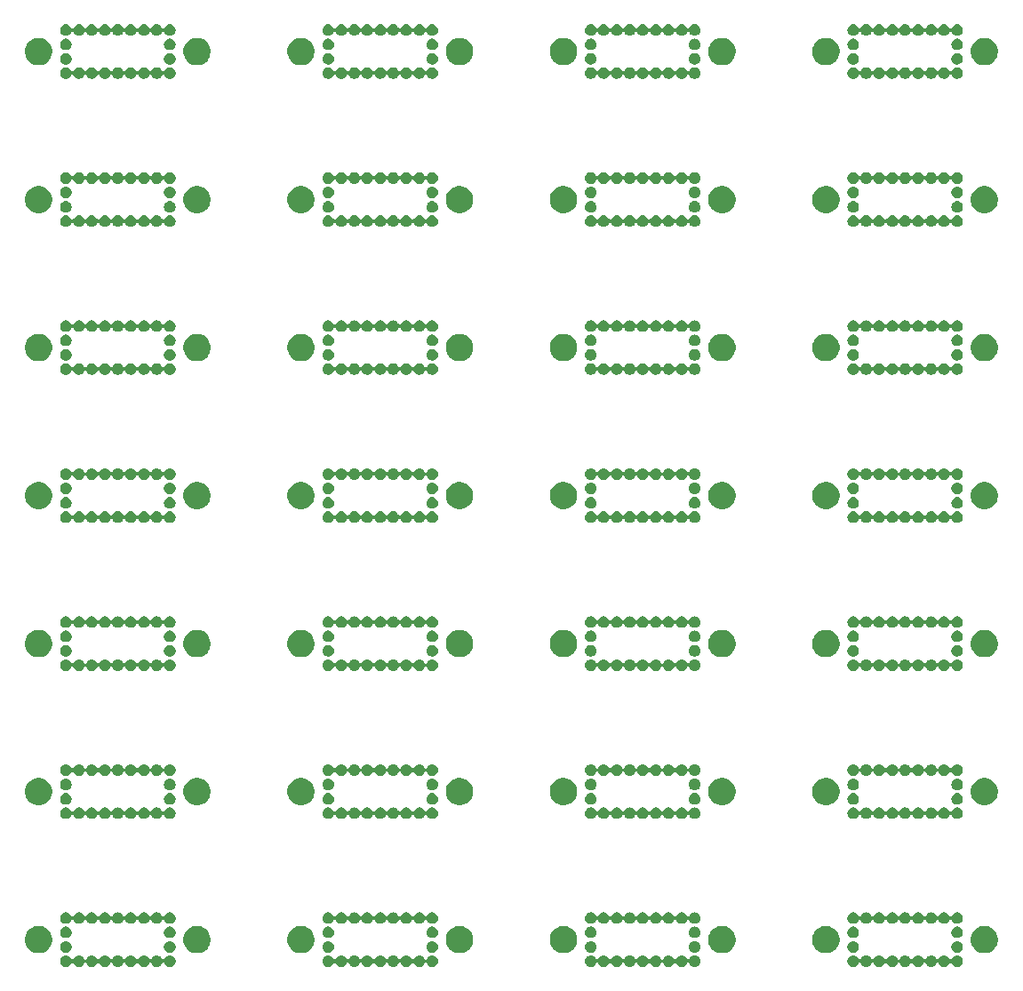
<source format=gbr>
G04 #@! TF.GenerationSoftware,KiCad,Pcbnew,5.1.5+dfsg1-2build2*
G04 #@! TF.CreationDate,2022-07-14T11:50:17-05:00*
G04 #@! TF.ProjectId,,58585858-5858-4585-9858-585858585858,rev?*
G04 #@! TF.SameCoordinates,Original*
G04 #@! TF.FileFunction,Soldermask,Bot*
G04 #@! TF.FilePolarity,Negative*
%FSLAX46Y46*%
G04 Gerber Fmt 4.6, Leading zero omitted, Abs format (unit mm)*
G04 Created by KiCad (PCBNEW 5.1.5+dfsg1-2build2) date 2022-07-14 11:50:17*
%MOMM*%
%LPD*%
G04 APERTURE LIST*
%ADD10C,0.100000*%
G04 APERTURE END LIST*
D10*
G36*
X146834441Y-146053174D02*
G01*
X146934715Y-146094709D01*
X146934716Y-146094710D01*
X147024962Y-146155010D01*
X147101710Y-146231758D01*
X147101711Y-146231760D01*
X147162011Y-146322005D01*
X147176986Y-146358158D01*
X147188537Y-146379768D01*
X147204082Y-146398710D01*
X147223024Y-146414256D01*
X147244635Y-146425807D01*
X147268084Y-146432920D01*
X147292470Y-146435322D01*
X147316856Y-146432920D01*
X147340305Y-146425807D01*
X147361915Y-146414256D01*
X147380857Y-146398711D01*
X147396403Y-146379769D01*
X147407954Y-146358158D01*
X147422929Y-146322005D01*
X147483229Y-146231760D01*
X147483230Y-146231758D01*
X147559978Y-146155010D01*
X147650224Y-146094710D01*
X147650225Y-146094709D01*
X147750499Y-146053174D01*
X147856950Y-146032000D01*
X147965490Y-146032000D01*
X148071941Y-146053174D01*
X148172215Y-146094709D01*
X148172216Y-146094710D01*
X148262462Y-146155010D01*
X148339210Y-146231758D01*
X148339211Y-146231760D01*
X148399511Y-146322005D01*
X148414486Y-146358158D01*
X148426037Y-146379768D01*
X148441582Y-146398710D01*
X148460524Y-146414256D01*
X148482135Y-146425807D01*
X148505584Y-146432920D01*
X148529970Y-146435322D01*
X148554356Y-146432920D01*
X148577805Y-146425807D01*
X148599415Y-146414256D01*
X148618357Y-146398711D01*
X148633903Y-146379769D01*
X148645454Y-146358158D01*
X148660429Y-146322005D01*
X148720729Y-146231760D01*
X148720730Y-146231758D01*
X148797478Y-146155010D01*
X148887724Y-146094710D01*
X148887725Y-146094709D01*
X148987999Y-146053174D01*
X149094450Y-146032000D01*
X149202990Y-146032000D01*
X149309441Y-146053174D01*
X149409715Y-146094709D01*
X149409716Y-146094710D01*
X149499962Y-146155010D01*
X149576710Y-146231758D01*
X149576711Y-146231760D01*
X149637011Y-146322005D01*
X149651986Y-146358158D01*
X149663537Y-146379768D01*
X149679082Y-146398710D01*
X149698024Y-146414256D01*
X149719635Y-146425807D01*
X149743084Y-146432920D01*
X149767470Y-146435322D01*
X149791856Y-146432920D01*
X149815305Y-146425807D01*
X149836915Y-146414256D01*
X149855857Y-146398711D01*
X149871403Y-146379769D01*
X149882954Y-146358158D01*
X149897929Y-146322005D01*
X149958229Y-146231760D01*
X149958230Y-146231758D01*
X150034978Y-146155010D01*
X150125224Y-146094710D01*
X150125225Y-146094709D01*
X150225499Y-146053174D01*
X150331950Y-146032000D01*
X150440490Y-146032000D01*
X150546941Y-146053174D01*
X150647215Y-146094709D01*
X150647216Y-146094710D01*
X150737462Y-146155010D01*
X150814210Y-146231758D01*
X150814211Y-146231760D01*
X150874511Y-146322005D01*
X150889486Y-146358158D01*
X150901037Y-146379768D01*
X150916582Y-146398710D01*
X150935524Y-146414256D01*
X150957135Y-146425807D01*
X150980584Y-146432920D01*
X151004970Y-146435322D01*
X151029356Y-146432920D01*
X151052805Y-146425807D01*
X151074415Y-146414256D01*
X151093357Y-146398711D01*
X151108903Y-146379769D01*
X151120454Y-146358158D01*
X151135429Y-146322005D01*
X151195729Y-146231760D01*
X151195730Y-146231758D01*
X151272478Y-146155010D01*
X151362724Y-146094710D01*
X151362725Y-146094709D01*
X151462999Y-146053174D01*
X151569450Y-146032000D01*
X151677990Y-146032000D01*
X151784441Y-146053174D01*
X151884715Y-146094709D01*
X151884716Y-146094710D01*
X151974962Y-146155010D01*
X152051710Y-146231758D01*
X152051711Y-146231760D01*
X152112011Y-146322005D01*
X152126986Y-146358158D01*
X152138537Y-146379768D01*
X152154082Y-146398710D01*
X152173024Y-146414256D01*
X152194635Y-146425807D01*
X152218084Y-146432920D01*
X152242470Y-146435322D01*
X152266856Y-146432920D01*
X152290305Y-146425807D01*
X152311915Y-146414256D01*
X152330857Y-146398711D01*
X152346403Y-146379769D01*
X152357954Y-146358158D01*
X152372929Y-146322005D01*
X152433229Y-146231760D01*
X152433230Y-146231758D01*
X152509978Y-146155010D01*
X152600224Y-146094710D01*
X152600225Y-146094709D01*
X152700499Y-146053174D01*
X152806950Y-146032000D01*
X152915490Y-146032000D01*
X153021941Y-146053174D01*
X153122215Y-146094709D01*
X153122216Y-146094710D01*
X153212462Y-146155010D01*
X153289210Y-146231758D01*
X153289211Y-146231760D01*
X153349511Y-146322005D01*
X153364486Y-146358158D01*
X153376037Y-146379768D01*
X153391582Y-146398710D01*
X153410524Y-146414256D01*
X153432135Y-146425807D01*
X153455584Y-146432920D01*
X153479970Y-146435322D01*
X153504356Y-146432920D01*
X153527805Y-146425807D01*
X153549415Y-146414256D01*
X153568357Y-146398711D01*
X153583903Y-146379769D01*
X153595454Y-146358158D01*
X153610429Y-146322005D01*
X153670729Y-146231760D01*
X153670730Y-146231758D01*
X153747478Y-146155010D01*
X153837724Y-146094710D01*
X153837725Y-146094709D01*
X153937999Y-146053174D01*
X154044450Y-146032000D01*
X154152990Y-146032000D01*
X154259441Y-146053174D01*
X154359715Y-146094709D01*
X154359716Y-146094710D01*
X154449962Y-146155010D01*
X154526710Y-146231758D01*
X154526711Y-146231760D01*
X154587011Y-146322005D01*
X154601986Y-146358158D01*
X154613537Y-146379768D01*
X154629082Y-146398710D01*
X154648024Y-146414256D01*
X154669635Y-146425807D01*
X154693084Y-146432920D01*
X154717470Y-146435322D01*
X154741856Y-146432920D01*
X154765305Y-146425807D01*
X154786915Y-146414256D01*
X154805857Y-146398711D01*
X154821403Y-146379769D01*
X154832954Y-146358158D01*
X154847929Y-146322005D01*
X154908229Y-146231760D01*
X154908230Y-146231758D01*
X154984978Y-146155010D01*
X155075224Y-146094710D01*
X155075225Y-146094709D01*
X155175499Y-146053174D01*
X155281950Y-146032000D01*
X155390490Y-146032000D01*
X155496941Y-146053174D01*
X155597215Y-146094709D01*
X155597216Y-146094710D01*
X155687462Y-146155010D01*
X155764210Y-146231758D01*
X155764211Y-146231760D01*
X155824511Y-146322005D01*
X155839486Y-146358158D01*
X155851037Y-146379768D01*
X155866582Y-146398710D01*
X155885524Y-146414256D01*
X155907135Y-146425807D01*
X155930584Y-146432920D01*
X155954970Y-146435322D01*
X155979356Y-146432920D01*
X156002805Y-146425807D01*
X156024415Y-146414256D01*
X156043357Y-146398711D01*
X156058903Y-146379769D01*
X156070454Y-146358158D01*
X156085429Y-146322005D01*
X156145729Y-146231760D01*
X156145730Y-146231758D01*
X156222478Y-146155010D01*
X156312724Y-146094710D01*
X156312725Y-146094709D01*
X156412999Y-146053174D01*
X156519450Y-146032000D01*
X156627990Y-146032000D01*
X156734441Y-146053174D01*
X156834715Y-146094709D01*
X156834716Y-146094710D01*
X156924962Y-146155010D01*
X157001710Y-146231758D01*
X157001711Y-146231760D01*
X157062011Y-146322005D01*
X157103546Y-146422279D01*
X157124720Y-146528730D01*
X157124720Y-146637270D01*
X157103546Y-146743721D01*
X157062011Y-146843995D01*
X157062010Y-146843996D01*
X157001710Y-146934242D01*
X156924962Y-147010990D01*
X156879532Y-147041345D01*
X156834715Y-147071291D01*
X156734441Y-147112826D01*
X156627990Y-147134000D01*
X156519450Y-147134000D01*
X156412999Y-147112826D01*
X156312725Y-147071291D01*
X156267908Y-147041345D01*
X156222478Y-147010990D01*
X156145730Y-146934242D01*
X156085430Y-146843996D01*
X156085429Y-146843995D01*
X156070454Y-146807842D01*
X156058903Y-146786232D01*
X156043358Y-146767290D01*
X156024416Y-146751744D01*
X156002805Y-146740193D01*
X155979356Y-146733080D01*
X155954970Y-146730678D01*
X155930584Y-146733080D01*
X155907135Y-146740193D01*
X155885525Y-146751744D01*
X155866583Y-146767289D01*
X155851037Y-146786231D01*
X155839486Y-146807842D01*
X155824511Y-146843995D01*
X155824510Y-146843996D01*
X155764210Y-146934242D01*
X155687462Y-147010990D01*
X155642032Y-147041345D01*
X155597215Y-147071291D01*
X155496941Y-147112826D01*
X155390490Y-147134000D01*
X155281950Y-147134000D01*
X155175499Y-147112826D01*
X155075225Y-147071291D01*
X155030408Y-147041345D01*
X154984978Y-147010990D01*
X154908230Y-146934242D01*
X154847930Y-146843996D01*
X154847929Y-146843995D01*
X154832954Y-146807842D01*
X154821403Y-146786232D01*
X154805858Y-146767290D01*
X154786916Y-146751744D01*
X154765305Y-146740193D01*
X154741856Y-146733080D01*
X154717470Y-146730678D01*
X154693084Y-146733080D01*
X154669635Y-146740193D01*
X154648025Y-146751744D01*
X154629083Y-146767289D01*
X154613537Y-146786231D01*
X154601986Y-146807842D01*
X154587011Y-146843995D01*
X154587010Y-146843996D01*
X154526710Y-146934242D01*
X154449962Y-147010990D01*
X154404532Y-147041345D01*
X154359715Y-147071291D01*
X154259441Y-147112826D01*
X154152990Y-147134000D01*
X154044450Y-147134000D01*
X153937999Y-147112826D01*
X153837725Y-147071291D01*
X153792908Y-147041345D01*
X153747478Y-147010990D01*
X153670730Y-146934242D01*
X153610430Y-146843996D01*
X153610429Y-146843995D01*
X153595454Y-146807842D01*
X153583903Y-146786232D01*
X153568358Y-146767290D01*
X153549416Y-146751744D01*
X153527805Y-146740193D01*
X153504356Y-146733080D01*
X153479970Y-146730678D01*
X153455584Y-146733080D01*
X153432135Y-146740193D01*
X153410525Y-146751744D01*
X153391583Y-146767289D01*
X153376037Y-146786231D01*
X153364486Y-146807842D01*
X153349511Y-146843995D01*
X153349510Y-146843996D01*
X153289210Y-146934242D01*
X153212462Y-147010990D01*
X153167032Y-147041345D01*
X153122215Y-147071291D01*
X153021941Y-147112826D01*
X152915490Y-147134000D01*
X152806950Y-147134000D01*
X152700499Y-147112826D01*
X152600225Y-147071291D01*
X152555408Y-147041345D01*
X152509978Y-147010990D01*
X152433230Y-146934242D01*
X152372930Y-146843996D01*
X152372929Y-146843995D01*
X152357954Y-146807842D01*
X152346403Y-146786232D01*
X152330858Y-146767290D01*
X152311916Y-146751744D01*
X152290305Y-146740193D01*
X152266856Y-146733080D01*
X152242470Y-146730678D01*
X152218084Y-146733080D01*
X152194635Y-146740193D01*
X152173025Y-146751744D01*
X152154083Y-146767289D01*
X152138537Y-146786231D01*
X152126986Y-146807842D01*
X152112011Y-146843995D01*
X152112010Y-146843996D01*
X152051710Y-146934242D01*
X151974962Y-147010990D01*
X151929532Y-147041345D01*
X151884715Y-147071291D01*
X151784441Y-147112826D01*
X151677990Y-147134000D01*
X151569450Y-147134000D01*
X151462999Y-147112826D01*
X151362725Y-147071291D01*
X151317908Y-147041345D01*
X151272478Y-147010990D01*
X151195730Y-146934242D01*
X151135430Y-146843996D01*
X151135429Y-146843995D01*
X151120454Y-146807842D01*
X151108903Y-146786232D01*
X151093358Y-146767290D01*
X151074416Y-146751744D01*
X151052805Y-146740193D01*
X151029356Y-146733080D01*
X151004970Y-146730678D01*
X150980584Y-146733080D01*
X150957135Y-146740193D01*
X150935525Y-146751744D01*
X150916583Y-146767289D01*
X150901037Y-146786231D01*
X150889486Y-146807842D01*
X150874511Y-146843995D01*
X150874510Y-146843996D01*
X150814210Y-146934242D01*
X150737462Y-147010990D01*
X150692032Y-147041345D01*
X150647215Y-147071291D01*
X150546941Y-147112826D01*
X150440490Y-147134000D01*
X150331950Y-147134000D01*
X150225499Y-147112826D01*
X150125225Y-147071291D01*
X150080408Y-147041345D01*
X150034978Y-147010990D01*
X149958230Y-146934242D01*
X149897930Y-146843996D01*
X149897929Y-146843995D01*
X149882954Y-146807842D01*
X149871403Y-146786232D01*
X149855858Y-146767290D01*
X149836916Y-146751744D01*
X149815305Y-146740193D01*
X149791856Y-146733080D01*
X149767470Y-146730678D01*
X149743084Y-146733080D01*
X149719635Y-146740193D01*
X149698025Y-146751744D01*
X149679083Y-146767289D01*
X149663537Y-146786231D01*
X149651986Y-146807842D01*
X149637011Y-146843995D01*
X149637010Y-146843996D01*
X149576710Y-146934242D01*
X149499962Y-147010990D01*
X149454532Y-147041345D01*
X149409715Y-147071291D01*
X149309441Y-147112826D01*
X149202990Y-147134000D01*
X149094450Y-147134000D01*
X148987999Y-147112826D01*
X148887725Y-147071291D01*
X148842908Y-147041345D01*
X148797478Y-147010990D01*
X148720730Y-146934242D01*
X148660430Y-146843996D01*
X148660429Y-146843995D01*
X148645454Y-146807842D01*
X148633903Y-146786232D01*
X148618358Y-146767290D01*
X148599416Y-146751744D01*
X148577805Y-146740193D01*
X148554356Y-146733080D01*
X148529970Y-146730678D01*
X148505584Y-146733080D01*
X148482135Y-146740193D01*
X148460525Y-146751744D01*
X148441583Y-146767289D01*
X148426037Y-146786231D01*
X148414486Y-146807842D01*
X148399511Y-146843995D01*
X148399510Y-146843996D01*
X148339210Y-146934242D01*
X148262462Y-147010990D01*
X148217032Y-147041345D01*
X148172215Y-147071291D01*
X148071941Y-147112826D01*
X147965490Y-147134000D01*
X147856950Y-147134000D01*
X147750499Y-147112826D01*
X147650225Y-147071291D01*
X147605408Y-147041345D01*
X147559978Y-147010990D01*
X147483230Y-146934242D01*
X147422930Y-146843996D01*
X147422929Y-146843995D01*
X147407954Y-146807842D01*
X147396403Y-146786232D01*
X147380858Y-146767290D01*
X147361916Y-146751744D01*
X147340305Y-146740193D01*
X147316856Y-146733080D01*
X147292470Y-146730678D01*
X147268084Y-146733080D01*
X147244635Y-146740193D01*
X147223025Y-146751744D01*
X147204083Y-146767289D01*
X147188537Y-146786231D01*
X147176986Y-146807842D01*
X147162011Y-146843995D01*
X147162010Y-146843996D01*
X147101710Y-146934242D01*
X147024962Y-147010990D01*
X146979532Y-147041345D01*
X146934715Y-147071291D01*
X146834441Y-147112826D01*
X146727990Y-147134000D01*
X146619450Y-147134000D01*
X146512999Y-147112826D01*
X146412725Y-147071291D01*
X146367908Y-147041345D01*
X146322478Y-147010990D01*
X146245730Y-146934242D01*
X146185430Y-146843996D01*
X146185429Y-146843995D01*
X146143894Y-146743721D01*
X146122720Y-146637270D01*
X146122720Y-146528730D01*
X146143894Y-146422279D01*
X146185429Y-146322005D01*
X146245729Y-146231760D01*
X146245730Y-146231758D01*
X146322478Y-146155010D01*
X146412724Y-146094710D01*
X146412725Y-146094709D01*
X146512999Y-146053174D01*
X146619450Y-146032000D01*
X146727990Y-146032000D01*
X146834441Y-146053174D01*
G37*
G36*
X96834441Y-146053174D02*
G01*
X96934715Y-146094709D01*
X96934716Y-146094710D01*
X97024962Y-146155010D01*
X97101710Y-146231758D01*
X97101711Y-146231760D01*
X97162011Y-146322005D01*
X97176986Y-146358158D01*
X97188537Y-146379768D01*
X97204082Y-146398710D01*
X97223024Y-146414256D01*
X97244635Y-146425807D01*
X97268084Y-146432920D01*
X97292470Y-146435322D01*
X97316856Y-146432920D01*
X97340305Y-146425807D01*
X97361915Y-146414256D01*
X97380857Y-146398711D01*
X97396403Y-146379769D01*
X97407954Y-146358158D01*
X97422929Y-146322005D01*
X97483229Y-146231760D01*
X97483230Y-146231758D01*
X97559978Y-146155010D01*
X97650224Y-146094710D01*
X97650225Y-146094709D01*
X97750499Y-146053174D01*
X97856950Y-146032000D01*
X97965490Y-146032000D01*
X98071941Y-146053174D01*
X98172215Y-146094709D01*
X98172216Y-146094710D01*
X98262462Y-146155010D01*
X98339210Y-146231758D01*
X98339211Y-146231760D01*
X98399511Y-146322005D01*
X98414486Y-146358158D01*
X98426037Y-146379768D01*
X98441582Y-146398710D01*
X98460524Y-146414256D01*
X98482135Y-146425807D01*
X98505584Y-146432920D01*
X98529970Y-146435322D01*
X98554356Y-146432920D01*
X98577805Y-146425807D01*
X98599415Y-146414256D01*
X98618357Y-146398711D01*
X98633903Y-146379769D01*
X98645454Y-146358158D01*
X98660429Y-146322005D01*
X98720729Y-146231760D01*
X98720730Y-146231758D01*
X98797478Y-146155010D01*
X98887724Y-146094710D01*
X98887725Y-146094709D01*
X98987999Y-146053174D01*
X99094450Y-146032000D01*
X99202990Y-146032000D01*
X99309441Y-146053174D01*
X99409715Y-146094709D01*
X99409716Y-146094710D01*
X99499962Y-146155010D01*
X99576710Y-146231758D01*
X99576711Y-146231760D01*
X99637011Y-146322005D01*
X99651986Y-146358158D01*
X99663537Y-146379768D01*
X99679082Y-146398710D01*
X99698024Y-146414256D01*
X99719635Y-146425807D01*
X99743084Y-146432920D01*
X99767470Y-146435322D01*
X99791856Y-146432920D01*
X99815305Y-146425807D01*
X99836915Y-146414256D01*
X99855857Y-146398711D01*
X99871403Y-146379769D01*
X99882954Y-146358158D01*
X99897929Y-146322005D01*
X99958229Y-146231760D01*
X99958230Y-146231758D01*
X100034978Y-146155010D01*
X100125224Y-146094710D01*
X100125225Y-146094709D01*
X100225499Y-146053174D01*
X100331950Y-146032000D01*
X100440490Y-146032000D01*
X100546941Y-146053174D01*
X100647215Y-146094709D01*
X100647216Y-146094710D01*
X100737462Y-146155010D01*
X100814210Y-146231758D01*
X100814211Y-146231760D01*
X100874511Y-146322005D01*
X100889486Y-146358158D01*
X100901037Y-146379768D01*
X100916582Y-146398710D01*
X100935524Y-146414256D01*
X100957135Y-146425807D01*
X100980584Y-146432920D01*
X101004970Y-146435322D01*
X101029356Y-146432920D01*
X101052805Y-146425807D01*
X101074415Y-146414256D01*
X101093357Y-146398711D01*
X101108903Y-146379769D01*
X101120454Y-146358158D01*
X101135429Y-146322005D01*
X101195729Y-146231760D01*
X101195730Y-146231758D01*
X101272478Y-146155010D01*
X101362724Y-146094710D01*
X101362725Y-146094709D01*
X101462999Y-146053174D01*
X101569450Y-146032000D01*
X101677990Y-146032000D01*
X101784441Y-146053174D01*
X101884715Y-146094709D01*
X101884716Y-146094710D01*
X101974962Y-146155010D01*
X102051710Y-146231758D01*
X102051711Y-146231760D01*
X102112011Y-146322005D01*
X102126986Y-146358158D01*
X102138537Y-146379768D01*
X102154082Y-146398710D01*
X102173024Y-146414256D01*
X102194635Y-146425807D01*
X102218084Y-146432920D01*
X102242470Y-146435322D01*
X102266856Y-146432920D01*
X102290305Y-146425807D01*
X102311915Y-146414256D01*
X102330857Y-146398711D01*
X102346403Y-146379769D01*
X102357954Y-146358158D01*
X102372929Y-146322005D01*
X102433229Y-146231760D01*
X102433230Y-146231758D01*
X102509978Y-146155010D01*
X102600224Y-146094710D01*
X102600225Y-146094709D01*
X102700499Y-146053174D01*
X102806950Y-146032000D01*
X102915490Y-146032000D01*
X103021941Y-146053174D01*
X103122215Y-146094709D01*
X103122216Y-146094710D01*
X103212462Y-146155010D01*
X103289210Y-146231758D01*
X103289211Y-146231760D01*
X103349511Y-146322005D01*
X103364486Y-146358158D01*
X103376037Y-146379768D01*
X103391582Y-146398710D01*
X103410524Y-146414256D01*
X103432135Y-146425807D01*
X103455584Y-146432920D01*
X103479970Y-146435322D01*
X103504356Y-146432920D01*
X103527805Y-146425807D01*
X103549415Y-146414256D01*
X103568357Y-146398711D01*
X103583903Y-146379769D01*
X103595454Y-146358158D01*
X103610429Y-146322005D01*
X103670729Y-146231760D01*
X103670730Y-146231758D01*
X103747478Y-146155010D01*
X103837724Y-146094710D01*
X103837725Y-146094709D01*
X103937999Y-146053174D01*
X104044450Y-146032000D01*
X104152990Y-146032000D01*
X104259441Y-146053174D01*
X104359715Y-146094709D01*
X104359716Y-146094710D01*
X104449962Y-146155010D01*
X104526710Y-146231758D01*
X104526711Y-146231760D01*
X104587011Y-146322005D01*
X104601986Y-146358158D01*
X104613537Y-146379768D01*
X104629082Y-146398710D01*
X104648024Y-146414256D01*
X104669635Y-146425807D01*
X104693084Y-146432920D01*
X104717470Y-146435322D01*
X104741856Y-146432920D01*
X104765305Y-146425807D01*
X104786915Y-146414256D01*
X104805857Y-146398711D01*
X104821403Y-146379769D01*
X104832954Y-146358158D01*
X104847929Y-146322005D01*
X104908229Y-146231760D01*
X104908230Y-146231758D01*
X104984978Y-146155010D01*
X105075224Y-146094710D01*
X105075225Y-146094709D01*
X105175499Y-146053174D01*
X105281950Y-146032000D01*
X105390490Y-146032000D01*
X105496941Y-146053174D01*
X105597215Y-146094709D01*
X105597216Y-146094710D01*
X105687462Y-146155010D01*
X105764210Y-146231758D01*
X105764211Y-146231760D01*
X105824511Y-146322005D01*
X105839486Y-146358158D01*
X105851037Y-146379768D01*
X105866582Y-146398710D01*
X105885524Y-146414256D01*
X105907135Y-146425807D01*
X105930584Y-146432920D01*
X105954970Y-146435322D01*
X105979356Y-146432920D01*
X106002805Y-146425807D01*
X106024415Y-146414256D01*
X106043357Y-146398711D01*
X106058903Y-146379769D01*
X106070454Y-146358158D01*
X106085429Y-146322005D01*
X106145729Y-146231760D01*
X106145730Y-146231758D01*
X106222478Y-146155010D01*
X106312724Y-146094710D01*
X106312725Y-146094709D01*
X106412999Y-146053174D01*
X106519450Y-146032000D01*
X106627990Y-146032000D01*
X106734441Y-146053174D01*
X106834715Y-146094709D01*
X106834716Y-146094710D01*
X106924962Y-146155010D01*
X107001710Y-146231758D01*
X107001711Y-146231760D01*
X107062011Y-146322005D01*
X107103546Y-146422279D01*
X107124720Y-146528730D01*
X107124720Y-146637270D01*
X107103546Y-146743721D01*
X107062011Y-146843995D01*
X107062010Y-146843996D01*
X107001710Y-146934242D01*
X106924962Y-147010990D01*
X106879532Y-147041345D01*
X106834715Y-147071291D01*
X106734441Y-147112826D01*
X106627990Y-147134000D01*
X106519450Y-147134000D01*
X106412999Y-147112826D01*
X106312725Y-147071291D01*
X106267908Y-147041345D01*
X106222478Y-147010990D01*
X106145730Y-146934242D01*
X106085430Y-146843996D01*
X106085429Y-146843995D01*
X106070454Y-146807842D01*
X106058903Y-146786232D01*
X106043358Y-146767290D01*
X106024416Y-146751744D01*
X106002805Y-146740193D01*
X105979356Y-146733080D01*
X105954970Y-146730678D01*
X105930584Y-146733080D01*
X105907135Y-146740193D01*
X105885525Y-146751744D01*
X105866583Y-146767289D01*
X105851037Y-146786231D01*
X105839486Y-146807842D01*
X105824511Y-146843995D01*
X105824510Y-146843996D01*
X105764210Y-146934242D01*
X105687462Y-147010990D01*
X105642032Y-147041345D01*
X105597215Y-147071291D01*
X105496941Y-147112826D01*
X105390490Y-147134000D01*
X105281950Y-147134000D01*
X105175499Y-147112826D01*
X105075225Y-147071291D01*
X105030408Y-147041345D01*
X104984978Y-147010990D01*
X104908230Y-146934242D01*
X104847930Y-146843996D01*
X104847929Y-146843995D01*
X104832954Y-146807842D01*
X104821403Y-146786232D01*
X104805858Y-146767290D01*
X104786916Y-146751744D01*
X104765305Y-146740193D01*
X104741856Y-146733080D01*
X104717470Y-146730678D01*
X104693084Y-146733080D01*
X104669635Y-146740193D01*
X104648025Y-146751744D01*
X104629083Y-146767289D01*
X104613537Y-146786231D01*
X104601986Y-146807842D01*
X104587011Y-146843995D01*
X104587010Y-146843996D01*
X104526710Y-146934242D01*
X104449962Y-147010990D01*
X104404532Y-147041345D01*
X104359715Y-147071291D01*
X104259441Y-147112826D01*
X104152990Y-147134000D01*
X104044450Y-147134000D01*
X103937999Y-147112826D01*
X103837725Y-147071291D01*
X103792908Y-147041345D01*
X103747478Y-147010990D01*
X103670730Y-146934242D01*
X103610430Y-146843996D01*
X103610429Y-146843995D01*
X103595454Y-146807842D01*
X103583903Y-146786232D01*
X103568358Y-146767290D01*
X103549416Y-146751744D01*
X103527805Y-146740193D01*
X103504356Y-146733080D01*
X103479970Y-146730678D01*
X103455584Y-146733080D01*
X103432135Y-146740193D01*
X103410525Y-146751744D01*
X103391583Y-146767289D01*
X103376037Y-146786231D01*
X103364486Y-146807842D01*
X103349511Y-146843995D01*
X103349510Y-146843996D01*
X103289210Y-146934242D01*
X103212462Y-147010990D01*
X103167032Y-147041345D01*
X103122215Y-147071291D01*
X103021941Y-147112826D01*
X102915490Y-147134000D01*
X102806950Y-147134000D01*
X102700499Y-147112826D01*
X102600225Y-147071291D01*
X102555408Y-147041345D01*
X102509978Y-147010990D01*
X102433230Y-146934242D01*
X102372930Y-146843996D01*
X102372929Y-146843995D01*
X102357954Y-146807842D01*
X102346403Y-146786232D01*
X102330858Y-146767290D01*
X102311916Y-146751744D01*
X102290305Y-146740193D01*
X102266856Y-146733080D01*
X102242470Y-146730678D01*
X102218084Y-146733080D01*
X102194635Y-146740193D01*
X102173025Y-146751744D01*
X102154083Y-146767289D01*
X102138537Y-146786231D01*
X102126986Y-146807842D01*
X102112011Y-146843995D01*
X102112010Y-146843996D01*
X102051710Y-146934242D01*
X101974962Y-147010990D01*
X101929532Y-147041345D01*
X101884715Y-147071291D01*
X101784441Y-147112826D01*
X101677990Y-147134000D01*
X101569450Y-147134000D01*
X101462999Y-147112826D01*
X101362725Y-147071291D01*
X101317908Y-147041345D01*
X101272478Y-147010990D01*
X101195730Y-146934242D01*
X101135430Y-146843996D01*
X101135429Y-146843995D01*
X101120454Y-146807842D01*
X101108903Y-146786232D01*
X101093358Y-146767290D01*
X101074416Y-146751744D01*
X101052805Y-146740193D01*
X101029356Y-146733080D01*
X101004970Y-146730678D01*
X100980584Y-146733080D01*
X100957135Y-146740193D01*
X100935525Y-146751744D01*
X100916583Y-146767289D01*
X100901037Y-146786231D01*
X100889486Y-146807842D01*
X100874511Y-146843995D01*
X100874510Y-146843996D01*
X100814210Y-146934242D01*
X100737462Y-147010990D01*
X100692032Y-147041345D01*
X100647215Y-147071291D01*
X100546941Y-147112826D01*
X100440490Y-147134000D01*
X100331950Y-147134000D01*
X100225499Y-147112826D01*
X100125225Y-147071291D01*
X100080408Y-147041345D01*
X100034978Y-147010990D01*
X99958230Y-146934242D01*
X99897930Y-146843996D01*
X99897929Y-146843995D01*
X99882954Y-146807842D01*
X99871403Y-146786232D01*
X99855858Y-146767290D01*
X99836916Y-146751744D01*
X99815305Y-146740193D01*
X99791856Y-146733080D01*
X99767470Y-146730678D01*
X99743084Y-146733080D01*
X99719635Y-146740193D01*
X99698025Y-146751744D01*
X99679083Y-146767289D01*
X99663537Y-146786231D01*
X99651986Y-146807842D01*
X99637011Y-146843995D01*
X99637010Y-146843996D01*
X99576710Y-146934242D01*
X99499962Y-147010990D01*
X99454532Y-147041345D01*
X99409715Y-147071291D01*
X99309441Y-147112826D01*
X99202990Y-147134000D01*
X99094450Y-147134000D01*
X98987999Y-147112826D01*
X98887725Y-147071291D01*
X98842908Y-147041345D01*
X98797478Y-147010990D01*
X98720730Y-146934242D01*
X98660430Y-146843996D01*
X98660429Y-146843995D01*
X98645454Y-146807842D01*
X98633903Y-146786232D01*
X98618358Y-146767290D01*
X98599416Y-146751744D01*
X98577805Y-146740193D01*
X98554356Y-146733080D01*
X98529970Y-146730678D01*
X98505584Y-146733080D01*
X98482135Y-146740193D01*
X98460525Y-146751744D01*
X98441583Y-146767289D01*
X98426037Y-146786231D01*
X98414486Y-146807842D01*
X98399511Y-146843995D01*
X98399510Y-146843996D01*
X98339210Y-146934242D01*
X98262462Y-147010990D01*
X98217032Y-147041345D01*
X98172215Y-147071291D01*
X98071941Y-147112826D01*
X97965490Y-147134000D01*
X97856950Y-147134000D01*
X97750499Y-147112826D01*
X97650225Y-147071291D01*
X97605408Y-147041345D01*
X97559978Y-147010990D01*
X97483230Y-146934242D01*
X97422930Y-146843996D01*
X97422929Y-146843995D01*
X97407954Y-146807842D01*
X97396403Y-146786232D01*
X97380858Y-146767290D01*
X97361916Y-146751744D01*
X97340305Y-146740193D01*
X97316856Y-146733080D01*
X97292470Y-146730678D01*
X97268084Y-146733080D01*
X97244635Y-146740193D01*
X97223025Y-146751744D01*
X97204083Y-146767289D01*
X97188537Y-146786231D01*
X97176986Y-146807842D01*
X97162011Y-146843995D01*
X97162010Y-146843996D01*
X97101710Y-146934242D01*
X97024962Y-147010990D01*
X96979532Y-147041345D01*
X96934715Y-147071291D01*
X96834441Y-147112826D01*
X96727990Y-147134000D01*
X96619450Y-147134000D01*
X96512999Y-147112826D01*
X96412725Y-147071291D01*
X96367908Y-147041345D01*
X96322478Y-147010990D01*
X96245730Y-146934242D01*
X96185430Y-146843996D01*
X96185429Y-146843995D01*
X96143894Y-146743721D01*
X96122720Y-146637270D01*
X96122720Y-146528730D01*
X96143894Y-146422279D01*
X96185429Y-146322005D01*
X96245729Y-146231760D01*
X96245730Y-146231758D01*
X96322478Y-146155010D01*
X96412724Y-146094710D01*
X96412725Y-146094709D01*
X96512999Y-146053174D01*
X96619450Y-146032000D01*
X96727990Y-146032000D01*
X96834441Y-146053174D01*
G37*
G36*
X121834441Y-146053174D02*
G01*
X121934715Y-146094709D01*
X121934716Y-146094710D01*
X122024962Y-146155010D01*
X122101710Y-146231758D01*
X122101711Y-146231760D01*
X122162011Y-146322005D01*
X122176986Y-146358158D01*
X122188537Y-146379768D01*
X122204082Y-146398710D01*
X122223024Y-146414256D01*
X122244635Y-146425807D01*
X122268084Y-146432920D01*
X122292470Y-146435322D01*
X122316856Y-146432920D01*
X122340305Y-146425807D01*
X122361915Y-146414256D01*
X122380857Y-146398711D01*
X122396403Y-146379769D01*
X122407954Y-146358158D01*
X122422929Y-146322005D01*
X122483229Y-146231760D01*
X122483230Y-146231758D01*
X122559978Y-146155010D01*
X122650224Y-146094710D01*
X122650225Y-146094709D01*
X122750499Y-146053174D01*
X122856950Y-146032000D01*
X122965490Y-146032000D01*
X123071941Y-146053174D01*
X123172215Y-146094709D01*
X123172216Y-146094710D01*
X123262462Y-146155010D01*
X123339210Y-146231758D01*
X123339211Y-146231760D01*
X123399511Y-146322005D01*
X123414486Y-146358158D01*
X123426037Y-146379768D01*
X123441582Y-146398710D01*
X123460524Y-146414256D01*
X123482135Y-146425807D01*
X123505584Y-146432920D01*
X123529970Y-146435322D01*
X123554356Y-146432920D01*
X123577805Y-146425807D01*
X123599415Y-146414256D01*
X123618357Y-146398711D01*
X123633903Y-146379769D01*
X123645454Y-146358158D01*
X123660429Y-146322005D01*
X123720729Y-146231760D01*
X123720730Y-146231758D01*
X123797478Y-146155010D01*
X123887724Y-146094710D01*
X123887725Y-146094709D01*
X123987999Y-146053174D01*
X124094450Y-146032000D01*
X124202990Y-146032000D01*
X124309441Y-146053174D01*
X124409715Y-146094709D01*
X124409716Y-146094710D01*
X124499962Y-146155010D01*
X124576710Y-146231758D01*
X124576711Y-146231760D01*
X124637011Y-146322005D01*
X124651986Y-146358158D01*
X124663537Y-146379768D01*
X124679082Y-146398710D01*
X124698024Y-146414256D01*
X124719635Y-146425807D01*
X124743084Y-146432920D01*
X124767470Y-146435322D01*
X124791856Y-146432920D01*
X124815305Y-146425807D01*
X124836915Y-146414256D01*
X124855857Y-146398711D01*
X124871403Y-146379769D01*
X124882954Y-146358158D01*
X124897929Y-146322005D01*
X124958229Y-146231760D01*
X124958230Y-146231758D01*
X125034978Y-146155010D01*
X125125224Y-146094710D01*
X125125225Y-146094709D01*
X125225499Y-146053174D01*
X125331950Y-146032000D01*
X125440490Y-146032000D01*
X125546941Y-146053174D01*
X125647215Y-146094709D01*
X125647216Y-146094710D01*
X125737462Y-146155010D01*
X125814210Y-146231758D01*
X125814211Y-146231760D01*
X125874511Y-146322005D01*
X125889486Y-146358158D01*
X125901037Y-146379768D01*
X125916582Y-146398710D01*
X125935524Y-146414256D01*
X125957135Y-146425807D01*
X125980584Y-146432920D01*
X126004970Y-146435322D01*
X126029356Y-146432920D01*
X126052805Y-146425807D01*
X126074415Y-146414256D01*
X126093357Y-146398711D01*
X126108903Y-146379769D01*
X126120454Y-146358158D01*
X126135429Y-146322005D01*
X126195729Y-146231760D01*
X126195730Y-146231758D01*
X126272478Y-146155010D01*
X126362724Y-146094710D01*
X126362725Y-146094709D01*
X126462999Y-146053174D01*
X126569450Y-146032000D01*
X126677990Y-146032000D01*
X126784441Y-146053174D01*
X126884715Y-146094709D01*
X126884716Y-146094710D01*
X126974962Y-146155010D01*
X127051710Y-146231758D01*
X127051711Y-146231760D01*
X127112011Y-146322005D01*
X127126986Y-146358158D01*
X127138537Y-146379768D01*
X127154082Y-146398710D01*
X127173024Y-146414256D01*
X127194635Y-146425807D01*
X127218084Y-146432920D01*
X127242470Y-146435322D01*
X127266856Y-146432920D01*
X127290305Y-146425807D01*
X127311915Y-146414256D01*
X127330857Y-146398711D01*
X127346403Y-146379769D01*
X127357954Y-146358158D01*
X127372929Y-146322005D01*
X127433229Y-146231760D01*
X127433230Y-146231758D01*
X127509978Y-146155010D01*
X127600224Y-146094710D01*
X127600225Y-146094709D01*
X127700499Y-146053174D01*
X127806950Y-146032000D01*
X127915490Y-146032000D01*
X128021941Y-146053174D01*
X128122215Y-146094709D01*
X128122216Y-146094710D01*
X128212462Y-146155010D01*
X128289210Y-146231758D01*
X128289211Y-146231760D01*
X128349511Y-146322005D01*
X128364486Y-146358158D01*
X128376037Y-146379768D01*
X128391582Y-146398710D01*
X128410524Y-146414256D01*
X128432135Y-146425807D01*
X128455584Y-146432920D01*
X128479970Y-146435322D01*
X128504356Y-146432920D01*
X128527805Y-146425807D01*
X128549415Y-146414256D01*
X128568357Y-146398711D01*
X128583903Y-146379769D01*
X128595454Y-146358158D01*
X128610429Y-146322005D01*
X128670729Y-146231760D01*
X128670730Y-146231758D01*
X128747478Y-146155010D01*
X128837724Y-146094710D01*
X128837725Y-146094709D01*
X128937999Y-146053174D01*
X129044450Y-146032000D01*
X129152990Y-146032000D01*
X129259441Y-146053174D01*
X129359715Y-146094709D01*
X129359716Y-146094710D01*
X129449962Y-146155010D01*
X129526710Y-146231758D01*
X129526711Y-146231760D01*
X129587011Y-146322005D01*
X129601986Y-146358158D01*
X129613537Y-146379768D01*
X129629082Y-146398710D01*
X129648024Y-146414256D01*
X129669635Y-146425807D01*
X129693084Y-146432920D01*
X129717470Y-146435322D01*
X129741856Y-146432920D01*
X129765305Y-146425807D01*
X129786915Y-146414256D01*
X129805857Y-146398711D01*
X129821403Y-146379769D01*
X129832954Y-146358158D01*
X129847929Y-146322005D01*
X129908229Y-146231760D01*
X129908230Y-146231758D01*
X129984978Y-146155010D01*
X130075224Y-146094710D01*
X130075225Y-146094709D01*
X130175499Y-146053174D01*
X130281950Y-146032000D01*
X130390490Y-146032000D01*
X130496941Y-146053174D01*
X130597215Y-146094709D01*
X130597216Y-146094710D01*
X130687462Y-146155010D01*
X130764210Y-146231758D01*
X130764211Y-146231760D01*
X130824511Y-146322005D01*
X130839486Y-146358158D01*
X130851037Y-146379768D01*
X130866582Y-146398710D01*
X130885524Y-146414256D01*
X130907135Y-146425807D01*
X130930584Y-146432920D01*
X130954970Y-146435322D01*
X130979356Y-146432920D01*
X131002805Y-146425807D01*
X131024415Y-146414256D01*
X131043357Y-146398711D01*
X131058903Y-146379769D01*
X131070454Y-146358158D01*
X131085429Y-146322005D01*
X131145729Y-146231760D01*
X131145730Y-146231758D01*
X131222478Y-146155010D01*
X131312724Y-146094710D01*
X131312725Y-146094709D01*
X131412999Y-146053174D01*
X131519450Y-146032000D01*
X131627990Y-146032000D01*
X131734441Y-146053174D01*
X131834715Y-146094709D01*
X131834716Y-146094710D01*
X131924962Y-146155010D01*
X132001710Y-146231758D01*
X132001711Y-146231760D01*
X132062011Y-146322005D01*
X132103546Y-146422279D01*
X132124720Y-146528730D01*
X132124720Y-146637270D01*
X132103546Y-146743721D01*
X132062011Y-146843995D01*
X132062010Y-146843996D01*
X132001710Y-146934242D01*
X131924962Y-147010990D01*
X131879532Y-147041345D01*
X131834715Y-147071291D01*
X131734441Y-147112826D01*
X131627990Y-147134000D01*
X131519450Y-147134000D01*
X131412999Y-147112826D01*
X131312725Y-147071291D01*
X131267908Y-147041345D01*
X131222478Y-147010990D01*
X131145730Y-146934242D01*
X131085430Y-146843996D01*
X131085429Y-146843995D01*
X131070454Y-146807842D01*
X131058903Y-146786232D01*
X131043358Y-146767290D01*
X131024416Y-146751744D01*
X131002805Y-146740193D01*
X130979356Y-146733080D01*
X130954970Y-146730678D01*
X130930584Y-146733080D01*
X130907135Y-146740193D01*
X130885525Y-146751744D01*
X130866583Y-146767289D01*
X130851037Y-146786231D01*
X130839486Y-146807842D01*
X130824511Y-146843995D01*
X130824510Y-146843996D01*
X130764210Y-146934242D01*
X130687462Y-147010990D01*
X130642032Y-147041345D01*
X130597215Y-147071291D01*
X130496941Y-147112826D01*
X130390490Y-147134000D01*
X130281950Y-147134000D01*
X130175499Y-147112826D01*
X130075225Y-147071291D01*
X130030408Y-147041345D01*
X129984978Y-147010990D01*
X129908230Y-146934242D01*
X129847930Y-146843996D01*
X129847929Y-146843995D01*
X129832954Y-146807842D01*
X129821403Y-146786232D01*
X129805858Y-146767290D01*
X129786916Y-146751744D01*
X129765305Y-146740193D01*
X129741856Y-146733080D01*
X129717470Y-146730678D01*
X129693084Y-146733080D01*
X129669635Y-146740193D01*
X129648025Y-146751744D01*
X129629083Y-146767289D01*
X129613537Y-146786231D01*
X129601986Y-146807842D01*
X129587011Y-146843995D01*
X129587010Y-146843996D01*
X129526710Y-146934242D01*
X129449962Y-147010990D01*
X129404532Y-147041345D01*
X129359715Y-147071291D01*
X129259441Y-147112826D01*
X129152990Y-147134000D01*
X129044450Y-147134000D01*
X128937999Y-147112826D01*
X128837725Y-147071291D01*
X128792908Y-147041345D01*
X128747478Y-147010990D01*
X128670730Y-146934242D01*
X128610430Y-146843996D01*
X128610429Y-146843995D01*
X128595454Y-146807842D01*
X128583903Y-146786232D01*
X128568358Y-146767290D01*
X128549416Y-146751744D01*
X128527805Y-146740193D01*
X128504356Y-146733080D01*
X128479970Y-146730678D01*
X128455584Y-146733080D01*
X128432135Y-146740193D01*
X128410525Y-146751744D01*
X128391583Y-146767289D01*
X128376037Y-146786231D01*
X128364486Y-146807842D01*
X128349511Y-146843995D01*
X128349510Y-146843996D01*
X128289210Y-146934242D01*
X128212462Y-147010990D01*
X128167032Y-147041345D01*
X128122215Y-147071291D01*
X128021941Y-147112826D01*
X127915490Y-147134000D01*
X127806950Y-147134000D01*
X127700499Y-147112826D01*
X127600225Y-147071291D01*
X127555408Y-147041345D01*
X127509978Y-147010990D01*
X127433230Y-146934242D01*
X127372930Y-146843996D01*
X127372929Y-146843995D01*
X127357954Y-146807842D01*
X127346403Y-146786232D01*
X127330858Y-146767290D01*
X127311916Y-146751744D01*
X127290305Y-146740193D01*
X127266856Y-146733080D01*
X127242470Y-146730678D01*
X127218084Y-146733080D01*
X127194635Y-146740193D01*
X127173025Y-146751744D01*
X127154083Y-146767289D01*
X127138537Y-146786231D01*
X127126986Y-146807842D01*
X127112011Y-146843995D01*
X127112010Y-146843996D01*
X127051710Y-146934242D01*
X126974962Y-147010990D01*
X126929532Y-147041345D01*
X126884715Y-147071291D01*
X126784441Y-147112826D01*
X126677990Y-147134000D01*
X126569450Y-147134000D01*
X126462999Y-147112826D01*
X126362725Y-147071291D01*
X126317908Y-147041345D01*
X126272478Y-147010990D01*
X126195730Y-146934242D01*
X126135430Y-146843996D01*
X126135429Y-146843995D01*
X126120454Y-146807842D01*
X126108903Y-146786232D01*
X126093358Y-146767290D01*
X126074416Y-146751744D01*
X126052805Y-146740193D01*
X126029356Y-146733080D01*
X126004970Y-146730678D01*
X125980584Y-146733080D01*
X125957135Y-146740193D01*
X125935525Y-146751744D01*
X125916583Y-146767289D01*
X125901037Y-146786231D01*
X125889486Y-146807842D01*
X125874511Y-146843995D01*
X125874510Y-146843996D01*
X125814210Y-146934242D01*
X125737462Y-147010990D01*
X125692032Y-147041345D01*
X125647215Y-147071291D01*
X125546941Y-147112826D01*
X125440490Y-147134000D01*
X125331950Y-147134000D01*
X125225499Y-147112826D01*
X125125225Y-147071291D01*
X125080408Y-147041345D01*
X125034978Y-147010990D01*
X124958230Y-146934242D01*
X124897930Y-146843996D01*
X124897929Y-146843995D01*
X124882954Y-146807842D01*
X124871403Y-146786232D01*
X124855858Y-146767290D01*
X124836916Y-146751744D01*
X124815305Y-146740193D01*
X124791856Y-146733080D01*
X124767470Y-146730678D01*
X124743084Y-146733080D01*
X124719635Y-146740193D01*
X124698025Y-146751744D01*
X124679083Y-146767289D01*
X124663537Y-146786231D01*
X124651986Y-146807842D01*
X124637011Y-146843995D01*
X124637010Y-146843996D01*
X124576710Y-146934242D01*
X124499962Y-147010990D01*
X124454532Y-147041345D01*
X124409715Y-147071291D01*
X124309441Y-147112826D01*
X124202990Y-147134000D01*
X124094450Y-147134000D01*
X123987999Y-147112826D01*
X123887725Y-147071291D01*
X123842908Y-147041345D01*
X123797478Y-147010990D01*
X123720730Y-146934242D01*
X123660430Y-146843996D01*
X123660429Y-146843995D01*
X123645454Y-146807842D01*
X123633903Y-146786232D01*
X123618358Y-146767290D01*
X123599416Y-146751744D01*
X123577805Y-146740193D01*
X123554356Y-146733080D01*
X123529970Y-146730678D01*
X123505584Y-146733080D01*
X123482135Y-146740193D01*
X123460525Y-146751744D01*
X123441583Y-146767289D01*
X123426037Y-146786231D01*
X123414486Y-146807842D01*
X123399511Y-146843995D01*
X123399510Y-146843996D01*
X123339210Y-146934242D01*
X123262462Y-147010990D01*
X123217032Y-147041345D01*
X123172215Y-147071291D01*
X123071941Y-147112826D01*
X122965490Y-147134000D01*
X122856950Y-147134000D01*
X122750499Y-147112826D01*
X122650225Y-147071291D01*
X122605408Y-147041345D01*
X122559978Y-147010990D01*
X122483230Y-146934242D01*
X122422930Y-146843996D01*
X122422929Y-146843995D01*
X122407954Y-146807842D01*
X122396403Y-146786232D01*
X122380858Y-146767290D01*
X122361916Y-146751744D01*
X122340305Y-146740193D01*
X122316856Y-146733080D01*
X122292470Y-146730678D01*
X122268084Y-146733080D01*
X122244635Y-146740193D01*
X122223025Y-146751744D01*
X122204083Y-146767289D01*
X122188537Y-146786231D01*
X122176986Y-146807842D01*
X122162011Y-146843995D01*
X122162010Y-146843996D01*
X122101710Y-146934242D01*
X122024962Y-147010990D01*
X121979532Y-147041345D01*
X121934715Y-147071291D01*
X121834441Y-147112826D01*
X121727990Y-147134000D01*
X121619450Y-147134000D01*
X121512999Y-147112826D01*
X121412725Y-147071291D01*
X121367908Y-147041345D01*
X121322478Y-147010990D01*
X121245730Y-146934242D01*
X121185430Y-146843996D01*
X121185429Y-146843995D01*
X121143894Y-146743721D01*
X121122720Y-146637270D01*
X121122720Y-146528730D01*
X121143894Y-146422279D01*
X121185429Y-146322005D01*
X121245729Y-146231760D01*
X121245730Y-146231758D01*
X121322478Y-146155010D01*
X121412724Y-146094710D01*
X121412725Y-146094709D01*
X121512999Y-146053174D01*
X121619450Y-146032000D01*
X121727990Y-146032000D01*
X121834441Y-146053174D01*
G37*
G36*
X171834441Y-146053174D02*
G01*
X171934715Y-146094709D01*
X171934716Y-146094710D01*
X172024962Y-146155010D01*
X172101710Y-146231758D01*
X172101711Y-146231760D01*
X172162011Y-146322005D01*
X172176986Y-146358158D01*
X172188537Y-146379768D01*
X172204082Y-146398710D01*
X172223024Y-146414256D01*
X172244635Y-146425807D01*
X172268084Y-146432920D01*
X172292470Y-146435322D01*
X172316856Y-146432920D01*
X172340305Y-146425807D01*
X172361915Y-146414256D01*
X172380857Y-146398711D01*
X172396403Y-146379769D01*
X172407954Y-146358158D01*
X172422929Y-146322005D01*
X172483229Y-146231760D01*
X172483230Y-146231758D01*
X172559978Y-146155010D01*
X172650224Y-146094710D01*
X172650225Y-146094709D01*
X172750499Y-146053174D01*
X172856950Y-146032000D01*
X172965490Y-146032000D01*
X173071941Y-146053174D01*
X173172215Y-146094709D01*
X173172216Y-146094710D01*
X173262462Y-146155010D01*
X173339210Y-146231758D01*
X173339211Y-146231760D01*
X173399511Y-146322005D01*
X173414486Y-146358158D01*
X173426037Y-146379768D01*
X173441582Y-146398710D01*
X173460524Y-146414256D01*
X173482135Y-146425807D01*
X173505584Y-146432920D01*
X173529970Y-146435322D01*
X173554356Y-146432920D01*
X173577805Y-146425807D01*
X173599415Y-146414256D01*
X173618357Y-146398711D01*
X173633903Y-146379769D01*
X173645454Y-146358158D01*
X173660429Y-146322005D01*
X173720729Y-146231760D01*
X173720730Y-146231758D01*
X173797478Y-146155010D01*
X173887724Y-146094710D01*
X173887725Y-146094709D01*
X173987999Y-146053174D01*
X174094450Y-146032000D01*
X174202990Y-146032000D01*
X174309441Y-146053174D01*
X174409715Y-146094709D01*
X174409716Y-146094710D01*
X174499962Y-146155010D01*
X174576710Y-146231758D01*
X174576711Y-146231760D01*
X174637011Y-146322005D01*
X174651986Y-146358158D01*
X174663537Y-146379768D01*
X174679082Y-146398710D01*
X174698024Y-146414256D01*
X174719635Y-146425807D01*
X174743084Y-146432920D01*
X174767470Y-146435322D01*
X174791856Y-146432920D01*
X174815305Y-146425807D01*
X174836915Y-146414256D01*
X174855857Y-146398711D01*
X174871403Y-146379769D01*
X174882954Y-146358158D01*
X174897929Y-146322005D01*
X174958229Y-146231760D01*
X174958230Y-146231758D01*
X175034978Y-146155010D01*
X175125224Y-146094710D01*
X175125225Y-146094709D01*
X175225499Y-146053174D01*
X175331950Y-146032000D01*
X175440490Y-146032000D01*
X175546941Y-146053174D01*
X175647215Y-146094709D01*
X175647216Y-146094710D01*
X175737462Y-146155010D01*
X175814210Y-146231758D01*
X175814211Y-146231760D01*
X175874511Y-146322005D01*
X175889486Y-146358158D01*
X175901037Y-146379768D01*
X175916582Y-146398710D01*
X175935524Y-146414256D01*
X175957135Y-146425807D01*
X175980584Y-146432920D01*
X176004970Y-146435322D01*
X176029356Y-146432920D01*
X176052805Y-146425807D01*
X176074415Y-146414256D01*
X176093357Y-146398711D01*
X176108903Y-146379769D01*
X176120454Y-146358158D01*
X176135429Y-146322005D01*
X176195729Y-146231760D01*
X176195730Y-146231758D01*
X176272478Y-146155010D01*
X176362724Y-146094710D01*
X176362725Y-146094709D01*
X176462999Y-146053174D01*
X176569450Y-146032000D01*
X176677990Y-146032000D01*
X176784441Y-146053174D01*
X176884715Y-146094709D01*
X176884716Y-146094710D01*
X176974962Y-146155010D01*
X177051710Y-146231758D01*
X177051711Y-146231760D01*
X177112011Y-146322005D01*
X177126986Y-146358158D01*
X177138537Y-146379768D01*
X177154082Y-146398710D01*
X177173024Y-146414256D01*
X177194635Y-146425807D01*
X177218084Y-146432920D01*
X177242470Y-146435322D01*
X177266856Y-146432920D01*
X177290305Y-146425807D01*
X177311915Y-146414256D01*
X177330857Y-146398711D01*
X177346403Y-146379769D01*
X177357954Y-146358158D01*
X177372929Y-146322005D01*
X177433229Y-146231760D01*
X177433230Y-146231758D01*
X177509978Y-146155010D01*
X177600224Y-146094710D01*
X177600225Y-146094709D01*
X177700499Y-146053174D01*
X177806950Y-146032000D01*
X177915490Y-146032000D01*
X178021941Y-146053174D01*
X178122215Y-146094709D01*
X178122216Y-146094710D01*
X178212462Y-146155010D01*
X178289210Y-146231758D01*
X178289211Y-146231760D01*
X178349511Y-146322005D01*
X178364486Y-146358158D01*
X178376037Y-146379768D01*
X178391582Y-146398710D01*
X178410524Y-146414256D01*
X178432135Y-146425807D01*
X178455584Y-146432920D01*
X178479970Y-146435322D01*
X178504356Y-146432920D01*
X178527805Y-146425807D01*
X178549415Y-146414256D01*
X178568357Y-146398711D01*
X178583903Y-146379769D01*
X178595454Y-146358158D01*
X178610429Y-146322005D01*
X178670729Y-146231760D01*
X178670730Y-146231758D01*
X178747478Y-146155010D01*
X178837724Y-146094710D01*
X178837725Y-146094709D01*
X178937999Y-146053174D01*
X179044450Y-146032000D01*
X179152990Y-146032000D01*
X179259441Y-146053174D01*
X179359715Y-146094709D01*
X179359716Y-146094710D01*
X179449962Y-146155010D01*
X179526710Y-146231758D01*
X179526711Y-146231760D01*
X179587011Y-146322005D01*
X179601986Y-146358158D01*
X179613537Y-146379768D01*
X179629082Y-146398710D01*
X179648024Y-146414256D01*
X179669635Y-146425807D01*
X179693084Y-146432920D01*
X179717470Y-146435322D01*
X179741856Y-146432920D01*
X179765305Y-146425807D01*
X179786915Y-146414256D01*
X179805857Y-146398711D01*
X179821403Y-146379769D01*
X179832954Y-146358158D01*
X179847929Y-146322005D01*
X179908229Y-146231760D01*
X179908230Y-146231758D01*
X179984978Y-146155010D01*
X180075224Y-146094710D01*
X180075225Y-146094709D01*
X180175499Y-146053174D01*
X180281950Y-146032000D01*
X180390490Y-146032000D01*
X180496941Y-146053174D01*
X180597215Y-146094709D01*
X180597216Y-146094710D01*
X180687462Y-146155010D01*
X180764210Y-146231758D01*
X180764211Y-146231760D01*
X180824511Y-146322005D01*
X180839486Y-146358158D01*
X180851037Y-146379768D01*
X180866582Y-146398710D01*
X180885524Y-146414256D01*
X180907135Y-146425807D01*
X180930584Y-146432920D01*
X180954970Y-146435322D01*
X180979356Y-146432920D01*
X181002805Y-146425807D01*
X181024415Y-146414256D01*
X181043357Y-146398711D01*
X181058903Y-146379769D01*
X181070454Y-146358158D01*
X181085429Y-146322005D01*
X181145729Y-146231760D01*
X181145730Y-146231758D01*
X181222478Y-146155010D01*
X181312724Y-146094710D01*
X181312725Y-146094709D01*
X181412999Y-146053174D01*
X181519450Y-146032000D01*
X181627990Y-146032000D01*
X181734441Y-146053174D01*
X181834715Y-146094709D01*
X181834716Y-146094710D01*
X181924962Y-146155010D01*
X182001710Y-146231758D01*
X182001711Y-146231760D01*
X182062011Y-146322005D01*
X182103546Y-146422279D01*
X182124720Y-146528730D01*
X182124720Y-146637270D01*
X182103546Y-146743721D01*
X182062011Y-146843995D01*
X182062010Y-146843996D01*
X182001710Y-146934242D01*
X181924962Y-147010990D01*
X181879532Y-147041345D01*
X181834715Y-147071291D01*
X181734441Y-147112826D01*
X181627990Y-147134000D01*
X181519450Y-147134000D01*
X181412999Y-147112826D01*
X181312725Y-147071291D01*
X181267908Y-147041345D01*
X181222478Y-147010990D01*
X181145730Y-146934242D01*
X181085430Y-146843996D01*
X181085429Y-146843995D01*
X181070454Y-146807842D01*
X181058903Y-146786232D01*
X181043358Y-146767290D01*
X181024416Y-146751744D01*
X181002805Y-146740193D01*
X180979356Y-146733080D01*
X180954970Y-146730678D01*
X180930584Y-146733080D01*
X180907135Y-146740193D01*
X180885525Y-146751744D01*
X180866583Y-146767289D01*
X180851037Y-146786231D01*
X180839486Y-146807842D01*
X180824511Y-146843995D01*
X180824510Y-146843996D01*
X180764210Y-146934242D01*
X180687462Y-147010990D01*
X180642032Y-147041345D01*
X180597215Y-147071291D01*
X180496941Y-147112826D01*
X180390490Y-147134000D01*
X180281950Y-147134000D01*
X180175499Y-147112826D01*
X180075225Y-147071291D01*
X180030408Y-147041345D01*
X179984978Y-147010990D01*
X179908230Y-146934242D01*
X179847930Y-146843996D01*
X179847929Y-146843995D01*
X179832954Y-146807842D01*
X179821403Y-146786232D01*
X179805858Y-146767290D01*
X179786916Y-146751744D01*
X179765305Y-146740193D01*
X179741856Y-146733080D01*
X179717470Y-146730678D01*
X179693084Y-146733080D01*
X179669635Y-146740193D01*
X179648025Y-146751744D01*
X179629083Y-146767289D01*
X179613537Y-146786231D01*
X179601986Y-146807842D01*
X179587011Y-146843995D01*
X179587010Y-146843996D01*
X179526710Y-146934242D01*
X179449962Y-147010990D01*
X179404532Y-147041345D01*
X179359715Y-147071291D01*
X179259441Y-147112826D01*
X179152990Y-147134000D01*
X179044450Y-147134000D01*
X178937999Y-147112826D01*
X178837725Y-147071291D01*
X178792908Y-147041345D01*
X178747478Y-147010990D01*
X178670730Y-146934242D01*
X178610430Y-146843996D01*
X178610429Y-146843995D01*
X178595454Y-146807842D01*
X178583903Y-146786232D01*
X178568358Y-146767290D01*
X178549416Y-146751744D01*
X178527805Y-146740193D01*
X178504356Y-146733080D01*
X178479970Y-146730678D01*
X178455584Y-146733080D01*
X178432135Y-146740193D01*
X178410525Y-146751744D01*
X178391583Y-146767289D01*
X178376037Y-146786231D01*
X178364486Y-146807842D01*
X178349511Y-146843995D01*
X178349510Y-146843996D01*
X178289210Y-146934242D01*
X178212462Y-147010990D01*
X178167032Y-147041345D01*
X178122215Y-147071291D01*
X178021941Y-147112826D01*
X177915490Y-147134000D01*
X177806950Y-147134000D01*
X177700499Y-147112826D01*
X177600225Y-147071291D01*
X177555408Y-147041345D01*
X177509978Y-147010990D01*
X177433230Y-146934242D01*
X177372930Y-146843996D01*
X177372929Y-146843995D01*
X177357954Y-146807842D01*
X177346403Y-146786232D01*
X177330858Y-146767290D01*
X177311916Y-146751744D01*
X177290305Y-146740193D01*
X177266856Y-146733080D01*
X177242470Y-146730678D01*
X177218084Y-146733080D01*
X177194635Y-146740193D01*
X177173025Y-146751744D01*
X177154083Y-146767289D01*
X177138537Y-146786231D01*
X177126986Y-146807842D01*
X177112011Y-146843995D01*
X177112010Y-146843996D01*
X177051710Y-146934242D01*
X176974962Y-147010990D01*
X176929532Y-147041345D01*
X176884715Y-147071291D01*
X176784441Y-147112826D01*
X176677990Y-147134000D01*
X176569450Y-147134000D01*
X176462999Y-147112826D01*
X176362725Y-147071291D01*
X176317908Y-147041345D01*
X176272478Y-147010990D01*
X176195730Y-146934242D01*
X176135430Y-146843996D01*
X176135429Y-146843995D01*
X176120454Y-146807842D01*
X176108903Y-146786232D01*
X176093358Y-146767290D01*
X176074416Y-146751744D01*
X176052805Y-146740193D01*
X176029356Y-146733080D01*
X176004970Y-146730678D01*
X175980584Y-146733080D01*
X175957135Y-146740193D01*
X175935525Y-146751744D01*
X175916583Y-146767289D01*
X175901037Y-146786231D01*
X175889486Y-146807842D01*
X175874511Y-146843995D01*
X175874510Y-146843996D01*
X175814210Y-146934242D01*
X175737462Y-147010990D01*
X175692032Y-147041345D01*
X175647215Y-147071291D01*
X175546941Y-147112826D01*
X175440490Y-147134000D01*
X175331950Y-147134000D01*
X175225499Y-147112826D01*
X175125225Y-147071291D01*
X175080408Y-147041345D01*
X175034978Y-147010990D01*
X174958230Y-146934242D01*
X174897930Y-146843996D01*
X174897929Y-146843995D01*
X174882954Y-146807842D01*
X174871403Y-146786232D01*
X174855858Y-146767290D01*
X174836916Y-146751744D01*
X174815305Y-146740193D01*
X174791856Y-146733080D01*
X174767470Y-146730678D01*
X174743084Y-146733080D01*
X174719635Y-146740193D01*
X174698025Y-146751744D01*
X174679083Y-146767289D01*
X174663537Y-146786231D01*
X174651986Y-146807842D01*
X174637011Y-146843995D01*
X174637010Y-146843996D01*
X174576710Y-146934242D01*
X174499962Y-147010990D01*
X174454532Y-147041345D01*
X174409715Y-147071291D01*
X174309441Y-147112826D01*
X174202990Y-147134000D01*
X174094450Y-147134000D01*
X173987999Y-147112826D01*
X173887725Y-147071291D01*
X173842908Y-147041345D01*
X173797478Y-147010990D01*
X173720730Y-146934242D01*
X173660430Y-146843996D01*
X173660429Y-146843995D01*
X173645454Y-146807842D01*
X173633903Y-146786232D01*
X173618358Y-146767290D01*
X173599416Y-146751744D01*
X173577805Y-146740193D01*
X173554356Y-146733080D01*
X173529970Y-146730678D01*
X173505584Y-146733080D01*
X173482135Y-146740193D01*
X173460525Y-146751744D01*
X173441583Y-146767289D01*
X173426037Y-146786231D01*
X173414486Y-146807842D01*
X173399511Y-146843995D01*
X173399510Y-146843996D01*
X173339210Y-146934242D01*
X173262462Y-147010990D01*
X173217032Y-147041345D01*
X173172215Y-147071291D01*
X173071941Y-147112826D01*
X172965490Y-147134000D01*
X172856950Y-147134000D01*
X172750499Y-147112826D01*
X172650225Y-147071291D01*
X172605408Y-147041345D01*
X172559978Y-147010990D01*
X172483230Y-146934242D01*
X172422930Y-146843996D01*
X172422929Y-146843995D01*
X172407954Y-146807842D01*
X172396403Y-146786232D01*
X172380858Y-146767290D01*
X172361916Y-146751744D01*
X172340305Y-146740193D01*
X172316856Y-146733080D01*
X172292470Y-146730678D01*
X172268084Y-146733080D01*
X172244635Y-146740193D01*
X172223025Y-146751744D01*
X172204083Y-146767289D01*
X172188537Y-146786231D01*
X172176986Y-146807842D01*
X172162011Y-146843995D01*
X172162010Y-146843996D01*
X172101710Y-146934242D01*
X172024962Y-147010990D01*
X171979532Y-147041345D01*
X171934715Y-147071291D01*
X171834441Y-147112826D01*
X171727990Y-147134000D01*
X171619450Y-147134000D01*
X171512999Y-147112826D01*
X171412725Y-147071291D01*
X171367908Y-147041345D01*
X171322478Y-147010990D01*
X171245730Y-146934242D01*
X171185430Y-146843996D01*
X171185429Y-146843995D01*
X171143894Y-146743721D01*
X171122720Y-146637270D01*
X171122720Y-146528730D01*
X171143894Y-146422279D01*
X171185429Y-146322005D01*
X171245729Y-146231760D01*
X171245730Y-146231758D01*
X171322478Y-146155010D01*
X171412724Y-146094710D01*
X171412725Y-146094709D01*
X171512999Y-146053174D01*
X171619450Y-146032000D01*
X171727990Y-146032000D01*
X171834441Y-146053174D01*
G37*
G36*
X184553113Y-143282304D02*
G01*
X184789821Y-143380352D01*
X184789823Y-143380353D01*
X185002855Y-143522696D01*
X185184024Y-143703865D01*
X185326367Y-143916897D01*
X185326368Y-143916899D01*
X185424416Y-144153607D01*
X185474400Y-144404893D01*
X185474400Y-144661107D01*
X185424416Y-144912393D01*
X185362331Y-145062279D01*
X185326367Y-145149103D01*
X185184024Y-145362135D01*
X185002855Y-145543304D01*
X184789823Y-145685647D01*
X184789822Y-145685648D01*
X184789821Y-145685648D01*
X184553113Y-145783696D01*
X184301827Y-145833680D01*
X184045613Y-145833680D01*
X183794327Y-145783696D01*
X183557619Y-145685648D01*
X183557618Y-145685648D01*
X183557617Y-145685647D01*
X183344585Y-145543304D01*
X183163416Y-145362135D01*
X183021073Y-145149103D01*
X182985109Y-145062279D01*
X182923024Y-144912393D01*
X182873040Y-144661107D01*
X182873040Y-144404893D01*
X182923024Y-144153607D01*
X183021072Y-143916899D01*
X183021073Y-143916897D01*
X183163416Y-143703865D01*
X183344585Y-143522696D01*
X183557617Y-143380353D01*
X183557619Y-143380352D01*
X183794327Y-143282304D01*
X184045613Y-143232320D01*
X184301827Y-143232320D01*
X184553113Y-143282304D01*
G37*
G36*
X109553113Y-143282304D02*
G01*
X109789821Y-143380352D01*
X109789823Y-143380353D01*
X110002855Y-143522696D01*
X110184024Y-143703865D01*
X110326367Y-143916897D01*
X110326368Y-143916899D01*
X110424416Y-144153607D01*
X110474400Y-144404893D01*
X110474400Y-144661107D01*
X110424416Y-144912393D01*
X110362331Y-145062279D01*
X110326367Y-145149103D01*
X110184024Y-145362135D01*
X110002855Y-145543304D01*
X109789823Y-145685647D01*
X109789822Y-145685648D01*
X109789821Y-145685648D01*
X109553113Y-145783696D01*
X109301827Y-145833680D01*
X109045613Y-145833680D01*
X108794327Y-145783696D01*
X108557619Y-145685648D01*
X108557618Y-145685648D01*
X108557617Y-145685647D01*
X108344585Y-145543304D01*
X108163416Y-145362135D01*
X108021073Y-145149103D01*
X107985109Y-145062279D01*
X107923024Y-144912393D01*
X107873040Y-144661107D01*
X107873040Y-144404893D01*
X107923024Y-144153607D01*
X108021072Y-143916899D01*
X108021073Y-143916897D01*
X108163416Y-143703865D01*
X108344585Y-143522696D01*
X108557617Y-143380353D01*
X108557619Y-143380352D01*
X108794327Y-143282304D01*
X109045613Y-143232320D01*
X109301827Y-143232320D01*
X109553113Y-143282304D01*
G37*
G36*
X134553113Y-143282304D02*
G01*
X134789821Y-143380352D01*
X134789823Y-143380353D01*
X135002855Y-143522696D01*
X135184024Y-143703865D01*
X135326367Y-143916897D01*
X135326368Y-143916899D01*
X135424416Y-144153607D01*
X135474400Y-144404893D01*
X135474400Y-144661107D01*
X135424416Y-144912393D01*
X135362331Y-145062279D01*
X135326367Y-145149103D01*
X135184024Y-145362135D01*
X135002855Y-145543304D01*
X134789823Y-145685647D01*
X134789822Y-145685648D01*
X134789821Y-145685648D01*
X134553113Y-145783696D01*
X134301827Y-145833680D01*
X134045613Y-145833680D01*
X133794327Y-145783696D01*
X133557619Y-145685648D01*
X133557618Y-145685648D01*
X133557617Y-145685647D01*
X133344585Y-145543304D01*
X133163416Y-145362135D01*
X133021073Y-145149103D01*
X132985109Y-145062279D01*
X132923024Y-144912393D01*
X132873040Y-144661107D01*
X132873040Y-144404893D01*
X132923024Y-144153607D01*
X133021072Y-143916899D01*
X133021073Y-143916897D01*
X133163416Y-143703865D01*
X133344585Y-143522696D01*
X133557617Y-143380353D01*
X133557619Y-143380352D01*
X133794327Y-143282304D01*
X134045613Y-143232320D01*
X134301827Y-143232320D01*
X134553113Y-143282304D01*
G37*
G36*
X159553113Y-143282304D02*
G01*
X159789821Y-143380352D01*
X159789823Y-143380353D01*
X160002855Y-143522696D01*
X160184024Y-143703865D01*
X160326367Y-143916897D01*
X160326368Y-143916899D01*
X160424416Y-144153607D01*
X160474400Y-144404893D01*
X160474400Y-144661107D01*
X160424416Y-144912393D01*
X160362331Y-145062279D01*
X160326367Y-145149103D01*
X160184024Y-145362135D01*
X160002855Y-145543304D01*
X159789823Y-145685647D01*
X159789822Y-145685648D01*
X159789821Y-145685648D01*
X159553113Y-145783696D01*
X159301827Y-145833680D01*
X159045613Y-145833680D01*
X158794327Y-145783696D01*
X158557619Y-145685648D01*
X158557618Y-145685648D01*
X158557617Y-145685647D01*
X158344585Y-145543304D01*
X158163416Y-145362135D01*
X158021073Y-145149103D01*
X157985109Y-145062279D01*
X157923024Y-144912393D01*
X157873040Y-144661107D01*
X157873040Y-144404893D01*
X157923024Y-144153607D01*
X158021072Y-143916899D01*
X158021073Y-143916897D01*
X158163416Y-143703865D01*
X158344585Y-143522696D01*
X158557617Y-143380353D01*
X158557619Y-143380352D01*
X158794327Y-143282304D01*
X159045613Y-143232320D01*
X159301827Y-143232320D01*
X159553113Y-143282304D01*
G37*
G36*
X144453113Y-143282304D02*
G01*
X144689821Y-143380352D01*
X144689823Y-143380353D01*
X144902855Y-143522696D01*
X145084024Y-143703865D01*
X145226367Y-143916897D01*
X145226368Y-143916899D01*
X145324416Y-144153607D01*
X145374400Y-144404893D01*
X145374400Y-144661107D01*
X145324416Y-144912393D01*
X145262331Y-145062279D01*
X145226367Y-145149103D01*
X145084024Y-145362135D01*
X144902855Y-145543304D01*
X144689823Y-145685647D01*
X144689822Y-145685648D01*
X144689821Y-145685648D01*
X144453113Y-145783696D01*
X144201827Y-145833680D01*
X143945613Y-145833680D01*
X143694327Y-145783696D01*
X143457619Y-145685648D01*
X143457618Y-145685648D01*
X143457617Y-145685647D01*
X143244585Y-145543304D01*
X143063416Y-145362135D01*
X142921073Y-145149103D01*
X142885109Y-145062279D01*
X142823024Y-144912393D01*
X142773040Y-144661107D01*
X142773040Y-144404893D01*
X142823024Y-144153607D01*
X142921072Y-143916899D01*
X142921073Y-143916897D01*
X143063416Y-143703865D01*
X143244585Y-143522696D01*
X143457617Y-143380353D01*
X143457619Y-143380352D01*
X143694327Y-143282304D01*
X143945613Y-143232320D01*
X144201827Y-143232320D01*
X144453113Y-143282304D01*
G37*
G36*
X119453113Y-143282304D02*
G01*
X119689821Y-143380352D01*
X119689823Y-143380353D01*
X119902855Y-143522696D01*
X120084024Y-143703865D01*
X120226367Y-143916897D01*
X120226368Y-143916899D01*
X120324416Y-144153607D01*
X120374400Y-144404893D01*
X120374400Y-144661107D01*
X120324416Y-144912393D01*
X120262331Y-145062279D01*
X120226367Y-145149103D01*
X120084024Y-145362135D01*
X119902855Y-145543304D01*
X119689823Y-145685647D01*
X119689822Y-145685648D01*
X119689821Y-145685648D01*
X119453113Y-145783696D01*
X119201827Y-145833680D01*
X118945613Y-145833680D01*
X118694327Y-145783696D01*
X118457619Y-145685648D01*
X118457618Y-145685648D01*
X118457617Y-145685647D01*
X118244585Y-145543304D01*
X118063416Y-145362135D01*
X117921073Y-145149103D01*
X117885109Y-145062279D01*
X117823024Y-144912393D01*
X117773040Y-144661107D01*
X117773040Y-144404893D01*
X117823024Y-144153607D01*
X117921072Y-143916899D01*
X117921073Y-143916897D01*
X118063416Y-143703865D01*
X118244585Y-143522696D01*
X118457617Y-143380353D01*
X118457619Y-143380352D01*
X118694327Y-143282304D01*
X118945613Y-143232320D01*
X119201827Y-143232320D01*
X119453113Y-143282304D01*
G37*
G36*
X94453113Y-143282304D02*
G01*
X94689821Y-143380352D01*
X94689823Y-143380353D01*
X94902855Y-143522696D01*
X95084024Y-143703865D01*
X95226367Y-143916897D01*
X95226368Y-143916899D01*
X95324416Y-144153607D01*
X95374400Y-144404893D01*
X95374400Y-144661107D01*
X95324416Y-144912393D01*
X95262331Y-145062279D01*
X95226367Y-145149103D01*
X95084024Y-145362135D01*
X94902855Y-145543304D01*
X94689823Y-145685647D01*
X94689822Y-145685648D01*
X94689821Y-145685648D01*
X94453113Y-145783696D01*
X94201827Y-145833680D01*
X93945613Y-145833680D01*
X93694327Y-145783696D01*
X93457619Y-145685648D01*
X93457618Y-145685648D01*
X93457617Y-145685647D01*
X93244585Y-145543304D01*
X93063416Y-145362135D01*
X92921073Y-145149103D01*
X92885109Y-145062279D01*
X92823024Y-144912393D01*
X92773040Y-144661107D01*
X92773040Y-144404893D01*
X92823024Y-144153607D01*
X92921072Y-143916899D01*
X92921073Y-143916897D01*
X93063416Y-143703865D01*
X93244585Y-143522696D01*
X93457617Y-143380353D01*
X93457619Y-143380352D01*
X93694327Y-143282304D01*
X93945613Y-143232320D01*
X94201827Y-143232320D01*
X94453113Y-143282304D01*
G37*
G36*
X169453113Y-143282304D02*
G01*
X169689821Y-143380352D01*
X169689823Y-143380353D01*
X169902855Y-143522696D01*
X170084024Y-143703865D01*
X170226367Y-143916897D01*
X170226368Y-143916899D01*
X170324416Y-144153607D01*
X170374400Y-144404893D01*
X170374400Y-144661107D01*
X170324416Y-144912393D01*
X170262331Y-145062279D01*
X170226367Y-145149103D01*
X170084024Y-145362135D01*
X169902855Y-145543304D01*
X169689823Y-145685647D01*
X169689822Y-145685648D01*
X169689821Y-145685648D01*
X169453113Y-145783696D01*
X169201827Y-145833680D01*
X168945613Y-145833680D01*
X168694327Y-145783696D01*
X168457619Y-145685648D01*
X168457618Y-145685648D01*
X168457617Y-145685647D01*
X168244585Y-145543304D01*
X168063416Y-145362135D01*
X167921073Y-145149103D01*
X167885109Y-145062279D01*
X167823024Y-144912393D01*
X167773040Y-144661107D01*
X167773040Y-144404893D01*
X167823024Y-144153607D01*
X167921072Y-143916899D01*
X167921073Y-143916897D01*
X168063416Y-143703865D01*
X168244585Y-143522696D01*
X168457617Y-143380353D01*
X168457619Y-143380352D01*
X168694327Y-143282304D01*
X168945613Y-143232320D01*
X169201827Y-143232320D01*
X169453113Y-143282304D01*
G37*
G36*
X146834441Y-144693174D02*
G01*
X146934715Y-144734709D01*
X146934716Y-144734710D01*
X147024962Y-144795010D01*
X147101710Y-144871758D01*
X147101711Y-144871760D01*
X147162011Y-144962005D01*
X147203546Y-145062279D01*
X147224720Y-145168730D01*
X147224720Y-145277270D01*
X147203546Y-145383721D01*
X147162011Y-145483995D01*
X147162010Y-145483996D01*
X147101710Y-145574242D01*
X147024962Y-145650990D01*
X146979532Y-145681345D01*
X146934715Y-145711291D01*
X146834441Y-145752826D01*
X146727990Y-145774000D01*
X146619450Y-145774000D01*
X146512999Y-145752826D01*
X146412725Y-145711291D01*
X146367908Y-145681345D01*
X146322478Y-145650990D01*
X146245730Y-145574242D01*
X146185430Y-145483996D01*
X146185429Y-145483995D01*
X146143894Y-145383721D01*
X146122720Y-145277270D01*
X146122720Y-145168730D01*
X146143894Y-145062279D01*
X146185429Y-144962005D01*
X146245729Y-144871760D01*
X146245730Y-144871758D01*
X146322478Y-144795010D01*
X146412724Y-144734710D01*
X146412725Y-144734709D01*
X146512999Y-144693174D01*
X146619450Y-144672000D01*
X146727990Y-144672000D01*
X146834441Y-144693174D01*
G37*
G36*
X131734441Y-144693174D02*
G01*
X131834715Y-144734709D01*
X131834716Y-144734710D01*
X131924962Y-144795010D01*
X132001710Y-144871758D01*
X132001711Y-144871760D01*
X132062011Y-144962005D01*
X132103546Y-145062279D01*
X132124720Y-145168730D01*
X132124720Y-145277270D01*
X132103546Y-145383721D01*
X132062011Y-145483995D01*
X132062010Y-145483996D01*
X132001710Y-145574242D01*
X131924962Y-145650990D01*
X131879532Y-145681345D01*
X131834715Y-145711291D01*
X131734441Y-145752826D01*
X131627990Y-145774000D01*
X131519450Y-145774000D01*
X131412999Y-145752826D01*
X131312725Y-145711291D01*
X131267908Y-145681345D01*
X131222478Y-145650990D01*
X131145730Y-145574242D01*
X131085430Y-145483996D01*
X131085429Y-145483995D01*
X131043894Y-145383721D01*
X131022720Y-145277270D01*
X131022720Y-145168730D01*
X131043894Y-145062279D01*
X131085429Y-144962005D01*
X131145729Y-144871760D01*
X131145730Y-144871758D01*
X131222478Y-144795010D01*
X131312724Y-144734710D01*
X131312725Y-144734709D01*
X131412999Y-144693174D01*
X131519450Y-144672000D01*
X131627990Y-144672000D01*
X131734441Y-144693174D01*
G37*
G36*
X181734441Y-144693174D02*
G01*
X181834715Y-144734709D01*
X181834716Y-144734710D01*
X181924962Y-144795010D01*
X182001710Y-144871758D01*
X182001711Y-144871760D01*
X182062011Y-144962005D01*
X182103546Y-145062279D01*
X182124720Y-145168730D01*
X182124720Y-145277270D01*
X182103546Y-145383721D01*
X182062011Y-145483995D01*
X182062010Y-145483996D01*
X182001710Y-145574242D01*
X181924962Y-145650990D01*
X181879532Y-145681345D01*
X181834715Y-145711291D01*
X181734441Y-145752826D01*
X181627990Y-145774000D01*
X181519450Y-145774000D01*
X181412999Y-145752826D01*
X181312725Y-145711291D01*
X181267908Y-145681345D01*
X181222478Y-145650990D01*
X181145730Y-145574242D01*
X181085430Y-145483996D01*
X181085429Y-145483995D01*
X181043894Y-145383721D01*
X181022720Y-145277270D01*
X181022720Y-145168730D01*
X181043894Y-145062279D01*
X181085429Y-144962005D01*
X181145729Y-144871760D01*
X181145730Y-144871758D01*
X181222478Y-144795010D01*
X181312724Y-144734710D01*
X181312725Y-144734709D01*
X181412999Y-144693174D01*
X181519450Y-144672000D01*
X181627990Y-144672000D01*
X181734441Y-144693174D01*
G37*
G36*
X171834441Y-144693174D02*
G01*
X171934715Y-144734709D01*
X171934716Y-144734710D01*
X172024962Y-144795010D01*
X172101710Y-144871758D01*
X172101711Y-144871760D01*
X172162011Y-144962005D01*
X172203546Y-145062279D01*
X172224720Y-145168730D01*
X172224720Y-145277270D01*
X172203546Y-145383721D01*
X172162011Y-145483995D01*
X172162010Y-145483996D01*
X172101710Y-145574242D01*
X172024962Y-145650990D01*
X171979532Y-145681345D01*
X171934715Y-145711291D01*
X171834441Y-145752826D01*
X171727990Y-145774000D01*
X171619450Y-145774000D01*
X171512999Y-145752826D01*
X171412725Y-145711291D01*
X171367908Y-145681345D01*
X171322478Y-145650990D01*
X171245730Y-145574242D01*
X171185430Y-145483996D01*
X171185429Y-145483995D01*
X171143894Y-145383721D01*
X171122720Y-145277270D01*
X171122720Y-145168730D01*
X171143894Y-145062279D01*
X171185429Y-144962005D01*
X171245729Y-144871760D01*
X171245730Y-144871758D01*
X171322478Y-144795010D01*
X171412724Y-144734710D01*
X171412725Y-144734709D01*
X171512999Y-144693174D01*
X171619450Y-144672000D01*
X171727990Y-144672000D01*
X171834441Y-144693174D01*
G37*
G36*
X156734441Y-144693174D02*
G01*
X156834715Y-144734709D01*
X156834716Y-144734710D01*
X156924962Y-144795010D01*
X157001710Y-144871758D01*
X157001711Y-144871760D01*
X157062011Y-144962005D01*
X157103546Y-145062279D01*
X157124720Y-145168730D01*
X157124720Y-145277270D01*
X157103546Y-145383721D01*
X157062011Y-145483995D01*
X157062010Y-145483996D01*
X157001710Y-145574242D01*
X156924962Y-145650990D01*
X156879532Y-145681345D01*
X156834715Y-145711291D01*
X156734441Y-145752826D01*
X156627990Y-145774000D01*
X156519450Y-145774000D01*
X156412999Y-145752826D01*
X156312725Y-145711291D01*
X156267908Y-145681345D01*
X156222478Y-145650990D01*
X156145730Y-145574242D01*
X156085430Y-145483996D01*
X156085429Y-145483995D01*
X156043894Y-145383721D01*
X156022720Y-145277270D01*
X156022720Y-145168730D01*
X156043894Y-145062279D01*
X156085429Y-144962005D01*
X156145729Y-144871760D01*
X156145730Y-144871758D01*
X156222478Y-144795010D01*
X156312724Y-144734710D01*
X156312725Y-144734709D01*
X156412999Y-144693174D01*
X156519450Y-144672000D01*
X156627990Y-144672000D01*
X156734441Y-144693174D01*
G37*
G36*
X121834441Y-144693174D02*
G01*
X121934715Y-144734709D01*
X121934716Y-144734710D01*
X122024962Y-144795010D01*
X122101710Y-144871758D01*
X122101711Y-144871760D01*
X122162011Y-144962005D01*
X122203546Y-145062279D01*
X122224720Y-145168730D01*
X122224720Y-145277270D01*
X122203546Y-145383721D01*
X122162011Y-145483995D01*
X122162010Y-145483996D01*
X122101710Y-145574242D01*
X122024962Y-145650990D01*
X121979532Y-145681345D01*
X121934715Y-145711291D01*
X121834441Y-145752826D01*
X121727990Y-145774000D01*
X121619450Y-145774000D01*
X121512999Y-145752826D01*
X121412725Y-145711291D01*
X121367908Y-145681345D01*
X121322478Y-145650990D01*
X121245730Y-145574242D01*
X121185430Y-145483996D01*
X121185429Y-145483995D01*
X121143894Y-145383721D01*
X121122720Y-145277270D01*
X121122720Y-145168730D01*
X121143894Y-145062279D01*
X121185429Y-144962005D01*
X121245729Y-144871760D01*
X121245730Y-144871758D01*
X121322478Y-144795010D01*
X121412724Y-144734710D01*
X121412725Y-144734709D01*
X121512999Y-144693174D01*
X121619450Y-144672000D01*
X121727990Y-144672000D01*
X121834441Y-144693174D01*
G37*
G36*
X96834441Y-144693174D02*
G01*
X96934715Y-144734709D01*
X96934716Y-144734710D01*
X97024962Y-144795010D01*
X97101710Y-144871758D01*
X97101711Y-144871760D01*
X97162011Y-144962005D01*
X97203546Y-145062279D01*
X97224720Y-145168730D01*
X97224720Y-145277270D01*
X97203546Y-145383721D01*
X97162011Y-145483995D01*
X97162010Y-145483996D01*
X97101710Y-145574242D01*
X97024962Y-145650990D01*
X96979532Y-145681345D01*
X96934715Y-145711291D01*
X96834441Y-145752826D01*
X96727990Y-145774000D01*
X96619450Y-145774000D01*
X96512999Y-145752826D01*
X96412725Y-145711291D01*
X96367908Y-145681345D01*
X96322478Y-145650990D01*
X96245730Y-145574242D01*
X96185430Y-145483996D01*
X96185429Y-145483995D01*
X96143894Y-145383721D01*
X96122720Y-145277270D01*
X96122720Y-145168730D01*
X96143894Y-145062279D01*
X96185429Y-144962005D01*
X96245729Y-144871760D01*
X96245730Y-144871758D01*
X96322478Y-144795010D01*
X96412724Y-144734710D01*
X96412725Y-144734709D01*
X96512999Y-144693174D01*
X96619450Y-144672000D01*
X96727990Y-144672000D01*
X96834441Y-144693174D01*
G37*
G36*
X106734441Y-144693174D02*
G01*
X106834715Y-144734709D01*
X106834716Y-144734710D01*
X106924962Y-144795010D01*
X107001710Y-144871758D01*
X107001711Y-144871760D01*
X107062011Y-144962005D01*
X107103546Y-145062279D01*
X107124720Y-145168730D01*
X107124720Y-145277270D01*
X107103546Y-145383721D01*
X107062011Y-145483995D01*
X107062010Y-145483996D01*
X107001710Y-145574242D01*
X106924962Y-145650990D01*
X106879532Y-145681345D01*
X106834715Y-145711291D01*
X106734441Y-145752826D01*
X106627990Y-145774000D01*
X106519450Y-145774000D01*
X106412999Y-145752826D01*
X106312725Y-145711291D01*
X106267908Y-145681345D01*
X106222478Y-145650990D01*
X106145730Y-145574242D01*
X106085430Y-145483996D01*
X106085429Y-145483995D01*
X106043894Y-145383721D01*
X106022720Y-145277270D01*
X106022720Y-145168730D01*
X106043894Y-145062279D01*
X106085429Y-144962005D01*
X106145729Y-144871760D01*
X106145730Y-144871758D01*
X106222478Y-144795010D01*
X106312724Y-144734710D01*
X106312725Y-144734709D01*
X106412999Y-144693174D01*
X106519450Y-144672000D01*
X106627990Y-144672000D01*
X106734441Y-144693174D01*
G37*
G36*
X131734441Y-143313174D02*
G01*
X131834715Y-143354709D01*
X131834716Y-143354710D01*
X131924962Y-143415010D01*
X132001710Y-143491758D01*
X132001711Y-143491760D01*
X132062011Y-143582005D01*
X132103546Y-143682279D01*
X132124720Y-143788730D01*
X132124720Y-143897270D01*
X132103546Y-144003721D01*
X132062011Y-144103995D01*
X132062010Y-144103996D01*
X132001710Y-144194242D01*
X131924962Y-144270990D01*
X131879532Y-144301345D01*
X131834715Y-144331291D01*
X131734441Y-144372826D01*
X131627990Y-144394000D01*
X131519450Y-144394000D01*
X131412999Y-144372826D01*
X131312725Y-144331291D01*
X131267908Y-144301345D01*
X131222478Y-144270990D01*
X131145730Y-144194242D01*
X131085430Y-144103996D01*
X131085429Y-144103995D01*
X131043894Y-144003721D01*
X131022720Y-143897270D01*
X131022720Y-143788730D01*
X131043894Y-143682279D01*
X131085429Y-143582005D01*
X131145729Y-143491760D01*
X131145730Y-143491758D01*
X131222478Y-143415010D01*
X131312724Y-143354710D01*
X131312725Y-143354709D01*
X131412999Y-143313174D01*
X131519450Y-143292000D01*
X131627990Y-143292000D01*
X131734441Y-143313174D01*
G37*
G36*
X96834441Y-143313174D02*
G01*
X96934715Y-143354709D01*
X96934716Y-143354710D01*
X97024962Y-143415010D01*
X97101710Y-143491758D01*
X97101711Y-143491760D01*
X97162011Y-143582005D01*
X97203546Y-143682279D01*
X97224720Y-143788730D01*
X97224720Y-143897270D01*
X97203546Y-144003721D01*
X97162011Y-144103995D01*
X97162010Y-144103996D01*
X97101710Y-144194242D01*
X97024962Y-144270990D01*
X96979532Y-144301345D01*
X96934715Y-144331291D01*
X96834441Y-144372826D01*
X96727990Y-144394000D01*
X96619450Y-144394000D01*
X96512999Y-144372826D01*
X96412725Y-144331291D01*
X96367908Y-144301345D01*
X96322478Y-144270990D01*
X96245730Y-144194242D01*
X96185430Y-144103996D01*
X96185429Y-144103995D01*
X96143894Y-144003721D01*
X96122720Y-143897270D01*
X96122720Y-143788730D01*
X96143894Y-143682279D01*
X96185429Y-143582005D01*
X96245729Y-143491760D01*
X96245730Y-143491758D01*
X96322478Y-143415010D01*
X96412724Y-143354710D01*
X96412725Y-143354709D01*
X96512999Y-143313174D01*
X96619450Y-143292000D01*
X96727990Y-143292000D01*
X96834441Y-143313174D01*
G37*
G36*
X121834441Y-143313174D02*
G01*
X121934715Y-143354709D01*
X121934716Y-143354710D01*
X122024962Y-143415010D01*
X122101710Y-143491758D01*
X122101711Y-143491760D01*
X122162011Y-143582005D01*
X122203546Y-143682279D01*
X122224720Y-143788730D01*
X122224720Y-143897270D01*
X122203546Y-144003721D01*
X122162011Y-144103995D01*
X122162010Y-144103996D01*
X122101710Y-144194242D01*
X122024962Y-144270990D01*
X121979532Y-144301345D01*
X121934715Y-144331291D01*
X121834441Y-144372826D01*
X121727990Y-144394000D01*
X121619450Y-144394000D01*
X121512999Y-144372826D01*
X121412725Y-144331291D01*
X121367908Y-144301345D01*
X121322478Y-144270990D01*
X121245730Y-144194242D01*
X121185430Y-144103996D01*
X121185429Y-144103995D01*
X121143894Y-144003721D01*
X121122720Y-143897270D01*
X121122720Y-143788730D01*
X121143894Y-143682279D01*
X121185429Y-143582005D01*
X121245729Y-143491760D01*
X121245730Y-143491758D01*
X121322478Y-143415010D01*
X121412724Y-143354710D01*
X121412725Y-143354709D01*
X121512999Y-143313174D01*
X121619450Y-143292000D01*
X121727990Y-143292000D01*
X121834441Y-143313174D01*
G37*
G36*
X146834441Y-143313174D02*
G01*
X146934715Y-143354709D01*
X146934716Y-143354710D01*
X147024962Y-143415010D01*
X147101710Y-143491758D01*
X147101711Y-143491760D01*
X147162011Y-143582005D01*
X147203546Y-143682279D01*
X147224720Y-143788730D01*
X147224720Y-143897270D01*
X147203546Y-144003721D01*
X147162011Y-144103995D01*
X147162010Y-144103996D01*
X147101710Y-144194242D01*
X147024962Y-144270990D01*
X146979532Y-144301345D01*
X146934715Y-144331291D01*
X146834441Y-144372826D01*
X146727990Y-144394000D01*
X146619450Y-144394000D01*
X146512999Y-144372826D01*
X146412725Y-144331291D01*
X146367908Y-144301345D01*
X146322478Y-144270990D01*
X146245730Y-144194242D01*
X146185430Y-144103996D01*
X146185429Y-144103995D01*
X146143894Y-144003721D01*
X146122720Y-143897270D01*
X146122720Y-143788730D01*
X146143894Y-143682279D01*
X146185429Y-143582005D01*
X146245729Y-143491760D01*
X146245730Y-143491758D01*
X146322478Y-143415010D01*
X146412724Y-143354710D01*
X146412725Y-143354709D01*
X146512999Y-143313174D01*
X146619450Y-143292000D01*
X146727990Y-143292000D01*
X146834441Y-143313174D01*
G37*
G36*
X106734441Y-143313174D02*
G01*
X106834715Y-143354709D01*
X106834716Y-143354710D01*
X106924962Y-143415010D01*
X107001710Y-143491758D01*
X107001711Y-143491760D01*
X107062011Y-143582005D01*
X107103546Y-143682279D01*
X107124720Y-143788730D01*
X107124720Y-143897270D01*
X107103546Y-144003721D01*
X107062011Y-144103995D01*
X107062010Y-144103996D01*
X107001710Y-144194242D01*
X106924962Y-144270990D01*
X106879532Y-144301345D01*
X106834715Y-144331291D01*
X106734441Y-144372826D01*
X106627990Y-144394000D01*
X106519450Y-144394000D01*
X106412999Y-144372826D01*
X106312725Y-144331291D01*
X106267908Y-144301345D01*
X106222478Y-144270990D01*
X106145730Y-144194242D01*
X106085430Y-144103996D01*
X106085429Y-144103995D01*
X106043894Y-144003721D01*
X106022720Y-143897270D01*
X106022720Y-143788730D01*
X106043894Y-143682279D01*
X106085429Y-143582005D01*
X106145729Y-143491760D01*
X106145730Y-143491758D01*
X106222478Y-143415010D01*
X106312724Y-143354710D01*
X106312725Y-143354709D01*
X106412999Y-143313174D01*
X106519450Y-143292000D01*
X106627990Y-143292000D01*
X106734441Y-143313174D01*
G37*
G36*
X156734441Y-143313174D02*
G01*
X156834715Y-143354709D01*
X156834716Y-143354710D01*
X156924962Y-143415010D01*
X157001710Y-143491758D01*
X157001711Y-143491760D01*
X157062011Y-143582005D01*
X157103546Y-143682279D01*
X157124720Y-143788730D01*
X157124720Y-143897270D01*
X157103546Y-144003721D01*
X157062011Y-144103995D01*
X157062010Y-144103996D01*
X157001710Y-144194242D01*
X156924962Y-144270990D01*
X156879532Y-144301345D01*
X156834715Y-144331291D01*
X156734441Y-144372826D01*
X156627990Y-144394000D01*
X156519450Y-144394000D01*
X156412999Y-144372826D01*
X156312725Y-144331291D01*
X156267908Y-144301345D01*
X156222478Y-144270990D01*
X156145730Y-144194242D01*
X156085430Y-144103996D01*
X156085429Y-144103995D01*
X156043894Y-144003721D01*
X156022720Y-143897270D01*
X156022720Y-143788730D01*
X156043894Y-143682279D01*
X156085429Y-143582005D01*
X156145729Y-143491760D01*
X156145730Y-143491758D01*
X156222478Y-143415010D01*
X156312724Y-143354710D01*
X156312725Y-143354709D01*
X156412999Y-143313174D01*
X156519450Y-143292000D01*
X156627990Y-143292000D01*
X156734441Y-143313174D01*
G37*
G36*
X181734441Y-143313174D02*
G01*
X181834715Y-143354709D01*
X181834716Y-143354710D01*
X181924962Y-143415010D01*
X182001710Y-143491758D01*
X182001711Y-143491760D01*
X182062011Y-143582005D01*
X182103546Y-143682279D01*
X182124720Y-143788730D01*
X182124720Y-143897270D01*
X182103546Y-144003721D01*
X182062011Y-144103995D01*
X182062010Y-144103996D01*
X182001710Y-144194242D01*
X181924962Y-144270990D01*
X181879532Y-144301345D01*
X181834715Y-144331291D01*
X181734441Y-144372826D01*
X181627990Y-144394000D01*
X181519450Y-144394000D01*
X181412999Y-144372826D01*
X181312725Y-144331291D01*
X181267908Y-144301345D01*
X181222478Y-144270990D01*
X181145730Y-144194242D01*
X181085430Y-144103996D01*
X181085429Y-144103995D01*
X181043894Y-144003721D01*
X181022720Y-143897270D01*
X181022720Y-143788730D01*
X181043894Y-143682279D01*
X181085429Y-143582005D01*
X181145729Y-143491760D01*
X181145730Y-143491758D01*
X181222478Y-143415010D01*
X181312724Y-143354710D01*
X181312725Y-143354709D01*
X181412999Y-143313174D01*
X181519450Y-143292000D01*
X181627990Y-143292000D01*
X181734441Y-143313174D01*
G37*
G36*
X171834441Y-143313174D02*
G01*
X171934715Y-143354709D01*
X171934716Y-143354710D01*
X172024962Y-143415010D01*
X172101710Y-143491758D01*
X172101711Y-143491760D01*
X172162011Y-143582005D01*
X172203546Y-143682279D01*
X172224720Y-143788730D01*
X172224720Y-143897270D01*
X172203546Y-144003721D01*
X172162011Y-144103995D01*
X172162010Y-144103996D01*
X172101710Y-144194242D01*
X172024962Y-144270990D01*
X171979532Y-144301345D01*
X171934715Y-144331291D01*
X171834441Y-144372826D01*
X171727990Y-144394000D01*
X171619450Y-144394000D01*
X171512999Y-144372826D01*
X171412725Y-144331291D01*
X171367908Y-144301345D01*
X171322478Y-144270990D01*
X171245730Y-144194242D01*
X171185430Y-144103996D01*
X171185429Y-144103995D01*
X171143894Y-144003721D01*
X171122720Y-143897270D01*
X171122720Y-143788730D01*
X171143894Y-143682279D01*
X171185429Y-143582005D01*
X171245729Y-143491760D01*
X171245730Y-143491758D01*
X171322478Y-143415010D01*
X171412724Y-143354710D01*
X171412725Y-143354709D01*
X171512999Y-143313174D01*
X171619450Y-143292000D01*
X171727990Y-143292000D01*
X171834441Y-143313174D01*
G37*
G36*
X96834441Y-141953174D02*
G01*
X96934715Y-141994709D01*
X96934716Y-141994710D01*
X97024962Y-142055010D01*
X97101710Y-142131758D01*
X97101711Y-142131760D01*
X97162011Y-142222005D01*
X97176986Y-142258158D01*
X97188537Y-142279768D01*
X97204082Y-142298710D01*
X97223024Y-142314256D01*
X97244635Y-142325807D01*
X97268084Y-142332920D01*
X97292470Y-142335322D01*
X97316856Y-142332920D01*
X97340305Y-142325807D01*
X97361915Y-142314256D01*
X97380857Y-142298711D01*
X97396403Y-142279769D01*
X97407954Y-142258158D01*
X97422929Y-142222005D01*
X97483229Y-142131760D01*
X97483230Y-142131758D01*
X97559978Y-142055010D01*
X97650224Y-141994710D01*
X97650225Y-141994709D01*
X97750499Y-141953174D01*
X97856950Y-141932000D01*
X97965490Y-141932000D01*
X98071941Y-141953174D01*
X98172215Y-141994709D01*
X98172216Y-141994710D01*
X98262462Y-142055010D01*
X98339210Y-142131758D01*
X98339211Y-142131760D01*
X98399511Y-142222005D01*
X98414486Y-142258158D01*
X98426037Y-142279768D01*
X98441582Y-142298710D01*
X98460524Y-142314256D01*
X98482135Y-142325807D01*
X98505584Y-142332920D01*
X98529970Y-142335322D01*
X98554356Y-142332920D01*
X98577805Y-142325807D01*
X98599415Y-142314256D01*
X98618357Y-142298711D01*
X98633903Y-142279769D01*
X98645454Y-142258158D01*
X98660429Y-142222005D01*
X98720729Y-142131760D01*
X98720730Y-142131758D01*
X98797478Y-142055010D01*
X98887724Y-141994710D01*
X98887725Y-141994709D01*
X98987999Y-141953174D01*
X99094450Y-141932000D01*
X99202990Y-141932000D01*
X99309441Y-141953174D01*
X99409715Y-141994709D01*
X99409716Y-141994710D01*
X99499962Y-142055010D01*
X99576710Y-142131758D01*
X99576711Y-142131760D01*
X99637011Y-142222005D01*
X99651986Y-142258158D01*
X99663537Y-142279768D01*
X99679082Y-142298710D01*
X99698024Y-142314256D01*
X99719635Y-142325807D01*
X99743084Y-142332920D01*
X99767470Y-142335322D01*
X99791856Y-142332920D01*
X99815305Y-142325807D01*
X99836915Y-142314256D01*
X99855857Y-142298711D01*
X99871403Y-142279769D01*
X99882954Y-142258158D01*
X99897929Y-142222005D01*
X99958229Y-142131760D01*
X99958230Y-142131758D01*
X100034978Y-142055010D01*
X100125224Y-141994710D01*
X100125225Y-141994709D01*
X100225499Y-141953174D01*
X100331950Y-141932000D01*
X100440490Y-141932000D01*
X100546941Y-141953174D01*
X100647215Y-141994709D01*
X100647216Y-141994710D01*
X100737462Y-142055010D01*
X100814210Y-142131758D01*
X100814211Y-142131760D01*
X100874511Y-142222005D01*
X100889486Y-142258158D01*
X100901037Y-142279768D01*
X100916582Y-142298710D01*
X100935524Y-142314256D01*
X100957135Y-142325807D01*
X100980584Y-142332920D01*
X101004970Y-142335322D01*
X101029356Y-142332920D01*
X101052805Y-142325807D01*
X101074415Y-142314256D01*
X101093357Y-142298711D01*
X101108903Y-142279769D01*
X101120454Y-142258158D01*
X101135429Y-142222005D01*
X101195729Y-142131760D01*
X101195730Y-142131758D01*
X101272478Y-142055010D01*
X101362724Y-141994710D01*
X101362725Y-141994709D01*
X101462999Y-141953174D01*
X101569450Y-141932000D01*
X101677990Y-141932000D01*
X101784441Y-141953174D01*
X101884715Y-141994709D01*
X101884716Y-141994710D01*
X101974962Y-142055010D01*
X102051710Y-142131758D01*
X102051711Y-142131760D01*
X102112011Y-142222005D01*
X102126986Y-142258158D01*
X102138537Y-142279768D01*
X102154082Y-142298710D01*
X102173024Y-142314256D01*
X102194635Y-142325807D01*
X102218084Y-142332920D01*
X102242470Y-142335322D01*
X102266856Y-142332920D01*
X102290305Y-142325807D01*
X102311915Y-142314256D01*
X102330857Y-142298711D01*
X102346403Y-142279769D01*
X102357954Y-142258158D01*
X102372929Y-142222005D01*
X102433229Y-142131760D01*
X102433230Y-142131758D01*
X102509978Y-142055010D01*
X102600224Y-141994710D01*
X102600225Y-141994709D01*
X102700499Y-141953174D01*
X102806950Y-141932000D01*
X102915490Y-141932000D01*
X103021941Y-141953174D01*
X103122215Y-141994709D01*
X103122216Y-141994710D01*
X103212462Y-142055010D01*
X103289210Y-142131758D01*
X103289211Y-142131760D01*
X103349511Y-142222005D01*
X103364486Y-142258158D01*
X103376037Y-142279768D01*
X103391582Y-142298710D01*
X103410524Y-142314256D01*
X103432135Y-142325807D01*
X103455584Y-142332920D01*
X103479970Y-142335322D01*
X103504356Y-142332920D01*
X103527805Y-142325807D01*
X103549415Y-142314256D01*
X103568357Y-142298711D01*
X103583903Y-142279769D01*
X103595454Y-142258158D01*
X103610429Y-142222005D01*
X103670729Y-142131760D01*
X103670730Y-142131758D01*
X103747478Y-142055010D01*
X103837724Y-141994710D01*
X103837725Y-141994709D01*
X103937999Y-141953174D01*
X104044450Y-141932000D01*
X104152990Y-141932000D01*
X104259441Y-141953174D01*
X104359715Y-141994709D01*
X104359716Y-141994710D01*
X104449962Y-142055010D01*
X104526710Y-142131758D01*
X104526711Y-142131760D01*
X104587011Y-142222005D01*
X104601986Y-142258158D01*
X104613537Y-142279768D01*
X104629082Y-142298710D01*
X104648024Y-142314256D01*
X104669635Y-142325807D01*
X104693084Y-142332920D01*
X104717470Y-142335322D01*
X104741856Y-142332920D01*
X104765305Y-142325807D01*
X104786915Y-142314256D01*
X104805857Y-142298711D01*
X104821403Y-142279769D01*
X104832954Y-142258158D01*
X104847929Y-142222005D01*
X104908229Y-142131760D01*
X104908230Y-142131758D01*
X104984978Y-142055010D01*
X105075224Y-141994710D01*
X105075225Y-141994709D01*
X105175499Y-141953174D01*
X105281950Y-141932000D01*
X105390490Y-141932000D01*
X105496941Y-141953174D01*
X105597215Y-141994709D01*
X105597216Y-141994710D01*
X105687462Y-142055010D01*
X105764210Y-142131758D01*
X105764211Y-142131760D01*
X105824511Y-142222005D01*
X105839486Y-142258158D01*
X105851037Y-142279768D01*
X105866582Y-142298710D01*
X105885524Y-142314256D01*
X105907135Y-142325807D01*
X105930584Y-142332920D01*
X105954970Y-142335322D01*
X105979356Y-142332920D01*
X106002805Y-142325807D01*
X106024415Y-142314256D01*
X106043357Y-142298711D01*
X106058903Y-142279769D01*
X106070454Y-142258158D01*
X106085429Y-142222005D01*
X106145729Y-142131760D01*
X106145730Y-142131758D01*
X106222478Y-142055010D01*
X106312724Y-141994710D01*
X106312725Y-141994709D01*
X106412999Y-141953174D01*
X106519450Y-141932000D01*
X106627990Y-141932000D01*
X106734441Y-141953174D01*
X106834715Y-141994709D01*
X106834716Y-141994710D01*
X106924962Y-142055010D01*
X107001710Y-142131758D01*
X107001711Y-142131760D01*
X107062011Y-142222005D01*
X107103546Y-142322279D01*
X107124720Y-142428730D01*
X107124720Y-142537270D01*
X107103546Y-142643721D01*
X107062011Y-142743995D01*
X107062010Y-142743996D01*
X107001710Y-142834242D01*
X106924962Y-142910990D01*
X106879532Y-142941345D01*
X106834715Y-142971291D01*
X106734441Y-143012826D01*
X106627990Y-143034000D01*
X106519450Y-143034000D01*
X106412999Y-143012826D01*
X106312725Y-142971291D01*
X106267908Y-142941345D01*
X106222478Y-142910990D01*
X106145730Y-142834242D01*
X106085430Y-142743996D01*
X106085429Y-142743995D01*
X106070454Y-142707842D01*
X106058903Y-142686232D01*
X106043358Y-142667290D01*
X106024416Y-142651744D01*
X106002805Y-142640193D01*
X105979356Y-142633080D01*
X105954970Y-142630678D01*
X105930584Y-142633080D01*
X105907135Y-142640193D01*
X105885525Y-142651744D01*
X105866583Y-142667289D01*
X105851037Y-142686231D01*
X105839486Y-142707842D01*
X105824511Y-142743995D01*
X105824510Y-142743996D01*
X105764210Y-142834242D01*
X105687462Y-142910990D01*
X105642032Y-142941345D01*
X105597215Y-142971291D01*
X105496941Y-143012826D01*
X105390490Y-143034000D01*
X105281950Y-143034000D01*
X105175499Y-143012826D01*
X105075225Y-142971291D01*
X105030408Y-142941345D01*
X104984978Y-142910990D01*
X104908230Y-142834242D01*
X104847930Y-142743996D01*
X104847929Y-142743995D01*
X104832954Y-142707842D01*
X104821403Y-142686232D01*
X104805858Y-142667290D01*
X104786916Y-142651744D01*
X104765305Y-142640193D01*
X104741856Y-142633080D01*
X104717470Y-142630678D01*
X104693084Y-142633080D01*
X104669635Y-142640193D01*
X104648025Y-142651744D01*
X104629083Y-142667289D01*
X104613537Y-142686231D01*
X104601986Y-142707842D01*
X104587011Y-142743995D01*
X104587010Y-142743996D01*
X104526710Y-142834242D01*
X104449962Y-142910990D01*
X104404532Y-142941345D01*
X104359715Y-142971291D01*
X104259441Y-143012826D01*
X104152990Y-143034000D01*
X104044450Y-143034000D01*
X103937999Y-143012826D01*
X103837725Y-142971291D01*
X103792908Y-142941345D01*
X103747478Y-142910990D01*
X103670730Y-142834242D01*
X103610430Y-142743996D01*
X103610429Y-142743995D01*
X103595454Y-142707842D01*
X103583903Y-142686232D01*
X103568358Y-142667290D01*
X103549416Y-142651744D01*
X103527805Y-142640193D01*
X103504356Y-142633080D01*
X103479970Y-142630678D01*
X103455584Y-142633080D01*
X103432135Y-142640193D01*
X103410525Y-142651744D01*
X103391583Y-142667289D01*
X103376037Y-142686231D01*
X103364486Y-142707842D01*
X103349511Y-142743995D01*
X103349510Y-142743996D01*
X103289210Y-142834242D01*
X103212462Y-142910990D01*
X103167032Y-142941345D01*
X103122215Y-142971291D01*
X103021941Y-143012826D01*
X102915490Y-143034000D01*
X102806950Y-143034000D01*
X102700499Y-143012826D01*
X102600225Y-142971291D01*
X102555408Y-142941345D01*
X102509978Y-142910990D01*
X102433230Y-142834242D01*
X102372930Y-142743996D01*
X102372929Y-142743995D01*
X102357954Y-142707842D01*
X102346403Y-142686232D01*
X102330858Y-142667290D01*
X102311916Y-142651744D01*
X102290305Y-142640193D01*
X102266856Y-142633080D01*
X102242470Y-142630678D01*
X102218084Y-142633080D01*
X102194635Y-142640193D01*
X102173025Y-142651744D01*
X102154083Y-142667289D01*
X102138537Y-142686231D01*
X102126986Y-142707842D01*
X102112011Y-142743995D01*
X102112010Y-142743996D01*
X102051710Y-142834242D01*
X101974962Y-142910990D01*
X101929532Y-142941345D01*
X101884715Y-142971291D01*
X101784441Y-143012826D01*
X101677990Y-143034000D01*
X101569450Y-143034000D01*
X101462999Y-143012826D01*
X101362725Y-142971291D01*
X101317908Y-142941345D01*
X101272478Y-142910990D01*
X101195730Y-142834242D01*
X101135430Y-142743996D01*
X101135429Y-142743995D01*
X101120454Y-142707842D01*
X101108903Y-142686232D01*
X101093358Y-142667290D01*
X101074416Y-142651744D01*
X101052805Y-142640193D01*
X101029356Y-142633080D01*
X101004970Y-142630678D01*
X100980584Y-142633080D01*
X100957135Y-142640193D01*
X100935525Y-142651744D01*
X100916583Y-142667289D01*
X100901037Y-142686231D01*
X100889486Y-142707842D01*
X100874511Y-142743995D01*
X100874510Y-142743996D01*
X100814210Y-142834242D01*
X100737462Y-142910990D01*
X100692032Y-142941345D01*
X100647215Y-142971291D01*
X100546941Y-143012826D01*
X100440490Y-143034000D01*
X100331950Y-143034000D01*
X100225499Y-143012826D01*
X100125225Y-142971291D01*
X100080408Y-142941345D01*
X100034978Y-142910990D01*
X99958230Y-142834242D01*
X99897930Y-142743996D01*
X99897929Y-142743995D01*
X99882954Y-142707842D01*
X99871403Y-142686232D01*
X99855858Y-142667290D01*
X99836916Y-142651744D01*
X99815305Y-142640193D01*
X99791856Y-142633080D01*
X99767470Y-142630678D01*
X99743084Y-142633080D01*
X99719635Y-142640193D01*
X99698025Y-142651744D01*
X99679083Y-142667289D01*
X99663537Y-142686231D01*
X99651986Y-142707842D01*
X99637011Y-142743995D01*
X99637010Y-142743996D01*
X99576710Y-142834242D01*
X99499962Y-142910990D01*
X99454532Y-142941345D01*
X99409715Y-142971291D01*
X99309441Y-143012826D01*
X99202990Y-143034000D01*
X99094450Y-143034000D01*
X98987999Y-143012826D01*
X98887725Y-142971291D01*
X98842908Y-142941345D01*
X98797478Y-142910990D01*
X98720730Y-142834242D01*
X98660430Y-142743996D01*
X98660429Y-142743995D01*
X98645454Y-142707842D01*
X98633903Y-142686232D01*
X98618358Y-142667290D01*
X98599416Y-142651744D01*
X98577805Y-142640193D01*
X98554356Y-142633080D01*
X98529970Y-142630678D01*
X98505584Y-142633080D01*
X98482135Y-142640193D01*
X98460525Y-142651744D01*
X98441583Y-142667289D01*
X98426037Y-142686231D01*
X98414486Y-142707842D01*
X98399511Y-142743995D01*
X98399510Y-142743996D01*
X98339210Y-142834242D01*
X98262462Y-142910990D01*
X98217032Y-142941345D01*
X98172215Y-142971291D01*
X98071941Y-143012826D01*
X97965490Y-143034000D01*
X97856950Y-143034000D01*
X97750499Y-143012826D01*
X97650225Y-142971291D01*
X97605408Y-142941345D01*
X97559978Y-142910990D01*
X97483230Y-142834242D01*
X97422930Y-142743996D01*
X97422929Y-142743995D01*
X97407954Y-142707842D01*
X97396403Y-142686232D01*
X97380858Y-142667290D01*
X97361916Y-142651744D01*
X97340305Y-142640193D01*
X97316856Y-142633080D01*
X97292470Y-142630678D01*
X97268084Y-142633080D01*
X97244635Y-142640193D01*
X97223025Y-142651744D01*
X97204083Y-142667289D01*
X97188537Y-142686231D01*
X97176986Y-142707842D01*
X97162011Y-142743995D01*
X97162010Y-142743996D01*
X97101710Y-142834242D01*
X97024962Y-142910990D01*
X96979532Y-142941345D01*
X96934715Y-142971291D01*
X96834441Y-143012826D01*
X96727990Y-143034000D01*
X96619450Y-143034000D01*
X96512999Y-143012826D01*
X96412725Y-142971291D01*
X96367908Y-142941345D01*
X96322478Y-142910990D01*
X96245730Y-142834242D01*
X96185430Y-142743996D01*
X96185429Y-142743995D01*
X96143894Y-142643721D01*
X96122720Y-142537270D01*
X96122720Y-142428730D01*
X96143894Y-142322279D01*
X96185429Y-142222005D01*
X96245729Y-142131760D01*
X96245730Y-142131758D01*
X96322478Y-142055010D01*
X96412724Y-141994710D01*
X96412725Y-141994709D01*
X96512999Y-141953174D01*
X96619450Y-141932000D01*
X96727990Y-141932000D01*
X96834441Y-141953174D01*
G37*
G36*
X171834441Y-141953174D02*
G01*
X171934715Y-141994709D01*
X171934716Y-141994710D01*
X172024962Y-142055010D01*
X172101710Y-142131758D01*
X172101711Y-142131760D01*
X172162011Y-142222005D01*
X172176986Y-142258158D01*
X172188537Y-142279768D01*
X172204082Y-142298710D01*
X172223024Y-142314256D01*
X172244635Y-142325807D01*
X172268084Y-142332920D01*
X172292470Y-142335322D01*
X172316856Y-142332920D01*
X172340305Y-142325807D01*
X172361915Y-142314256D01*
X172380857Y-142298711D01*
X172396403Y-142279769D01*
X172407954Y-142258158D01*
X172422929Y-142222005D01*
X172483229Y-142131760D01*
X172483230Y-142131758D01*
X172559978Y-142055010D01*
X172650224Y-141994710D01*
X172650225Y-141994709D01*
X172750499Y-141953174D01*
X172856950Y-141932000D01*
X172965490Y-141932000D01*
X173071941Y-141953174D01*
X173172215Y-141994709D01*
X173172216Y-141994710D01*
X173262462Y-142055010D01*
X173339210Y-142131758D01*
X173339211Y-142131760D01*
X173399511Y-142222005D01*
X173414486Y-142258158D01*
X173426037Y-142279768D01*
X173441582Y-142298710D01*
X173460524Y-142314256D01*
X173482135Y-142325807D01*
X173505584Y-142332920D01*
X173529970Y-142335322D01*
X173554356Y-142332920D01*
X173577805Y-142325807D01*
X173599415Y-142314256D01*
X173618357Y-142298711D01*
X173633903Y-142279769D01*
X173645454Y-142258158D01*
X173660429Y-142222005D01*
X173720729Y-142131760D01*
X173720730Y-142131758D01*
X173797478Y-142055010D01*
X173887724Y-141994710D01*
X173887725Y-141994709D01*
X173987999Y-141953174D01*
X174094450Y-141932000D01*
X174202990Y-141932000D01*
X174309441Y-141953174D01*
X174409715Y-141994709D01*
X174409716Y-141994710D01*
X174499962Y-142055010D01*
X174576710Y-142131758D01*
X174576711Y-142131760D01*
X174637011Y-142222005D01*
X174651986Y-142258158D01*
X174663537Y-142279768D01*
X174679082Y-142298710D01*
X174698024Y-142314256D01*
X174719635Y-142325807D01*
X174743084Y-142332920D01*
X174767470Y-142335322D01*
X174791856Y-142332920D01*
X174815305Y-142325807D01*
X174836915Y-142314256D01*
X174855857Y-142298711D01*
X174871403Y-142279769D01*
X174882954Y-142258158D01*
X174897929Y-142222005D01*
X174958229Y-142131760D01*
X174958230Y-142131758D01*
X175034978Y-142055010D01*
X175125224Y-141994710D01*
X175125225Y-141994709D01*
X175225499Y-141953174D01*
X175331950Y-141932000D01*
X175440490Y-141932000D01*
X175546941Y-141953174D01*
X175647215Y-141994709D01*
X175647216Y-141994710D01*
X175737462Y-142055010D01*
X175814210Y-142131758D01*
X175814211Y-142131760D01*
X175874511Y-142222005D01*
X175889486Y-142258158D01*
X175901037Y-142279768D01*
X175916582Y-142298710D01*
X175935524Y-142314256D01*
X175957135Y-142325807D01*
X175980584Y-142332920D01*
X176004970Y-142335322D01*
X176029356Y-142332920D01*
X176052805Y-142325807D01*
X176074415Y-142314256D01*
X176093357Y-142298711D01*
X176108903Y-142279769D01*
X176120454Y-142258158D01*
X176135429Y-142222005D01*
X176195729Y-142131760D01*
X176195730Y-142131758D01*
X176272478Y-142055010D01*
X176362724Y-141994710D01*
X176362725Y-141994709D01*
X176462999Y-141953174D01*
X176569450Y-141932000D01*
X176677990Y-141932000D01*
X176784441Y-141953174D01*
X176884715Y-141994709D01*
X176884716Y-141994710D01*
X176974962Y-142055010D01*
X177051710Y-142131758D01*
X177051711Y-142131760D01*
X177112011Y-142222005D01*
X177126986Y-142258158D01*
X177138537Y-142279768D01*
X177154082Y-142298710D01*
X177173024Y-142314256D01*
X177194635Y-142325807D01*
X177218084Y-142332920D01*
X177242470Y-142335322D01*
X177266856Y-142332920D01*
X177290305Y-142325807D01*
X177311915Y-142314256D01*
X177330857Y-142298711D01*
X177346403Y-142279769D01*
X177357954Y-142258158D01*
X177372929Y-142222005D01*
X177433229Y-142131760D01*
X177433230Y-142131758D01*
X177509978Y-142055010D01*
X177600224Y-141994710D01*
X177600225Y-141994709D01*
X177700499Y-141953174D01*
X177806950Y-141932000D01*
X177915490Y-141932000D01*
X178021941Y-141953174D01*
X178122215Y-141994709D01*
X178122216Y-141994710D01*
X178212462Y-142055010D01*
X178289210Y-142131758D01*
X178289211Y-142131760D01*
X178349511Y-142222005D01*
X178364486Y-142258158D01*
X178376037Y-142279768D01*
X178391582Y-142298710D01*
X178410524Y-142314256D01*
X178432135Y-142325807D01*
X178455584Y-142332920D01*
X178479970Y-142335322D01*
X178504356Y-142332920D01*
X178527805Y-142325807D01*
X178549415Y-142314256D01*
X178568357Y-142298711D01*
X178583903Y-142279769D01*
X178595454Y-142258158D01*
X178610429Y-142222005D01*
X178670729Y-142131760D01*
X178670730Y-142131758D01*
X178747478Y-142055010D01*
X178837724Y-141994710D01*
X178837725Y-141994709D01*
X178937999Y-141953174D01*
X179044450Y-141932000D01*
X179152990Y-141932000D01*
X179259441Y-141953174D01*
X179359715Y-141994709D01*
X179359716Y-141994710D01*
X179449962Y-142055010D01*
X179526710Y-142131758D01*
X179526711Y-142131760D01*
X179587011Y-142222005D01*
X179601986Y-142258158D01*
X179613537Y-142279768D01*
X179629082Y-142298710D01*
X179648024Y-142314256D01*
X179669635Y-142325807D01*
X179693084Y-142332920D01*
X179717470Y-142335322D01*
X179741856Y-142332920D01*
X179765305Y-142325807D01*
X179786915Y-142314256D01*
X179805857Y-142298711D01*
X179821403Y-142279769D01*
X179832954Y-142258158D01*
X179847929Y-142222005D01*
X179908229Y-142131760D01*
X179908230Y-142131758D01*
X179984978Y-142055010D01*
X180075224Y-141994710D01*
X180075225Y-141994709D01*
X180175499Y-141953174D01*
X180281950Y-141932000D01*
X180390490Y-141932000D01*
X180496941Y-141953174D01*
X180597215Y-141994709D01*
X180597216Y-141994710D01*
X180687462Y-142055010D01*
X180764210Y-142131758D01*
X180764211Y-142131760D01*
X180824511Y-142222005D01*
X180839486Y-142258158D01*
X180851037Y-142279768D01*
X180866582Y-142298710D01*
X180885524Y-142314256D01*
X180907135Y-142325807D01*
X180930584Y-142332920D01*
X180954970Y-142335322D01*
X180979356Y-142332920D01*
X181002805Y-142325807D01*
X181024415Y-142314256D01*
X181043357Y-142298711D01*
X181058903Y-142279769D01*
X181070454Y-142258158D01*
X181085429Y-142222005D01*
X181145729Y-142131760D01*
X181145730Y-142131758D01*
X181222478Y-142055010D01*
X181312724Y-141994710D01*
X181312725Y-141994709D01*
X181412999Y-141953174D01*
X181519450Y-141932000D01*
X181627990Y-141932000D01*
X181734441Y-141953174D01*
X181834715Y-141994709D01*
X181834716Y-141994710D01*
X181924962Y-142055010D01*
X182001710Y-142131758D01*
X182001711Y-142131760D01*
X182062011Y-142222005D01*
X182103546Y-142322279D01*
X182124720Y-142428730D01*
X182124720Y-142537270D01*
X182103546Y-142643721D01*
X182062011Y-142743995D01*
X182062010Y-142743996D01*
X182001710Y-142834242D01*
X181924962Y-142910990D01*
X181879532Y-142941345D01*
X181834715Y-142971291D01*
X181734441Y-143012826D01*
X181627990Y-143034000D01*
X181519450Y-143034000D01*
X181412999Y-143012826D01*
X181312725Y-142971291D01*
X181267908Y-142941345D01*
X181222478Y-142910990D01*
X181145730Y-142834242D01*
X181085430Y-142743996D01*
X181085429Y-142743995D01*
X181070454Y-142707842D01*
X181058903Y-142686232D01*
X181043358Y-142667290D01*
X181024416Y-142651744D01*
X181002805Y-142640193D01*
X180979356Y-142633080D01*
X180954970Y-142630678D01*
X180930584Y-142633080D01*
X180907135Y-142640193D01*
X180885525Y-142651744D01*
X180866583Y-142667289D01*
X180851037Y-142686231D01*
X180839486Y-142707842D01*
X180824511Y-142743995D01*
X180824510Y-142743996D01*
X180764210Y-142834242D01*
X180687462Y-142910990D01*
X180642032Y-142941345D01*
X180597215Y-142971291D01*
X180496941Y-143012826D01*
X180390490Y-143034000D01*
X180281950Y-143034000D01*
X180175499Y-143012826D01*
X180075225Y-142971291D01*
X180030408Y-142941345D01*
X179984978Y-142910990D01*
X179908230Y-142834242D01*
X179847930Y-142743996D01*
X179847929Y-142743995D01*
X179832954Y-142707842D01*
X179821403Y-142686232D01*
X179805858Y-142667290D01*
X179786916Y-142651744D01*
X179765305Y-142640193D01*
X179741856Y-142633080D01*
X179717470Y-142630678D01*
X179693084Y-142633080D01*
X179669635Y-142640193D01*
X179648025Y-142651744D01*
X179629083Y-142667289D01*
X179613537Y-142686231D01*
X179601986Y-142707842D01*
X179587011Y-142743995D01*
X179587010Y-142743996D01*
X179526710Y-142834242D01*
X179449962Y-142910990D01*
X179404532Y-142941345D01*
X179359715Y-142971291D01*
X179259441Y-143012826D01*
X179152990Y-143034000D01*
X179044450Y-143034000D01*
X178937999Y-143012826D01*
X178837725Y-142971291D01*
X178792908Y-142941345D01*
X178747478Y-142910990D01*
X178670730Y-142834242D01*
X178610430Y-142743996D01*
X178610429Y-142743995D01*
X178595454Y-142707842D01*
X178583903Y-142686232D01*
X178568358Y-142667290D01*
X178549416Y-142651744D01*
X178527805Y-142640193D01*
X178504356Y-142633080D01*
X178479970Y-142630678D01*
X178455584Y-142633080D01*
X178432135Y-142640193D01*
X178410525Y-142651744D01*
X178391583Y-142667289D01*
X178376037Y-142686231D01*
X178364486Y-142707842D01*
X178349511Y-142743995D01*
X178349510Y-142743996D01*
X178289210Y-142834242D01*
X178212462Y-142910990D01*
X178167032Y-142941345D01*
X178122215Y-142971291D01*
X178021941Y-143012826D01*
X177915490Y-143034000D01*
X177806950Y-143034000D01*
X177700499Y-143012826D01*
X177600225Y-142971291D01*
X177555408Y-142941345D01*
X177509978Y-142910990D01*
X177433230Y-142834242D01*
X177372930Y-142743996D01*
X177372929Y-142743995D01*
X177357954Y-142707842D01*
X177346403Y-142686232D01*
X177330858Y-142667290D01*
X177311916Y-142651744D01*
X177290305Y-142640193D01*
X177266856Y-142633080D01*
X177242470Y-142630678D01*
X177218084Y-142633080D01*
X177194635Y-142640193D01*
X177173025Y-142651744D01*
X177154083Y-142667289D01*
X177138537Y-142686231D01*
X177126986Y-142707842D01*
X177112011Y-142743995D01*
X177112010Y-142743996D01*
X177051710Y-142834242D01*
X176974962Y-142910990D01*
X176929532Y-142941345D01*
X176884715Y-142971291D01*
X176784441Y-143012826D01*
X176677990Y-143034000D01*
X176569450Y-143034000D01*
X176462999Y-143012826D01*
X176362725Y-142971291D01*
X176317908Y-142941345D01*
X176272478Y-142910990D01*
X176195730Y-142834242D01*
X176135430Y-142743996D01*
X176135429Y-142743995D01*
X176120454Y-142707842D01*
X176108903Y-142686232D01*
X176093358Y-142667290D01*
X176074416Y-142651744D01*
X176052805Y-142640193D01*
X176029356Y-142633080D01*
X176004970Y-142630678D01*
X175980584Y-142633080D01*
X175957135Y-142640193D01*
X175935525Y-142651744D01*
X175916583Y-142667289D01*
X175901037Y-142686231D01*
X175889486Y-142707842D01*
X175874511Y-142743995D01*
X175874510Y-142743996D01*
X175814210Y-142834242D01*
X175737462Y-142910990D01*
X175692032Y-142941345D01*
X175647215Y-142971291D01*
X175546941Y-143012826D01*
X175440490Y-143034000D01*
X175331950Y-143034000D01*
X175225499Y-143012826D01*
X175125225Y-142971291D01*
X175080408Y-142941345D01*
X175034978Y-142910990D01*
X174958230Y-142834242D01*
X174897930Y-142743996D01*
X174897929Y-142743995D01*
X174882954Y-142707842D01*
X174871403Y-142686232D01*
X174855858Y-142667290D01*
X174836916Y-142651744D01*
X174815305Y-142640193D01*
X174791856Y-142633080D01*
X174767470Y-142630678D01*
X174743084Y-142633080D01*
X174719635Y-142640193D01*
X174698025Y-142651744D01*
X174679083Y-142667289D01*
X174663537Y-142686231D01*
X174651986Y-142707842D01*
X174637011Y-142743995D01*
X174637010Y-142743996D01*
X174576710Y-142834242D01*
X174499962Y-142910990D01*
X174454532Y-142941345D01*
X174409715Y-142971291D01*
X174309441Y-143012826D01*
X174202990Y-143034000D01*
X174094450Y-143034000D01*
X173987999Y-143012826D01*
X173887725Y-142971291D01*
X173842908Y-142941345D01*
X173797478Y-142910990D01*
X173720730Y-142834242D01*
X173660430Y-142743996D01*
X173660429Y-142743995D01*
X173645454Y-142707842D01*
X173633903Y-142686232D01*
X173618358Y-142667290D01*
X173599416Y-142651744D01*
X173577805Y-142640193D01*
X173554356Y-142633080D01*
X173529970Y-142630678D01*
X173505584Y-142633080D01*
X173482135Y-142640193D01*
X173460525Y-142651744D01*
X173441583Y-142667289D01*
X173426037Y-142686231D01*
X173414486Y-142707842D01*
X173399511Y-142743995D01*
X173399510Y-142743996D01*
X173339210Y-142834242D01*
X173262462Y-142910990D01*
X173217032Y-142941345D01*
X173172215Y-142971291D01*
X173071941Y-143012826D01*
X172965490Y-143034000D01*
X172856950Y-143034000D01*
X172750499Y-143012826D01*
X172650225Y-142971291D01*
X172605408Y-142941345D01*
X172559978Y-142910990D01*
X172483230Y-142834242D01*
X172422930Y-142743996D01*
X172422929Y-142743995D01*
X172407954Y-142707842D01*
X172396403Y-142686232D01*
X172380858Y-142667290D01*
X172361916Y-142651744D01*
X172340305Y-142640193D01*
X172316856Y-142633080D01*
X172292470Y-142630678D01*
X172268084Y-142633080D01*
X172244635Y-142640193D01*
X172223025Y-142651744D01*
X172204083Y-142667289D01*
X172188537Y-142686231D01*
X172176986Y-142707842D01*
X172162011Y-142743995D01*
X172162010Y-142743996D01*
X172101710Y-142834242D01*
X172024962Y-142910990D01*
X171979532Y-142941345D01*
X171934715Y-142971291D01*
X171834441Y-143012826D01*
X171727990Y-143034000D01*
X171619450Y-143034000D01*
X171512999Y-143012826D01*
X171412725Y-142971291D01*
X171367908Y-142941345D01*
X171322478Y-142910990D01*
X171245730Y-142834242D01*
X171185430Y-142743996D01*
X171185429Y-142743995D01*
X171143894Y-142643721D01*
X171122720Y-142537270D01*
X171122720Y-142428730D01*
X171143894Y-142322279D01*
X171185429Y-142222005D01*
X171245729Y-142131760D01*
X171245730Y-142131758D01*
X171322478Y-142055010D01*
X171412724Y-141994710D01*
X171412725Y-141994709D01*
X171512999Y-141953174D01*
X171619450Y-141932000D01*
X171727990Y-141932000D01*
X171834441Y-141953174D01*
G37*
G36*
X146834441Y-141953174D02*
G01*
X146934715Y-141994709D01*
X146934716Y-141994710D01*
X147024962Y-142055010D01*
X147101710Y-142131758D01*
X147101711Y-142131760D01*
X147162011Y-142222005D01*
X147176986Y-142258158D01*
X147188537Y-142279768D01*
X147204082Y-142298710D01*
X147223024Y-142314256D01*
X147244635Y-142325807D01*
X147268084Y-142332920D01*
X147292470Y-142335322D01*
X147316856Y-142332920D01*
X147340305Y-142325807D01*
X147361915Y-142314256D01*
X147380857Y-142298711D01*
X147396403Y-142279769D01*
X147407954Y-142258158D01*
X147422929Y-142222005D01*
X147483229Y-142131760D01*
X147483230Y-142131758D01*
X147559978Y-142055010D01*
X147650224Y-141994710D01*
X147650225Y-141994709D01*
X147750499Y-141953174D01*
X147856950Y-141932000D01*
X147965490Y-141932000D01*
X148071941Y-141953174D01*
X148172215Y-141994709D01*
X148172216Y-141994710D01*
X148262462Y-142055010D01*
X148339210Y-142131758D01*
X148339211Y-142131760D01*
X148399511Y-142222005D01*
X148414486Y-142258158D01*
X148426037Y-142279768D01*
X148441582Y-142298710D01*
X148460524Y-142314256D01*
X148482135Y-142325807D01*
X148505584Y-142332920D01*
X148529970Y-142335322D01*
X148554356Y-142332920D01*
X148577805Y-142325807D01*
X148599415Y-142314256D01*
X148618357Y-142298711D01*
X148633903Y-142279769D01*
X148645454Y-142258158D01*
X148660429Y-142222005D01*
X148720729Y-142131760D01*
X148720730Y-142131758D01*
X148797478Y-142055010D01*
X148887724Y-141994710D01*
X148887725Y-141994709D01*
X148987999Y-141953174D01*
X149094450Y-141932000D01*
X149202990Y-141932000D01*
X149309441Y-141953174D01*
X149409715Y-141994709D01*
X149409716Y-141994710D01*
X149499962Y-142055010D01*
X149576710Y-142131758D01*
X149576711Y-142131760D01*
X149637011Y-142222005D01*
X149651986Y-142258158D01*
X149663537Y-142279768D01*
X149679082Y-142298710D01*
X149698024Y-142314256D01*
X149719635Y-142325807D01*
X149743084Y-142332920D01*
X149767470Y-142335322D01*
X149791856Y-142332920D01*
X149815305Y-142325807D01*
X149836915Y-142314256D01*
X149855857Y-142298711D01*
X149871403Y-142279769D01*
X149882954Y-142258158D01*
X149897929Y-142222005D01*
X149958229Y-142131760D01*
X149958230Y-142131758D01*
X150034978Y-142055010D01*
X150125224Y-141994710D01*
X150125225Y-141994709D01*
X150225499Y-141953174D01*
X150331950Y-141932000D01*
X150440490Y-141932000D01*
X150546941Y-141953174D01*
X150647215Y-141994709D01*
X150647216Y-141994710D01*
X150737462Y-142055010D01*
X150814210Y-142131758D01*
X150814211Y-142131760D01*
X150874511Y-142222005D01*
X150889486Y-142258158D01*
X150901037Y-142279768D01*
X150916582Y-142298710D01*
X150935524Y-142314256D01*
X150957135Y-142325807D01*
X150980584Y-142332920D01*
X151004970Y-142335322D01*
X151029356Y-142332920D01*
X151052805Y-142325807D01*
X151074415Y-142314256D01*
X151093357Y-142298711D01*
X151108903Y-142279769D01*
X151120454Y-142258158D01*
X151135429Y-142222005D01*
X151195729Y-142131760D01*
X151195730Y-142131758D01*
X151272478Y-142055010D01*
X151362724Y-141994710D01*
X151362725Y-141994709D01*
X151462999Y-141953174D01*
X151569450Y-141932000D01*
X151677990Y-141932000D01*
X151784441Y-141953174D01*
X151884715Y-141994709D01*
X151884716Y-141994710D01*
X151974962Y-142055010D01*
X152051710Y-142131758D01*
X152051711Y-142131760D01*
X152112011Y-142222005D01*
X152126986Y-142258158D01*
X152138537Y-142279768D01*
X152154082Y-142298710D01*
X152173024Y-142314256D01*
X152194635Y-142325807D01*
X152218084Y-142332920D01*
X152242470Y-142335322D01*
X152266856Y-142332920D01*
X152290305Y-142325807D01*
X152311915Y-142314256D01*
X152330857Y-142298711D01*
X152346403Y-142279769D01*
X152357954Y-142258158D01*
X152372929Y-142222005D01*
X152433229Y-142131760D01*
X152433230Y-142131758D01*
X152509978Y-142055010D01*
X152600224Y-141994710D01*
X152600225Y-141994709D01*
X152700499Y-141953174D01*
X152806950Y-141932000D01*
X152915490Y-141932000D01*
X153021941Y-141953174D01*
X153122215Y-141994709D01*
X153122216Y-141994710D01*
X153212462Y-142055010D01*
X153289210Y-142131758D01*
X153289211Y-142131760D01*
X153349511Y-142222005D01*
X153364486Y-142258158D01*
X153376037Y-142279768D01*
X153391582Y-142298710D01*
X153410524Y-142314256D01*
X153432135Y-142325807D01*
X153455584Y-142332920D01*
X153479970Y-142335322D01*
X153504356Y-142332920D01*
X153527805Y-142325807D01*
X153549415Y-142314256D01*
X153568357Y-142298711D01*
X153583903Y-142279769D01*
X153595454Y-142258158D01*
X153610429Y-142222005D01*
X153670729Y-142131760D01*
X153670730Y-142131758D01*
X153747478Y-142055010D01*
X153837724Y-141994710D01*
X153837725Y-141994709D01*
X153937999Y-141953174D01*
X154044450Y-141932000D01*
X154152990Y-141932000D01*
X154259441Y-141953174D01*
X154359715Y-141994709D01*
X154359716Y-141994710D01*
X154449962Y-142055010D01*
X154526710Y-142131758D01*
X154526711Y-142131760D01*
X154587011Y-142222005D01*
X154601986Y-142258158D01*
X154613537Y-142279768D01*
X154629082Y-142298710D01*
X154648024Y-142314256D01*
X154669635Y-142325807D01*
X154693084Y-142332920D01*
X154717470Y-142335322D01*
X154741856Y-142332920D01*
X154765305Y-142325807D01*
X154786915Y-142314256D01*
X154805857Y-142298711D01*
X154821403Y-142279769D01*
X154832954Y-142258158D01*
X154847929Y-142222005D01*
X154908229Y-142131760D01*
X154908230Y-142131758D01*
X154984978Y-142055010D01*
X155075224Y-141994710D01*
X155075225Y-141994709D01*
X155175499Y-141953174D01*
X155281950Y-141932000D01*
X155390490Y-141932000D01*
X155496941Y-141953174D01*
X155597215Y-141994709D01*
X155597216Y-141994710D01*
X155687462Y-142055010D01*
X155764210Y-142131758D01*
X155764211Y-142131760D01*
X155824511Y-142222005D01*
X155839486Y-142258158D01*
X155851037Y-142279768D01*
X155866582Y-142298710D01*
X155885524Y-142314256D01*
X155907135Y-142325807D01*
X155930584Y-142332920D01*
X155954970Y-142335322D01*
X155979356Y-142332920D01*
X156002805Y-142325807D01*
X156024415Y-142314256D01*
X156043357Y-142298711D01*
X156058903Y-142279769D01*
X156070454Y-142258158D01*
X156085429Y-142222005D01*
X156145729Y-142131760D01*
X156145730Y-142131758D01*
X156222478Y-142055010D01*
X156312724Y-141994710D01*
X156312725Y-141994709D01*
X156412999Y-141953174D01*
X156519450Y-141932000D01*
X156627990Y-141932000D01*
X156734441Y-141953174D01*
X156834715Y-141994709D01*
X156834716Y-141994710D01*
X156924962Y-142055010D01*
X157001710Y-142131758D01*
X157001711Y-142131760D01*
X157062011Y-142222005D01*
X157103546Y-142322279D01*
X157124720Y-142428730D01*
X157124720Y-142537270D01*
X157103546Y-142643721D01*
X157062011Y-142743995D01*
X157062010Y-142743996D01*
X157001710Y-142834242D01*
X156924962Y-142910990D01*
X156879532Y-142941345D01*
X156834715Y-142971291D01*
X156734441Y-143012826D01*
X156627990Y-143034000D01*
X156519450Y-143034000D01*
X156412999Y-143012826D01*
X156312725Y-142971291D01*
X156267908Y-142941345D01*
X156222478Y-142910990D01*
X156145730Y-142834242D01*
X156085430Y-142743996D01*
X156085429Y-142743995D01*
X156070454Y-142707842D01*
X156058903Y-142686232D01*
X156043358Y-142667290D01*
X156024416Y-142651744D01*
X156002805Y-142640193D01*
X155979356Y-142633080D01*
X155954970Y-142630678D01*
X155930584Y-142633080D01*
X155907135Y-142640193D01*
X155885525Y-142651744D01*
X155866583Y-142667289D01*
X155851037Y-142686231D01*
X155839486Y-142707842D01*
X155824511Y-142743995D01*
X155824510Y-142743996D01*
X155764210Y-142834242D01*
X155687462Y-142910990D01*
X155642032Y-142941345D01*
X155597215Y-142971291D01*
X155496941Y-143012826D01*
X155390490Y-143034000D01*
X155281950Y-143034000D01*
X155175499Y-143012826D01*
X155075225Y-142971291D01*
X155030408Y-142941345D01*
X154984978Y-142910990D01*
X154908230Y-142834242D01*
X154847930Y-142743996D01*
X154847929Y-142743995D01*
X154832954Y-142707842D01*
X154821403Y-142686232D01*
X154805858Y-142667290D01*
X154786916Y-142651744D01*
X154765305Y-142640193D01*
X154741856Y-142633080D01*
X154717470Y-142630678D01*
X154693084Y-142633080D01*
X154669635Y-142640193D01*
X154648025Y-142651744D01*
X154629083Y-142667289D01*
X154613537Y-142686231D01*
X154601986Y-142707842D01*
X154587011Y-142743995D01*
X154587010Y-142743996D01*
X154526710Y-142834242D01*
X154449962Y-142910990D01*
X154404532Y-142941345D01*
X154359715Y-142971291D01*
X154259441Y-143012826D01*
X154152990Y-143034000D01*
X154044450Y-143034000D01*
X153937999Y-143012826D01*
X153837725Y-142971291D01*
X153792908Y-142941345D01*
X153747478Y-142910990D01*
X153670730Y-142834242D01*
X153610430Y-142743996D01*
X153610429Y-142743995D01*
X153595454Y-142707842D01*
X153583903Y-142686232D01*
X153568358Y-142667290D01*
X153549416Y-142651744D01*
X153527805Y-142640193D01*
X153504356Y-142633080D01*
X153479970Y-142630678D01*
X153455584Y-142633080D01*
X153432135Y-142640193D01*
X153410525Y-142651744D01*
X153391583Y-142667289D01*
X153376037Y-142686231D01*
X153364486Y-142707842D01*
X153349511Y-142743995D01*
X153349510Y-142743996D01*
X153289210Y-142834242D01*
X153212462Y-142910990D01*
X153167032Y-142941345D01*
X153122215Y-142971291D01*
X153021941Y-143012826D01*
X152915490Y-143034000D01*
X152806950Y-143034000D01*
X152700499Y-143012826D01*
X152600225Y-142971291D01*
X152555408Y-142941345D01*
X152509978Y-142910990D01*
X152433230Y-142834242D01*
X152372930Y-142743996D01*
X152372929Y-142743995D01*
X152357954Y-142707842D01*
X152346403Y-142686232D01*
X152330858Y-142667290D01*
X152311916Y-142651744D01*
X152290305Y-142640193D01*
X152266856Y-142633080D01*
X152242470Y-142630678D01*
X152218084Y-142633080D01*
X152194635Y-142640193D01*
X152173025Y-142651744D01*
X152154083Y-142667289D01*
X152138537Y-142686231D01*
X152126986Y-142707842D01*
X152112011Y-142743995D01*
X152112010Y-142743996D01*
X152051710Y-142834242D01*
X151974962Y-142910990D01*
X151929532Y-142941345D01*
X151884715Y-142971291D01*
X151784441Y-143012826D01*
X151677990Y-143034000D01*
X151569450Y-143034000D01*
X151462999Y-143012826D01*
X151362725Y-142971291D01*
X151317908Y-142941345D01*
X151272478Y-142910990D01*
X151195730Y-142834242D01*
X151135430Y-142743996D01*
X151135429Y-142743995D01*
X151120454Y-142707842D01*
X151108903Y-142686232D01*
X151093358Y-142667290D01*
X151074416Y-142651744D01*
X151052805Y-142640193D01*
X151029356Y-142633080D01*
X151004970Y-142630678D01*
X150980584Y-142633080D01*
X150957135Y-142640193D01*
X150935525Y-142651744D01*
X150916583Y-142667289D01*
X150901037Y-142686231D01*
X150889486Y-142707842D01*
X150874511Y-142743995D01*
X150874510Y-142743996D01*
X150814210Y-142834242D01*
X150737462Y-142910990D01*
X150692032Y-142941345D01*
X150647215Y-142971291D01*
X150546941Y-143012826D01*
X150440490Y-143034000D01*
X150331950Y-143034000D01*
X150225499Y-143012826D01*
X150125225Y-142971291D01*
X150080408Y-142941345D01*
X150034978Y-142910990D01*
X149958230Y-142834242D01*
X149897930Y-142743996D01*
X149897929Y-142743995D01*
X149882954Y-142707842D01*
X149871403Y-142686232D01*
X149855858Y-142667290D01*
X149836916Y-142651744D01*
X149815305Y-142640193D01*
X149791856Y-142633080D01*
X149767470Y-142630678D01*
X149743084Y-142633080D01*
X149719635Y-142640193D01*
X149698025Y-142651744D01*
X149679083Y-142667289D01*
X149663537Y-142686231D01*
X149651986Y-142707842D01*
X149637011Y-142743995D01*
X149637010Y-142743996D01*
X149576710Y-142834242D01*
X149499962Y-142910990D01*
X149454532Y-142941345D01*
X149409715Y-142971291D01*
X149309441Y-143012826D01*
X149202990Y-143034000D01*
X149094450Y-143034000D01*
X148987999Y-143012826D01*
X148887725Y-142971291D01*
X148842908Y-142941345D01*
X148797478Y-142910990D01*
X148720730Y-142834242D01*
X148660430Y-142743996D01*
X148660429Y-142743995D01*
X148645454Y-142707842D01*
X148633903Y-142686232D01*
X148618358Y-142667290D01*
X148599416Y-142651744D01*
X148577805Y-142640193D01*
X148554356Y-142633080D01*
X148529970Y-142630678D01*
X148505584Y-142633080D01*
X148482135Y-142640193D01*
X148460525Y-142651744D01*
X148441583Y-142667289D01*
X148426037Y-142686231D01*
X148414486Y-142707842D01*
X148399511Y-142743995D01*
X148399510Y-142743996D01*
X148339210Y-142834242D01*
X148262462Y-142910990D01*
X148217032Y-142941345D01*
X148172215Y-142971291D01*
X148071941Y-143012826D01*
X147965490Y-143034000D01*
X147856950Y-143034000D01*
X147750499Y-143012826D01*
X147650225Y-142971291D01*
X147605408Y-142941345D01*
X147559978Y-142910990D01*
X147483230Y-142834242D01*
X147422930Y-142743996D01*
X147422929Y-142743995D01*
X147407954Y-142707842D01*
X147396403Y-142686232D01*
X147380858Y-142667290D01*
X147361916Y-142651744D01*
X147340305Y-142640193D01*
X147316856Y-142633080D01*
X147292470Y-142630678D01*
X147268084Y-142633080D01*
X147244635Y-142640193D01*
X147223025Y-142651744D01*
X147204083Y-142667289D01*
X147188537Y-142686231D01*
X147176986Y-142707842D01*
X147162011Y-142743995D01*
X147162010Y-142743996D01*
X147101710Y-142834242D01*
X147024962Y-142910990D01*
X146979532Y-142941345D01*
X146934715Y-142971291D01*
X146834441Y-143012826D01*
X146727990Y-143034000D01*
X146619450Y-143034000D01*
X146512999Y-143012826D01*
X146412725Y-142971291D01*
X146367908Y-142941345D01*
X146322478Y-142910990D01*
X146245730Y-142834242D01*
X146185430Y-142743996D01*
X146185429Y-142743995D01*
X146143894Y-142643721D01*
X146122720Y-142537270D01*
X146122720Y-142428730D01*
X146143894Y-142322279D01*
X146185429Y-142222005D01*
X146245729Y-142131760D01*
X146245730Y-142131758D01*
X146322478Y-142055010D01*
X146412724Y-141994710D01*
X146412725Y-141994709D01*
X146512999Y-141953174D01*
X146619450Y-141932000D01*
X146727990Y-141932000D01*
X146834441Y-141953174D01*
G37*
G36*
X121834441Y-141953174D02*
G01*
X121934715Y-141994709D01*
X121934716Y-141994710D01*
X122024962Y-142055010D01*
X122101710Y-142131758D01*
X122101711Y-142131760D01*
X122162011Y-142222005D01*
X122176986Y-142258158D01*
X122188537Y-142279768D01*
X122204082Y-142298710D01*
X122223024Y-142314256D01*
X122244635Y-142325807D01*
X122268084Y-142332920D01*
X122292470Y-142335322D01*
X122316856Y-142332920D01*
X122340305Y-142325807D01*
X122361915Y-142314256D01*
X122380857Y-142298711D01*
X122396403Y-142279769D01*
X122407954Y-142258158D01*
X122422929Y-142222005D01*
X122483229Y-142131760D01*
X122483230Y-142131758D01*
X122559978Y-142055010D01*
X122650224Y-141994710D01*
X122650225Y-141994709D01*
X122750499Y-141953174D01*
X122856950Y-141932000D01*
X122965490Y-141932000D01*
X123071941Y-141953174D01*
X123172215Y-141994709D01*
X123172216Y-141994710D01*
X123262462Y-142055010D01*
X123339210Y-142131758D01*
X123339211Y-142131760D01*
X123399511Y-142222005D01*
X123414486Y-142258158D01*
X123426037Y-142279768D01*
X123441582Y-142298710D01*
X123460524Y-142314256D01*
X123482135Y-142325807D01*
X123505584Y-142332920D01*
X123529970Y-142335322D01*
X123554356Y-142332920D01*
X123577805Y-142325807D01*
X123599415Y-142314256D01*
X123618357Y-142298711D01*
X123633903Y-142279769D01*
X123645454Y-142258158D01*
X123660429Y-142222005D01*
X123720729Y-142131760D01*
X123720730Y-142131758D01*
X123797478Y-142055010D01*
X123887724Y-141994710D01*
X123887725Y-141994709D01*
X123987999Y-141953174D01*
X124094450Y-141932000D01*
X124202990Y-141932000D01*
X124309441Y-141953174D01*
X124409715Y-141994709D01*
X124409716Y-141994710D01*
X124499962Y-142055010D01*
X124576710Y-142131758D01*
X124576711Y-142131760D01*
X124637011Y-142222005D01*
X124651986Y-142258158D01*
X124663537Y-142279768D01*
X124679082Y-142298710D01*
X124698024Y-142314256D01*
X124719635Y-142325807D01*
X124743084Y-142332920D01*
X124767470Y-142335322D01*
X124791856Y-142332920D01*
X124815305Y-142325807D01*
X124836915Y-142314256D01*
X124855857Y-142298711D01*
X124871403Y-142279769D01*
X124882954Y-142258158D01*
X124897929Y-142222005D01*
X124958229Y-142131760D01*
X124958230Y-142131758D01*
X125034978Y-142055010D01*
X125125224Y-141994710D01*
X125125225Y-141994709D01*
X125225499Y-141953174D01*
X125331950Y-141932000D01*
X125440490Y-141932000D01*
X125546941Y-141953174D01*
X125647215Y-141994709D01*
X125647216Y-141994710D01*
X125737462Y-142055010D01*
X125814210Y-142131758D01*
X125814211Y-142131760D01*
X125874511Y-142222005D01*
X125889486Y-142258158D01*
X125901037Y-142279768D01*
X125916582Y-142298710D01*
X125935524Y-142314256D01*
X125957135Y-142325807D01*
X125980584Y-142332920D01*
X126004970Y-142335322D01*
X126029356Y-142332920D01*
X126052805Y-142325807D01*
X126074415Y-142314256D01*
X126093357Y-142298711D01*
X126108903Y-142279769D01*
X126120454Y-142258158D01*
X126135429Y-142222005D01*
X126195729Y-142131760D01*
X126195730Y-142131758D01*
X126272478Y-142055010D01*
X126362724Y-141994710D01*
X126362725Y-141994709D01*
X126462999Y-141953174D01*
X126569450Y-141932000D01*
X126677990Y-141932000D01*
X126784441Y-141953174D01*
X126884715Y-141994709D01*
X126884716Y-141994710D01*
X126974962Y-142055010D01*
X127051710Y-142131758D01*
X127051711Y-142131760D01*
X127112011Y-142222005D01*
X127126986Y-142258158D01*
X127138537Y-142279768D01*
X127154082Y-142298710D01*
X127173024Y-142314256D01*
X127194635Y-142325807D01*
X127218084Y-142332920D01*
X127242470Y-142335322D01*
X127266856Y-142332920D01*
X127290305Y-142325807D01*
X127311915Y-142314256D01*
X127330857Y-142298711D01*
X127346403Y-142279769D01*
X127357954Y-142258158D01*
X127372929Y-142222005D01*
X127433229Y-142131760D01*
X127433230Y-142131758D01*
X127509978Y-142055010D01*
X127600224Y-141994710D01*
X127600225Y-141994709D01*
X127700499Y-141953174D01*
X127806950Y-141932000D01*
X127915490Y-141932000D01*
X128021941Y-141953174D01*
X128122215Y-141994709D01*
X128122216Y-141994710D01*
X128212462Y-142055010D01*
X128289210Y-142131758D01*
X128289211Y-142131760D01*
X128349511Y-142222005D01*
X128364486Y-142258158D01*
X128376037Y-142279768D01*
X128391582Y-142298710D01*
X128410524Y-142314256D01*
X128432135Y-142325807D01*
X128455584Y-142332920D01*
X128479970Y-142335322D01*
X128504356Y-142332920D01*
X128527805Y-142325807D01*
X128549415Y-142314256D01*
X128568357Y-142298711D01*
X128583903Y-142279769D01*
X128595454Y-142258158D01*
X128610429Y-142222005D01*
X128670729Y-142131760D01*
X128670730Y-142131758D01*
X128747478Y-142055010D01*
X128837724Y-141994710D01*
X128837725Y-141994709D01*
X128937999Y-141953174D01*
X129044450Y-141932000D01*
X129152990Y-141932000D01*
X129259441Y-141953174D01*
X129359715Y-141994709D01*
X129359716Y-141994710D01*
X129449962Y-142055010D01*
X129526710Y-142131758D01*
X129526711Y-142131760D01*
X129587011Y-142222005D01*
X129601986Y-142258158D01*
X129613537Y-142279768D01*
X129629082Y-142298710D01*
X129648024Y-142314256D01*
X129669635Y-142325807D01*
X129693084Y-142332920D01*
X129717470Y-142335322D01*
X129741856Y-142332920D01*
X129765305Y-142325807D01*
X129786915Y-142314256D01*
X129805857Y-142298711D01*
X129821403Y-142279769D01*
X129832954Y-142258158D01*
X129847929Y-142222005D01*
X129908229Y-142131760D01*
X129908230Y-142131758D01*
X129984978Y-142055010D01*
X130075224Y-141994710D01*
X130075225Y-141994709D01*
X130175499Y-141953174D01*
X130281950Y-141932000D01*
X130390490Y-141932000D01*
X130496941Y-141953174D01*
X130597215Y-141994709D01*
X130597216Y-141994710D01*
X130687462Y-142055010D01*
X130764210Y-142131758D01*
X130764211Y-142131760D01*
X130824511Y-142222005D01*
X130839486Y-142258158D01*
X130851037Y-142279768D01*
X130866582Y-142298710D01*
X130885524Y-142314256D01*
X130907135Y-142325807D01*
X130930584Y-142332920D01*
X130954970Y-142335322D01*
X130979356Y-142332920D01*
X131002805Y-142325807D01*
X131024415Y-142314256D01*
X131043357Y-142298711D01*
X131058903Y-142279769D01*
X131070454Y-142258158D01*
X131085429Y-142222005D01*
X131145729Y-142131760D01*
X131145730Y-142131758D01*
X131222478Y-142055010D01*
X131312724Y-141994710D01*
X131312725Y-141994709D01*
X131412999Y-141953174D01*
X131519450Y-141932000D01*
X131627990Y-141932000D01*
X131734441Y-141953174D01*
X131834715Y-141994709D01*
X131834716Y-141994710D01*
X131924962Y-142055010D01*
X132001710Y-142131758D01*
X132001711Y-142131760D01*
X132062011Y-142222005D01*
X132103546Y-142322279D01*
X132124720Y-142428730D01*
X132124720Y-142537270D01*
X132103546Y-142643721D01*
X132062011Y-142743995D01*
X132062010Y-142743996D01*
X132001710Y-142834242D01*
X131924962Y-142910990D01*
X131879532Y-142941345D01*
X131834715Y-142971291D01*
X131734441Y-143012826D01*
X131627990Y-143034000D01*
X131519450Y-143034000D01*
X131412999Y-143012826D01*
X131312725Y-142971291D01*
X131267908Y-142941345D01*
X131222478Y-142910990D01*
X131145730Y-142834242D01*
X131085430Y-142743996D01*
X131085429Y-142743995D01*
X131070454Y-142707842D01*
X131058903Y-142686232D01*
X131043358Y-142667290D01*
X131024416Y-142651744D01*
X131002805Y-142640193D01*
X130979356Y-142633080D01*
X130954970Y-142630678D01*
X130930584Y-142633080D01*
X130907135Y-142640193D01*
X130885525Y-142651744D01*
X130866583Y-142667289D01*
X130851037Y-142686231D01*
X130839486Y-142707842D01*
X130824511Y-142743995D01*
X130824510Y-142743996D01*
X130764210Y-142834242D01*
X130687462Y-142910990D01*
X130642032Y-142941345D01*
X130597215Y-142971291D01*
X130496941Y-143012826D01*
X130390490Y-143034000D01*
X130281950Y-143034000D01*
X130175499Y-143012826D01*
X130075225Y-142971291D01*
X130030408Y-142941345D01*
X129984978Y-142910990D01*
X129908230Y-142834242D01*
X129847930Y-142743996D01*
X129847929Y-142743995D01*
X129832954Y-142707842D01*
X129821403Y-142686232D01*
X129805858Y-142667290D01*
X129786916Y-142651744D01*
X129765305Y-142640193D01*
X129741856Y-142633080D01*
X129717470Y-142630678D01*
X129693084Y-142633080D01*
X129669635Y-142640193D01*
X129648025Y-142651744D01*
X129629083Y-142667289D01*
X129613537Y-142686231D01*
X129601986Y-142707842D01*
X129587011Y-142743995D01*
X129587010Y-142743996D01*
X129526710Y-142834242D01*
X129449962Y-142910990D01*
X129404532Y-142941345D01*
X129359715Y-142971291D01*
X129259441Y-143012826D01*
X129152990Y-143034000D01*
X129044450Y-143034000D01*
X128937999Y-143012826D01*
X128837725Y-142971291D01*
X128792908Y-142941345D01*
X128747478Y-142910990D01*
X128670730Y-142834242D01*
X128610430Y-142743996D01*
X128610429Y-142743995D01*
X128595454Y-142707842D01*
X128583903Y-142686232D01*
X128568358Y-142667290D01*
X128549416Y-142651744D01*
X128527805Y-142640193D01*
X128504356Y-142633080D01*
X128479970Y-142630678D01*
X128455584Y-142633080D01*
X128432135Y-142640193D01*
X128410525Y-142651744D01*
X128391583Y-142667289D01*
X128376037Y-142686231D01*
X128364486Y-142707842D01*
X128349511Y-142743995D01*
X128349510Y-142743996D01*
X128289210Y-142834242D01*
X128212462Y-142910990D01*
X128167032Y-142941345D01*
X128122215Y-142971291D01*
X128021941Y-143012826D01*
X127915490Y-143034000D01*
X127806950Y-143034000D01*
X127700499Y-143012826D01*
X127600225Y-142971291D01*
X127555408Y-142941345D01*
X127509978Y-142910990D01*
X127433230Y-142834242D01*
X127372930Y-142743996D01*
X127372929Y-142743995D01*
X127357954Y-142707842D01*
X127346403Y-142686232D01*
X127330858Y-142667290D01*
X127311916Y-142651744D01*
X127290305Y-142640193D01*
X127266856Y-142633080D01*
X127242470Y-142630678D01*
X127218084Y-142633080D01*
X127194635Y-142640193D01*
X127173025Y-142651744D01*
X127154083Y-142667289D01*
X127138537Y-142686231D01*
X127126986Y-142707842D01*
X127112011Y-142743995D01*
X127112010Y-142743996D01*
X127051710Y-142834242D01*
X126974962Y-142910990D01*
X126929532Y-142941345D01*
X126884715Y-142971291D01*
X126784441Y-143012826D01*
X126677990Y-143034000D01*
X126569450Y-143034000D01*
X126462999Y-143012826D01*
X126362725Y-142971291D01*
X126317908Y-142941345D01*
X126272478Y-142910990D01*
X126195730Y-142834242D01*
X126135430Y-142743996D01*
X126135429Y-142743995D01*
X126120454Y-142707842D01*
X126108903Y-142686232D01*
X126093358Y-142667290D01*
X126074416Y-142651744D01*
X126052805Y-142640193D01*
X126029356Y-142633080D01*
X126004970Y-142630678D01*
X125980584Y-142633080D01*
X125957135Y-142640193D01*
X125935525Y-142651744D01*
X125916583Y-142667289D01*
X125901037Y-142686231D01*
X125889486Y-142707842D01*
X125874511Y-142743995D01*
X125874510Y-142743996D01*
X125814210Y-142834242D01*
X125737462Y-142910990D01*
X125692032Y-142941345D01*
X125647215Y-142971291D01*
X125546941Y-143012826D01*
X125440490Y-143034000D01*
X125331950Y-143034000D01*
X125225499Y-143012826D01*
X125125225Y-142971291D01*
X125080408Y-142941345D01*
X125034978Y-142910990D01*
X124958230Y-142834242D01*
X124897930Y-142743996D01*
X124897929Y-142743995D01*
X124882954Y-142707842D01*
X124871403Y-142686232D01*
X124855858Y-142667290D01*
X124836916Y-142651744D01*
X124815305Y-142640193D01*
X124791856Y-142633080D01*
X124767470Y-142630678D01*
X124743084Y-142633080D01*
X124719635Y-142640193D01*
X124698025Y-142651744D01*
X124679083Y-142667289D01*
X124663537Y-142686231D01*
X124651986Y-142707842D01*
X124637011Y-142743995D01*
X124637010Y-142743996D01*
X124576710Y-142834242D01*
X124499962Y-142910990D01*
X124454532Y-142941345D01*
X124409715Y-142971291D01*
X124309441Y-143012826D01*
X124202990Y-143034000D01*
X124094450Y-143034000D01*
X123987999Y-143012826D01*
X123887725Y-142971291D01*
X123842908Y-142941345D01*
X123797478Y-142910990D01*
X123720730Y-142834242D01*
X123660430Y-142743996D01*
X123660429Y-142743995D01*
X123645454Y-142707842D01*
X123633903Y-142686232D01*
X123618358Y-142667290D01*
X123599416Y-142651744D01*
X123577805Y-142640193D01*
X123554356Y-142633080D01*
X123529970Y-142630678D01*
X123505584Y-142633080D01*
X123482135Y-142640193D01*
X123460525Y-142651744D01*
X123441583Y-142667289D01*
X123426037Y-142686231D01*
X123414486Y-142707842D01*
X123399511Y-142743995D01*
X123399510Y-142743996D01*
X123339210Y-142834242D01*
X123262462Y-142910990D01*
X123217032Y-142941345D01*
X123172215Y-142971291D01*
X123071941Y-143012826D01*
X122965490Y-143034000D01*
X122856950Y-143034000D01*
X122750499Y-143012826D01*
X122650225Y-142971291D01*
X122605408Y-142941345D01*
X122559978Y-142910990D01*
X122483230Y-142834242D01*
X122422930Y-142743996D01*
X122422929Y-142743995D01*
X122407954Y-142707842D01*
X122396403Y-142686232D01*
X122380858Y-142667290D01*
X122361916Y-142651744D01*
X122340305Y-142640193D01*
X122316856Y-142633080D01*
X122292470Y-142630678D01*
X122268084Y-142633080D01*
X122244635Y-142640193D01*
X122223025Y-142651744D01*
X122204083Y-142667289D01*
X122188537Y-142686231D01*
X122176986Y-142707842D01*
X122162011Y-142743995D01*
X122162010Y-142743996D01*
X122101710Y-142834242D01*
X122024962Y-142910990D01*
X121979532Y-142941345D01*
X121934715Y-142971291D01*
X121834441Y-143012826D01*
X121727990Y-143034000D01*
X121619450Y-143034000D01*
X121512999Y-143012826D01*
X121412725Y-142971291D01*
X121367908Y-142941345D01*
X121322478Y-142910990D01*
X121245730Y-142834242D01*
X121185430Y-142743996D01*
X121185429Y-142743995D01*
X121143894Y-142643721D01*
X121122720Y-142537270D01*
X121122720Y-142428730D01*
X121143894Y-142322279D01*
X121185429Y-142222005D01*
X121245729Y-142131760D01*
X121245730Y-142131758D01*
X121322478Y-142055010D01*
X121412724Y-141994710D01*
X121412725Y-141994709D01*
X121512999Y-141953174D01*
X121619450Y-141932000D01*
X121727990Y-141932000D01*
X121834441Y-141953174D01*
G37*
G36*
X146834441Y-131953174D02*
G01*
X146934715Y-131994709D01*
X146934716Y-131994710D01*
X147024962Y-132055010D01*
X147101710Y-132131758D01*
X147101711Y-132131760D01*
X147162011Y-132222005D01*
X147176986Y-132258158D01*
X147188537Y-132279768D01*
X147204082Y-132298710D01*
X147223024Y-132314256D01*
X147244635Y-132325807D01*
X147268084Y-132332920D01*
X147292470Y-132335322D01*
X147316856Y-132332920D01*
X147340305Y-132325807D01*
X147361915Y-132314256D01*
X147380857Y-132298711D01*
X147396403Y-132279769D01*
X147407954Y-132258158D01*
X147422929Y-132222005D01*
X147483229Y-132131760D01*
X147483230Y-132131758D01*
X147559978Y-132055010D01*
X147650224Y-131994710D01*
X147650225Y-131994709D01*
X147750499Y-131953174D01*
X147856950Y-131932000D01*
X147965490Y-131932000D01*
X148071941Y-131953174D01*
X148172215Y-131994709D01*
X148172216Y-131994710D01*
X148262462Y-132055010D01*
X148339210Y-132131758D01*
X148339211Y-132131760D01*
X148399511Y-132222005D01*
X148414486Y-132258158D01*
X148426037Y-132279768D01*
X148441582Y-132298710D01*
X148460524Y-132314256D01*
X148482135Y-132325807D01*
X148505584Y-132332920D01*
X148529970Y-132335322D01*
X148554356Y-132332920D01*
X148577805Y-132325807D01*
X148599415Y-132314256D01*
X148618357Y-132298711D01*
X148633903Y-132279769D01*
X148645454Y-132258158D01*
X148660429Y-132222005D01*
X148720729Y-132131760D01*
X148720730Y-132131758D01*
X148797478Y-132055010D01*
X148887724Y-131994710D01*
X148887725Y-131994709D01*
X148987999Y-131953174D01*
X149094450Y-131932000D01*
X149202990Y-131932000D01*
X149309441Y-131953174D01*
X149409715Y-131994709D01*
X149409716Y-131994710D01*
X149499962Y-132055010D01*
X149576710Y-132131758D01*
X149576711Y-132131760D01*
X149637011Y-132222005D01*
X149651986Y-132258158D01*
X149663537Y-132279768D01*
X149679082Y-132298710D01*
X149698024Y-132314256D01*
X149719635Y-132325807D01*
X149743084Y-132332920D01*
X149767470Y-132335322D01*
X149791856Y-132332920D01*
X149815305Y-132325807D01*
X149836915Y-132314256D01*
X149855857Y-132298711D01*
X149871403Y-132279769D01*
X149882954Y-132258158D01*
X149897929Y-132222005D01*
X149958229Y-132131760D01*
X149958230Y-132131758D01*
X150034978Y-132055010D01*
X150125224Y-131994710D01*
X150125225Y-131994709D01*
X150225499Y-131953174D01*
X150331950Y-131932000D01*
X150440490Y-131932000D01*
X150546941Y-131953174D01*
X150647215Y-131994709D01*
X150647216Y-131994710D01*
X150737462Y-132055010D01*
X150814210Y-132131758D01*
X150814211Y-132131760D01*
X150874511Y-132222005D01*
X150889486Y-132258158D01*
X150901037Y-132279768D01*
X150916582Y-132298710D01*
X150935524Y-132314256D01*
X150957135Y-132325807D01*
X150980584Y-132332920D01*
X151004970Y-132335322D01*
X151029356Y-132332920D01*
X151052805Y-132325807D01*
X151074415Y-132314256D01*
X151093357Y-132298711D01*
X151108903Y-132279769D01*
X151120454Y-132258158D01*
X151135429Y-132222005D01*
X151195729Y-132131760D01*
X151195730Y-132131758D01*
X151272478Y-132055010D01*
X151362724Y-131994710D01*
X151362725Y-131994709D01*
X151462999Y-131953174D01*
X151569450Y-131932000D01*
X151677990Y-131932000D01*
X151784441Y-131953174D01*
X151884715Y-131994709D01*
X151884716Y-131994710D01*
X151974962Y-132055010D01*
X152051710Y-132131758D01*
X152051711Y-132131760D01*
X152112011Y-132222005D01*
X152126986Y-132258158D01*
X152138537Y-132279768D01*
X152154082Y-132298710D01*
X152173024Y-132314256D01*
X152194635Y-132325807D01*
X152218084Y-132332920D01*
X152242470Y-132335322D01*
X152266856Y-132332920D01*
X152290305Y-132325807D01*
X152311915Y-132314256D01*
X152330857Y-132298711D01*
X152346403Y-132279769D01*
X152357954Y-132258158D01*
X152372929Y-132222005D01*
X152433229Y-132131760D01*
X152433230Y-132131758D01*
X152509978Y-132055010D01*
X152600224Y-131994710D01*
X152600225Y-131994709D01*
X152700499Y-131953174D01*
X152806950Y-131932000D01*
X152915490Y-131932000D01*
X153021941Y-131953174D01*
X153122215Y-131994709D01*
X153122216Y-131994710D01*
X153212462Y-132055010D01*
X153289210Y-132131758D01*
X153289211Y-132131760D01*
X153349511Y-132222005D01*
X153364486Y-132258158D01*
X153376037Y-132279768D01*
X153391582Y-132298710D01*
X153410524Y-132314256D01*
X153432135Y-132325807D01*
X153455584Y-132332920D01*
X153479970Y-132335322D01*
X153504356Y-132332920D01*
X153527805Y-132325807D01*
X153549415Y-132314256D01*
X153568357Y-132298711D01*
X153583903Y-132279769D01*
X153595454Y-132258158D01*
X153610429Y-132222005D01*
X153670729Y-132131760D01*
X153670730Y-132131758D01*
X153747478Y-132055010D01*
X153837724Y-131994710D01*
X153837725Y-131994709D01*
X153937999Y-131953174D01*
X154044450Y-131932000D01*
X154152990Y-131932000D01*
X154259441Y-131953174D01*
X154359715Y-131994709D01*
X154359716Y-131994710D01*
X154449962Y-132055010D01*
X154526710Y-132131758D01*
X154526711Y-132131760D01*
X154587011Y-132222005D01*
X154601986Y-132258158D01*
X154613537Y-132279768D01*
X154629082Y-132298710D01*
X154648024Y-132314256D01*
X154669635Y-132325807D01*
X154693084Y-132332920D01*
X154717470Y-132335322D01*
X154741856Y-132332920D01*
X154765305Y-132325807D01*
X154786915Y-132314256D01*
X154805857Y-132298711D01*
X154821403Y-132279769D01*
X154832954Y-132258158D01*
X154847929Y-132222005D01*
X154908229Y-132131760D01*
X154908230Y-132131758D01*
X154984978Y-132055010D01*
X155075224Y-131994710D01*
X155075225Y-131994709D01*
X155175499Y-131953174D01*
X155281950Y-131932000D01*
X155390490Y-131932000D01*
X155496941Y-131953174D01*
X155597215Y-131994709D01*
X155597216Y-131994710D01*
X155687462Y-132055010D01*
X155764210Y-132131758D01*
X155764211Y-132131760D01*
X155824511Y-132222005D01*
X155839486Y-132258158D01*
X155851037Y-132279768D01*
X155866582Y-132298710D01*
X155885524Y-132314256D01*
X155907135Y-132325807D01*
X155930584Y-132332920D01*
X155954970Y-132335322D01*
X155979356Y-132332920D01*
X156002805Y-132325807D01*
X156024415Y-132314256D01*
X156043357Y-132298711D01*
X156058903Y-132279769D01*
X156070454Y-132258158D01*
X156085429Y-132222005D01*
X156145729Y-132131760D01*
X156145730Y-132131758D01*
X156222478Y-132055010D01*
X156312724Y-131994710D01*
X156312725Y-131994709D01*
X156412999Y-131953174D01*
X156519450Y-131932000D01*
X156627990Y-131932000D01*
X156734441Y-131953174D01*
X156834715Y-131994709D01*
X156834716Y-131994710D01*
X156924962Y-132055010D01*
X157001710Y-132131758D01*
X157001711Y-132131760D01*
X157062011Y-132222005D01*
X157103546Y-132322279D01*
X157124720Y-132428730D01*
X157124720Y-132537270D01*
X157103546Y-132643721D01*
X157062011Y-132743995D01*
X157062010Y-132743996D01*
X157001710Y-132834242D01*
X156924962Y-132910990D01*
X156879532Y-132941345D01*
X156834715Y-132971291D01*
X156734441Y-133012826D01*
X156627990Y-133034000D01*
X156519450Y-133034000D01*
X156412999Y-133012826D01*
X156312725Y-132971291D01*
X156267908Y-132941345D01*
X156222478Y-132910990D01*
X156145730Y-132834242D01*
X156085430Y-132743996D01*
X156085429Y-132743995D01*
X156070454Y-132707842D01*
X156058903Y-132686232D01*
X156043358Y-132667290D01*
X156024416Y-132651744D01*
X156002805Y-132640193D01*
X155979356Y-132633080D01*
X155954970Y-132630678D01*
X155930584Y-132633080D01*
X155907135Y-132640193D01*
X155885525Y-132651744D01*
X155866583Y-132667289D01*
X155851037Y-132686231D01*
X155839486Y-132707842D01*
X155824511Y-132743995D01*
X155824510Y-132743996D01*
X155764210Y-132834242D01*
X155687462Y-132910990D01*
X155642032Y-132941345D01*
X155597215Y-132971291D01*
X155496941Y-133012826D01*
X155390490Y-133034000D01*
X155281950Y-133034000D01*
X155175499Y-133012826D01*
X155075225Y-132971291D01*
X155030408Y-132941345D01*
X154984978Y-132910990D01*
X154908230Y-132834242D01*
X154847930Y-132743996D01*
X154847929Y-132743995D01*
X154832954Y-132707842D01*
X154821403Y-132686232D01*
X154805858Y-132667290D01*
X154786916Y-132651744D01*
X154765305Y-132640193D01*
X154741856Y-132633080D01*
X154717470Y-132630678D01*
X154693084Y-132633080D01*
X154669635Y-132640193D01*
X154648025Y-132651744D01*
X154629083Y-132667289D01*
X154613537Y-132686231D01*
X154601986Y-132707842D01*
X154587011Y-132743995D01*
X154587010Y-132743996D01*
X154526710Y-132834242D01*
X154449962Y-132910990D01*
X154404532Y-132941345D01*
X154359715Y-132971291D01*
X154259441Y-133012826D01*
X154152990Y-133034000D01*
X154044450Y-133034000D01*
X153937999Y-133012826D01*
X153837725Y-132971291D01*
X153792908Y-132941345D01*
X153747478Y-132910990D01*
X153670730Y-132834242D01*
X153610430Y-132743996D01*
X153610429Y-132743995D01*
X153595454Y-132707842D01*
X153583903Y-132686232D01*
X153568358Y-132667290D01*
X153549416Y-132651744D01*
X153527805Y-132640193D01*
X153504356Y-132633080D01*
X153479970Y-132630678D01*
X153455584Y-132633080D01*
X153432135Y-132640193D01*
X153410525Y-132651744D01*
X153391583Y-132667289D01*
X153376037Y-132686231D01*
X153364486Y-132707842D01*
X153349511Y-132743995D01*
X153349510Y-132743996D01*
X153289210Y-132834242D01*
X153212462Y-132910990D01*
X153167032Y-132941345D01*
X153122215Y-132971291D01*
X153021941Y-133012826D01*
X152915490Y-133034000D01*
X152806950Y-133034000D01*
X152700499Y-133012826D01*
X152600225Y-132971291D01*
X152555408Y-132941345D01*
X152509978Y-132910990D01*
X152433230Y-132834242D01*
X152372930Y-132743996D01*
X152372929Y-132743995D01*
X152357954Y-132707842D01*
X152346403Y-132686232D01*
X152330858Y-132667290D01*
X152311916Y-132651744D01*
X152290305Y-132640193D01*
X152266856Y-132633080D01*
X152242470Y-132630678D01*
X152218084Y-132633080D01*
X152194635Y-132640193D01*
X152173025Y-132651744D01*
X152154083Y-132667289D01*
X152138537Y-132686231D01*
X152126986Y-132707842D01*
X152112011Y-132743995D01*
X152112010Y-132743996D01*
X152051710Y-132834242D01*
X151974962Y-132910990D01*
X151929532Y-132941345D01*
X151884715Y-132971291D01*
X151784441Y-133012826D01*
X151677990Y-133034000D01*
X151569450Y-133034000D01*
X151462999Y-133012826D01*
X151362725Y-132971291D01*
X151317908Y-132941345D01*
X151272478Y-132910990D01*
X151195730Y-132834242D01*
X151135430Y-132743996D01*
X151135429Y-132743995D01*
X151120454Y-132707842D01*
X151108903Y-132686232D01*
X151093358Y-132667290D01*
X151074416Y-132651744D01*
X151052805Y-132640193D01*
X151029356Y-132633080D01*
X151004970Y-132630678D01*
X150980584Y-132633080D01*
X150957135Y-132640193D01*
X150935525Y-132651744D01*
X150916583Y-132667289D01*
X150901037Y-132686231D01*
X150889486Y-132707842D01*
X150874511Y-132743995D01*
X150874510Y-132743996D01*
X150814210Y-132834242D01*
X150737462Y-132910990D01*
X150692032Y-132941345D01*
X150647215Y-132971291D01*
X150546941Y-133012826D01*
X150440490Y-133034000D01*
X150331950Y-133034000D01*
X150225499Y-133012826D01*
X150125225Y-132971291D01*
X150080408Y-132941345D01*
X150034978Y-132910990D01*
X149958230Y-132834242D01*
X149897930Y-132743996D01*
X149897929Y-132743995D01*
X149882954Y-132707842D01*
X149871403Y-132686232D01*
X149855858Y-132667290D01*
X149836916Y-132651744D01*
X149815305Y-132640193D01*
X149791856Y-132633080D01*
X149767470Y-132630678D01*
X149743084Y-132633080D01*
X149719635Y-132640193D01*
X149698025Y-132651744D01*
X149679083Y-132667289D01*
X149663537Y-132686231D01*
X149651986Y-132707842D01*
X149637011Y-132743995D01*
X149637010Y-132743996D01*
X149576710Y-132834242D01*
X149499962Y-132910990D01*
X149454532Y-132941345D01*
X149409715Y-132971291D01*
X149309441Y-133012826D01*
X149202990Y-133034000D01*
X149094450Y-133034000D01*
X148987999Y-133012826D01*
X148887725Y-132971291D01*
X148842908Y-132941345D01*
X148797478Y-132910990D01*
X148720730Y-132834242D01*
X148660430Y-132743996D01*
X148660429Y-132743995D01*
X148645454Y-132707842D01*
X148633903Y-132686232D01*
X148618358Y-132667290D01*
X148599416Y-132651744D01*
X148577805Y-132640193D01*
X148554356Y-132633080D01*
X148529970Y-132630678D01*
X148505584Y-132633080D01*
X148482135Y-132640193D01*
X148460525Y-132651744D01*
X148441583Y-132667289D01*
X148426037Y-132686231D01*
X148414486Y-132707842D01*
X148399511Y-132743995D01*
X148399510Y-132743996D01*
X148339210Y-132834242D01*
X148262462Y-132910990D01*
X148217032Y-132941345D01*
X148172215Y-132971291D01*
X148071941Y-133012826D01*
X147965490Y-133034000D01*
X147856950Y-133034000D01*
X147750499Y-133012826D01*
X147650225Y-132971291D01*
X147605408Y-132941345D01*
X147559978Y-132910990D01*
X147483230Y-132834242D01*
X147422930Y-132743996D01*
X147422929Y-132743995D01*
X147407954Y-132707842D01*
X147396403Y-132686232D01*
X147380858Y-132667290D01*
X147361916Y-132651744D01*
X147340305Y-132640193D01*
X147316856Y-132633080D01*
X147292470Y-132630678D01*
X147268084Y-132633080D01*
X147244635Y-132640193D01*
X147223025Y-132651744D01*
X147204083Y-132667289D01*
X147188537Y-132686231D01*
X147176986Y-132707842D01*
X147162011Y-132743995D01*
X147162010Y-132743996D01*
X147101710Y-132834242D01*
X147024962Y-132910990D01*
X146979532Y-132941345D01*
X146934715Y-132971291D01*
X146834441Y-133012826D01*
X146727990Y-133034000D01*
X146619450Y-133034000D01*
X146512999Y-133012826D01*
X146412725Y-132971291D01*
X146367908Y-132941345D01*
X146322478Y-132910990D01*
X146245730Y-132834242D01*
X146185430Y-132743996D01*
X146185429Y-132743995D01*
X146143894Y-132643721D01*
X146122720Y-132537270D01*
X146122720Y-132428730D01*
X146143894Y-132322279D01*
X146185429Y-132222005D01*
X146245729Y-132131760D01*
X146245730Y-132131758D01*
X146322478Y-132055010D01*
X146412724Y-131994710D01*
X146412725Y-131994709D01*
X146512999Y-131953174D01*
X146619450Y-131932000D01*
X146727990Y-131932000D01*
X146834441Y-131953174D01*
G37*
G36*
X121834441Y-131953174D02*
G01*
X121934715Y-131994709D01*
X121934716Y-131994710D01*
X122024962Y-132055010D01*
X122101710Y-132131758D01*
X122101711Y-132131760D01*
X122162011Y-132222005D01*
X122176986Y-132258158D01*
X122188537Y-132279768D01*
X122204082Y-132298710D01*
X122223024Y-132314256D01*
X122244635Y-132325807D01*
X122268084Y-132332920D01*
X122292470Y-132335322D01*
X122316856Y-132332920D01*
X122340305Y-132325807D01*
X122361915Y-132314256D01*
X122380857Y-132298711D01*
X122396403Y-132279769D01*
X122407954Y-132258158D01*
X122422929Y-132222005D01*
X122483229Y-132131760D01*
X122483230Y-132131758D01*
X122559978Y-132055010D01*
X122650224Y-131994710D01*
X122650225Y-131994709D01*
X122750499Y-131953174D01*
X122856950Y-131932000D01*
X122965490Y-131932000D01*
X123071941Y-131953174D01*
X123172215Y-131994709D01*
X123172216Y-131994710D01*
X123262462Y-132055010D01*
X123339210Y-132131758D01*
X123339211Y-132131760D01*
X123399511Y-132222005D01*
X123414486Y-132258158D01*
X123426037Y-132279768D01*
X123441582Y-132298710D01*
X123460524Y-132314256D01*
X123482135Y-132325807D01*
X123505584Y-132332920D01*
X123529970Y-132335322D01*
X123554356Y-132332920D01*
X123577805Y-132325807D01*
X123599415Y-132314256D01*
X123618357Y-132298711D01*
X123633903Y-132279769D01*
X123645454Y-132258158D01*
X123660429Y-132222005D01*
X123720729Y-132131760D01*
X123720730Y-132131758D01*
X123797478Y-132055010D01*
X123887724Y-131994710D01*
X123887725Y-131994709D01*
X123987999Y-131953174D01*
X124094450Y-131932000D01*
X124202990Y-131932000D01*
X124309441Y-131953174D01*
X124409715Y-131994709D01*
X124409716Y-131994710D01*
X124499962Y-132055010D01*
X124576710Y-132131758D01*
X124576711Y-132131760D01*
X124637011Y-132222005D01*
X124651986Y-132258158D01*
X124663537Y-132279768D01*
X124679082Y-132298710D01*
X124698024Y-132314256D01*
X124719635Y-132325807D01*
X124743084Y-132332920D01*
X124767470Y-132335322D01*
X124791856Y-132332920D01*
X124815305Y-132325807D01*
X124836915Y-132314256D01*
X124855857Y-132298711D01*
X124871403Y-132279769D01*
X124882954Y-132258158D01*
X124897929Y-132222005D01*
X124958229Y-132131760D01*
X124958230Y-132131758D01*
X125034978Y-132055010D01*
X125125224Y-131994710D01*
X125125225Y-131994709D01*
X125225499Y-131953174D01*
X125331950Y-131932000D01*
X125440490Y-131932000D01*
X125546941Y-131953174D01*
X125647215Y-131994709D01*
X125647216Y-131994710D01*
X125737462Y-132055010D01*
X125814210Y-132131758D01*
X125814211Y-132131760D01*
X125874511Y-132222005D01*
X125889486Y-132258158D01*
X125901037Y-132279768D01*
X125916582Y-132298710D01*
X125935524Y-132314256D01*
X125957135Y-132325807D01*
X125980584Y-132332920D01*
X126004970Y-132335322D01*
X126029356Y-132332920D01*
X126052805Y-132325807D01*
X126074415Y-132314256D01*
X126093357Y-132298711D01*
X126108903Y-132279769D01*
X126120454Y-132258158D01*
X126135429Y-132222005D01*
X126195729Y-132131760D01*
X126195730Y-132131758D01*
X126272478Y-132055010D01*
X126362724Y-131994710D01*
X126362725Y-131994709D01*
X126462999Y-131953174D01*
X126569450Y-131932000D01*
X126677990Y-131932000D01*
X126784441Y-131953174D01*
X126884715Y-131994709D01*
X126884716Y-131994710D01*
X126974962Y-132055010D01*
X127051710Y-132131758D01*
X127051711Y-132131760D01*
X127112011Y-132222005D01*
X127126986Y-132258158D01*
X127138537Y-132279768D01*
X127154082Y-132298710D01*
X127173024Y-132314256D01*
X127194635Y-132325807D01*
X127218084Y-132332920D01*
X127242470Y-132335322D01*
X127266856Y-132332920D01*
X127290305Y-132325807D01*
X127311915Y-132314256D01*
X127330857Y-132298711D01*
X127346403Y-132279769D01*
X127357954Y-132258158D01*
X127372929Y-132222005D01*
X127433229Y-132131760D01*
X127433230Y-132131758D01*
X127509978Y-132055010D01*
X127600224Y-131994710D01*
X127600225Y-131994709D01*
X127700499Y-131953174D01*
X127806950Y-131932000D01*
X127915490Y-131932000D01*
X128021941Y-131953174D01*
X128122215Y-131994709D01*
X128122216Y-131994710D01*
X128212462Y-132055010D01*
X128289210Y-132131758D01*
X128289211Y-132131760D01*
X128349511Y-132222005D01*
X128364486Y-132258158D01*
X128376037Y-132279768D01*
X128391582Y-132298710D01*
X128410524Y-132314256D01*
X128432135Y-132325807D01*
X128455584Y-132332920D01*
X128479970Y-132335322D01*
X128504356Y-132332920D01*
X128527805Y-132325807D01*
X128549415Y-132314256D01*
X128568357Y-132298711D01*
X128583903Y-132279769D01*
X128595454Y-132258158D01*
X128610429Y-132222005D01*
X128670729Y-132131760D01*
X128670730Y-132131758D01*
X128747478Y-132055010D01*
X128837724Y-131994710D01*
X128837725Y-131994709D01*
X128937999Y-131953174D01*
X129044450Y-131932000D01*
X129152990Y-131932000D01*
X129259441Y-131953174D01*
X129359715Y-131994709D01*
X129359716Y-131994710D01*
X129449962Y-132055010D01*
X129526710Y-132131758D01*
X129526711Y-132131760D01*
X129587011Y-132222005D01*
X129601986Y-132258158D01*
X129613537Y-132279768D01*
X129629082Y-132298710D01*
X129648024Y-132314256D01*
X129669635Y-132325807D01*
X129693084Y-132332920D01*
X129717470Y-132335322D01*
X129741856Y-132332920D01*
X129765305Y-132325807D01*
X129786915Y-132314256D01*
X129805857Y-132298711D01*
X129821403Y-132279769D01*
X129832954Y-132258158D01*
X129847929Y-132222005D01*
X129908229Y-132131760D01*
X129908230Y-132131758D01*
X129984978Y-132055010D01*
X130075224Y-131994710D01*
X130075225Y-131994709D01*
X130175499Y-131953174D01*
X130281950Y-131932000D01*
X130390490Y-131932000D01*
X130496941Y-131953174D01*
X130597215Y-131994709D01*
X130597216Y-131994710D01*
X130687462Y-132055010D01*
X130764210Y-132131758D01*
X130764211Y-132131760D01*
X130824511Y-132222005D01*
X130839486Y-132258158D01*
X130851037Y-132279768D01*
X130866582Y-132298710D01*
X130885524Y-132314256D01*
X130907135Y-132325807D01*
X130930584Y-132332920D01*
X130954970Y-132335322D01*
X130979356Y-132332920D01*
X131002805Y-132325807D01*
X131024415Y-132314256D01*
X131043357Y-132298711D01*
X131058903Y-132279769D01*
X131070454Y-132258158D01*
X131085429Y-132222005D01*
X131145729Y-132131760D01*
X131145730Y-132131758D01*
X131222478Y-132055010D01*
X131312724Y-131994710D01*
X131312725Y-131994709D01*
X131412999Y-131953174D01*
X131519450Y-131932000D01*
X131627990Y-131932000D01*
X131734441Y-131953174D01*
X131834715Y-131994709D01*
X131834716Y-131994710D01*
X131924962Y-132055010D01*
X132001710Y-132131758D01*
X132001711Y-132131760D01*
X132062011Y-132222005D01*
X132103546Y-132322279D01*
X132124720Y-132428730D01*
X132124720Y-132537270D01*
X132103546Y-132643721D01*
X132062011Y-132743995D01*
X132062010Y-132743996D01*
X132001710Y-132834242D01*
X131924962Y-132910990D01*
X131879532Y-132941345D01*
X131834715Y-132971291D01*
X131734441Y-133012826D01*
X131627990Y-133034000D01*
X131519450Y-133034000D01*
X131412999Y-133012826D01*
X131312725Y-132971291D01*
X131267908Y-132941345D01*
X131222478Y-132910990D01*
X131145730Y-132834242D01*
X131085430Y-132743996D01*
X131085429Y-132743995D01*
X131070454Y-132707842D01*
X131058903Y-132686232D01*
X131043358Y-132667290D01*
X131024416Y-132651744D01*
X131002805Y-132640193D01*
X130979356Y-132633080D01*
X130954970Y-132630678D01*
X130930584Y-132633080D01*
X130907135Y-132640193D01*
X130885525Y-132651744D01*
X130866583Y-132667289D01*
X130851037Y-132686231D01*
X130839486Y-132707842D01*
X130824511Y-132743995D01*
X130824510Y-132743996D01*
X130764210Y-132834242D01*
X130687462Y-132910990D01*
X130642032Y-132941345D01*
X130597215Y-132971291D01*
X130496941Y-133012826D01*
X130390490Y-133034000D01*
X130281950Y-133034000D01*
X130175499Y-133012826D01*
X130075225Y-132971291D01*
X130030408Y-132941345D01*
X129984978Y-132910990D01*
X129908230Y-132834242D01*
X129847930Y-132743996D01*
X129847929Y-132743995D01*
X129832954Y-132707842D01*
X129821403Y-132686232D01*
X129805858Y-132667290D01*
X129786916Y-132651744D01*
X129765305Y-132640193D01*
X129741856Y-132633080D01*
X129717470Y-132630678D01*
X129693084Y-132633080D01*
X129669635Y-132640193D01*
X129648025Y-132651744D01*
X129629083Y-132667289D01*
X129613537Y-132686231D01*
X129601986Y-132707842D01*
X129587011Y-132743995D01*
X129587010Y-132743996D01*
X129526710Y-132834242D01*
X129449962Y-132910990D01*
X129404532Y-132941345D01*
X129359715Y-132971291D01*
X129259441Y-133012826D01*
X129152990Y-133034000D01*
X129044450Y-133034000D01*
X128937999Y-133012826D01*
X128837725Y-132971291D01*
X128792908Y-132941345D01*
X128747478Y-132910990D01*
X128670730Y-132834242D01*
X128610430Y-132743996D01*
X128610429Y-132743995D01*
X128595454Y-132707842D01*
X128583903Y-132686232D01*
X128568358Y-132667290D01*
X128549416Y-132651744D01*
X128527805Y-132640193D01*
X128504356Y-132633080D01*
X128479970Y-132630678D01*
X128455584Y-132633080D01*
X128432135Y-132640193D01*
X128410525Y-132651744D01*
X128391583Y-132667289D01*
X128376037Y-132686231D01*
X128364486Y-132707842D01*
X128349511Y-132743995D01*
X128349510Y-132743996D01*
X128289210Y-132834242D01*
X128212462Y-132910990D01*
X128167032Y-132941345D01*
X128122215Y-132971291D01*
X128021941Y-133012826D01*
X127915490Y-133034000D01*
X127806950Y-133034000D01*
X127700499Y-133012826D01*
X127600225Y-132971291D01*
X127555408Y-132941345D01*
X127509978Y-132910990D01*
X127433230Y-132834242D01*
X127372930Y-132743996D01*
X127372929Y-132743995D01*
X127357954Y-132707842D01*
X127346403Y-132686232D01*
X127330858Y-132667290D01*
X127311916Y-132651744D01*
X127290305Y-132640193D01*
X127266856Y-132633080D01*
X127242470Y-132630678D01*
X127218084Y-132633080D01*
X127194635Y-132640193D01*
X127173025Y-132651744D01*
X127154083Y-132667289D01*
X127138537Y-132686231D01*
X127126986Y-132707842D01*
X127112011Y-132743995D01*
X127112010Y-132743996D01*
X127051710Y-132834242D01*
X126974962Y-132910990D01*
X126929532Y-132941345D01*
X126884715Y-132971291D01*
X126784441Y-133012826D01*
X126677990Y-133034000D01*
X126569450Y-133034000D01*
X126462999Y-133012826D01*
X126362725Y-132971291D01*
X126317908Y-132941345D01*
X126272478Y-132910990D01*
X126195730Y-132834242D01*
X126135430Y-132743996D01*
X126135429Y-132743995D01*
X126120454Y-132707842D01*
X126108903Y-132686232D01*
X126093358Y-132667290D01*
X126074416Y-132651744D01*
X126052805Y-132640193D01*
X126029356Y-132633080D01*
X126004970Y-132630678D01*
X125980584Y-132633080D01*
X125957135Y-132640193D01*
X125935525Y-132651744D01*
X125916583Y-132667289D01*
X125901037Y-132686231D01*
X125889486Y-132707842D01*
X125874511Y-132743995D01*
X125874510Y-132743996D01*
X125814210Y-132834242D01*
X125737462Y-132910990D01*
X125692032Y-132941345D01*
X125647215Y-132971291D01*
X125546941Y-133012826D01*
X125440490Y-133034000D01*
X125331950Y-133034000D01*
X125225499Y-133012826D01*
X125125225Y-132971291D01*
X125080408Y-132941345D01*
X125034978Y-132910990D01*
X124958230Y-132834242D01*
X124897930Y-132743996D01*
X124897929Y-132743995D01*
X124882954Y-132707842D01*
X124871403Y-132686232D01*
X124855858Y-132667290D01*
X124836916Y-132651744D01*
X124815305Y-132640193D01*
X124791856Y-132633080D01*
X124767470Y-132630678D01*
X124743084Y-132633080D01*
X124719635Y-132640193D01*
X124698025Y-132651744D01*
X124679083Y-132667289D01*
X124663537Y-132686231D01*
X124651986Y-132707842D01*
X124637011Y-132743995D01*
X124637010Y-132743996D01*
X124576710Y-132834242D01*
X124499962Y-132910990D01*
X124454532Y-132941345D01*
X124409715Y-132971291D01*
X124309441Y-133012826D01*
X124202990Y-133034000D01*
X124094450Y-133034000D01*
X123987999Y-133012826D01*
X123887725Y-132971291D01*
X123842908Y-132941345D01*
X123797478Y-132910990D01*
X123720730Y-132834242D01*
X123660430Y-132743996D01*
X123660429Y-132743995D01*
X123645454Y-132707842D01*
X123633903Y-132686232D01*
X123618358Y-132667290D01*
X123599416Y-132651744D01*
X123577805Y-132640193D01*
X123554356Y-132633080D01*
X123529970Y-132630678D01*
X123505584Y-132633080D01*
X123482135Y-132640193D01*
X123460525Y-132651744D01*
X123441583Y-132667289D01*
X123426037Y-132686231D01*
X123414486Y-132707842D01*
X123399511Y-132743995D01*
X123399510Y-132743996D01*
X123339210Y-132834242D01*
X123262462Y-132910990D01*
X123217032Y-132941345D01*
X123172215Y-132971291D01*
X123071941Y-133012826D01*
X122965490Y-133034000D01*
X122856950Y-133034000D01*
X122750499Y-133012826D01*
X122650225Y-132971291D01*
X122605408Y-132941345D01*
X122559978Y-132910990D01*
X122483230Y-132834242D01*
X122422930Y-132743996D01*
X122422929Y-132743995D01*
X122407954Y-132707842D01*
X122396403Y-132686232D01*
X122380858Y-132667290D01*
X122361916Y-132651744D01*
X122340305Y-132640193D01*
X122316856Y-132633080D01*
X122292470Y-132630678D01*
X122268084Y-132633080D01*
X122244635Y-132640193D01*
X122223025Y-132651744D01*
X122204083Y-132667289D01*
X122188537Y-132686231D01*
X122176986Y-132707842D01*
X122162011Y-132743995D01*
X122162010Y-132743996D01*
X122101710Y-132834242D01*
X122024962Y-132910990D01*
X121979532Y-132941345D01*
X121934715Y-132971291D01*
X121834441Y-133012826D01*
X121727990Y-133034000D01*
X121619450Y-133034000D01*
X121512999Y-133012826D01*
X121412725Y-132971291D01*
X121367908Y-132941345D01*
X121322478Y-132910990D01*
X121245730Y-132834242D01*
X121185430Y-132743996D01*
X121185429Y-132743995D01*
X121143894Y-132643721D01*
X121122720Y-132537270D01*
X121122720Y-132428730D01*
X121143894Y-132322279D01*
X121185429Y-132222005D01*
X121245729Y-132131760D01*
X121245730Y-132131758D01*
X121322478Y-132055010D01*
X121412724Y-131994710D01*
X121412725Y-131994709D01*
X121512999Y-131953174D01*
X121619450Y-131932000D01*
X121727990Y-131932000D01*
X121834441Y-131953174D01*
G37*
G36*
X171834441Y-131953174D02*
G01*
X171934715Y-131994709D01*
X171934716Y-131994710D01*
X172024962Y-132055010D01*
X172101710Y-132131758D01*
X172101711Y-132131760D01*
X172162011Y-132222005D01*
X172176986Y-132258158D01*
X172188537Y-132279768D01*
X172204082Y-132298710D01*
X172223024Y-132314256D01*
X172244635Y-132325807D01*
X172268084Y-132332920D01*
X172292470Y-132335322D01*
X172316856Y-132332920D01*
X172340305Y-132325807D01*
X172361915Y-132314256D01*
X172380857Y-132298711D01*
X172396403Y-132279769D01*
X172407954Y-132258158D01*
X172422929Y-132222005D01*
X172483229Y-132131760D01*
X172483230Y-132131758D01*
X172559978Y-132055010D01*
X172650224Y-131994710D01*
X172650225Y-131994709D01*
X172750499Y-131953174D01*
X172856950Y-131932000D01*
X172965490Y-131932000D01*
X173071941Y-131953174D01*
X173172215Y-131994709D01*
X173172216Y-131994710D01*
X173262462Y-132055010D01*
X173339210Y-132131758D01*
X173339211Y-132131760D01*
X173399511Y-132222005D01*
X173414486Y-132258158D01*
X173426037Y-132279768D01*
X173441582Y-132298710D01*
X173460524Y-132314256D01*
X173482135Y-132325807D01*
X173505584Y-132332920D01*
X173529970Y-132335322D01*
X173554356Y-132332920D01*
X173577805Y-132325807D01*
X173599415Y-132314256D01*
X173618357Y-132298711D01*
X173633903Y-132279769D01*
X173645454Y-132258158D01*
X173660429Y-132222005D01*
X173720729Y-132131760D01*
X173720730Y-132131758D01*
X173797478Y-132055010D01*
X173887724Y-131994710D01*
X173887725Y-131994709D01*
X173987999Y-131953174D01*
X174094450Y-131932000D01*
X174202990Y-131932000D01*
X174309441Y-131953174D01*
X174409715Y-131994709D01*
X174409716Y-131994710D01*
X174499962Y-132055010D01*
X174576710Y-132131758D01*
X174576711Y-132131760D01*
X174637011Y-132222005D01*
X174651986Y-132258158D01*
X174663537Y-132279768D01*
X174679082Y-132298710D01*
X174698024Y-132314256D01*
X174719635Y-132325807D01*
X174743084Y-132332920D01*
X174767470Y-132335322D01*
X174791856Y-132332920D01*
X174815305Y-132325807D01*
X174836915Y-132314256D01*
X174855857Y-132298711D01*
X174871403Y-132279769D01*
X174882954Y-132258158D01*
X174897929Y-132222005D01*
X174958229Y-132131760D01*
X174958230Y-132131758D01*
X175034978Y-132055010D01*
X175125224Y-131994710D01*
X175125225Y-131994709D01*
X175225499Y-131953174D01*
X175331950Y-131932000D01*
X175440490Y-131932000D01*
X175546941Y-131953174D01*
X175647215Y-131994709D01*
X175647216Y-131994710D01*
X175737462Y-132055010D01*
X175814210Y-132131758D01*
X175814211Y-132131760D01*
X175874511Y-132222005D01*
X175889486Y-132258158D01*
X175901037Y-132279768D01*
X175916582Y-132298710D01*
X175935524Y-132314256D01*
X175957135Y-132325807D01*
X175980584Y-132332920D01*
X176004970Y-132335322D01*
X176029356Y-132332920D01*
X176052805Y-132325807D01*
X176074415Y-132314256D01*
X176093357Y-132298711D01*
X176108903Y-132279769D01*
X176120454Y-132258158D01*
X176135429Y-132222005D01*
X176195729Y-132131760D01*
X176195730Y-132131758D01*
X176272478Y-132055010D01*
X176362724Y-131994710D01*
X176362725Y-131994709D01*
X176462999Y-131953174D01*
X176569450Y-131932000D01*
X176677990Y-131932000D01*
X176784441Y-131953174D01*
X176884715Y-131994709D01*
X176884716Y-131994710D01*
X176974962Y-132055010D01*
X177051710Y-132131758D01*
X177051711Y-132131760D01*
X177112011Y-132222005D01*
X177126986Y-132258158D01*
X177138537Y-132279768D01*
X177154082Y-132298710D01*
X177173024Y-132314256D01*
X177194635Y-132325807D01*
X177218084Y-132332920D01*
X177242470Y-132335322D01*
X177266856Y-132332920D01*
X177290305Y-132325807D01*
X177311915Y-132314256D01*
X177330857Y-132298711D01*
X177346403Y-132279769D01*
X177357954Y-132258158D01*
X177372929Y-132222005D01*
X177433229Y-132131760D01*
X177433230Y-132131758D01*
X177509978Y-132055010D01*
X177600224Y-131994710D01*
X177600225Y-131994709D01*
X177700499Y-131953174D01*
X177806950Y-131932000D01*
X177915490Y-131932000D01*
X178021941Y-131953174D01*
X178122215Y-131994709D01*
X178122216Y-131994710D01*
X178212462Y-132055010D01*
X178289210Y-132131758D01*
X178289211Y-132131760D01*
X178349511Y-132222005D01*
X178364486Y-132258158D01*
X178376037Y-132279768D01*
X178391582Y-132298710D01*
X178410524Y-132314256D01*
X178432135Y-132325807D01*
X178455584Y-132332920D01*
X178479970Y-132335322D01*
X178504356Y-132332920D01*
X178527805Y-132325807D01*
X178549415Y-132314256D01*
X178568357Y-132298711D01*
X178583903Y-132279769D01*
X178595454Y-132258158D01*
X178610429Y-132222005D01*
X178670729Y-132131760D01*
X178670730Y-132131758D01*
X178747478Y-132055010D01*
X178837724Y-131994710D01*
X178837725Y-131994709D01*
X178937999Y-131953174D01*
X179044450Y-131932000D01*
X179152990Y-131932000D01*
X179259441Y-131953174D01*
X179359715Y-131994709D01*
X179359716Y-131994710D01*
X179449962Y-132055010D01*
X179526710Y-132131758D01*
X179526711Y-132131760D01*
X179587011Y-132222005D01*
X179601986Y-132258158D01*
X179613537Y-132279768D01*
X179629082Y-132298710D01*
X179648024Y-132314256D01*
X179669635Y-132325807D01*
X179693084Y-132332920D01*
X179717470Y-132335322D01*
X179741856Y-132332920D01*
X179765305Y-132325807D01*
X179786915Y-132314256D01*
X179805857Y-132298711D01*
X179821403Y-132279769D01*
X179832954Y-132258158D01*
X179847929Y-132222005D01*
X179908229Y-132131760D01*
X179908230Y-132131758D01*
X179984978Y-132055010D01*
X180075224Y-131994710D01*
X180075225Y-131994709D01*
X180175499Y-131953174D01*
X180281950Y-131932000D01*
X180390490Y-131932000D01*
X180496941Y-131953174D01*
X180597215Y-131994709D01*
X180597216Y-131994710D01*
X180687462Y-132055010D01*
X180764210Y-132131758D01*
X180764211Y-132131760D01*
X180824511Y-132222005D01*
X180839486Y-132258158D01*
X180851037Y-132279768D01*
X180866582Y-132298710D01*
X180885524Y-132314256D01*
X180907135Y-132325807D01*
X180930584Y-132332920D01*
X180954970Y-132335322D01*
X180979356Y-132332920D01*
X181002805Y-132325807D01*
X181024415Y-132314256D01*
X181043357Y-132298711D01*
X181058903Y-132279769D01*
X181070454Y-132258158D01*
X181085429Y-132222005D01*
X181145729Y-132131760D01*
X181145730Y-132131758D01*
X181222478Y-132055010D01*
X181312724Y-131994710D01*
X181312725Y-131994709D01*
X181412999Y-131953174D01*
X181519450Y-131932000D01*
X181627990Y-131932000D01*
X181734441Y-131953174D01*
X181834715Y-131994709D01*
X181834716Y-131994710D01*
X181924962Y-132055010D01*
X182001710Y-132131758D01*
X182001711Y-132131760D01*
X182062011Y-132222005D01*
X182103546Y-132322279D01*
X182124720Y-132428730D01*
X182124720Y-132537270D01*
X182103546Y-132643721D01*
X182062011Y-132743995D01*
X182062010Y-132743996D01*
X182001710Y-132834242D01*
X181924962Y-132910990D01*
X181879532Y-132941345D01*
X181834715Y-132971291D01*
X181734441Y-133012826D01*
X181627990Y-133034000D01*
X181519450Y-133034000D01*
X181412999Y-133012826D01*
X181312725Y-132971291D01*
X181267908Y-132941345D01*
X181222478Y-132910990D01*
X181145730Y-132834242D01*
X181085430Y-132743996D01*
X181085429Y-132743995D01*
X181070454Y-132707842D01*
X181058903Y-132686232D01*
X181043358Y-132667290D01*
X181024416Y-132651744D01*
X181002805Y-132640193D01*
X180979356Y-132633080D01*
X180954970Y-132630678D01*
X180930584Y-132633080D01*
X180907135Y-132640193D01*
X180885525Y-132651744D01*
X180866583Y-132667289D01*
X180851037Y-132686231D01*
X180839486Y-132707842D01*
X180824511Y-132743995D01*
X180824510Y-132743996D01*
X180764210Y-132834242D01*
X180687462Y-132910990D01*
X180642032Y-132941345D01*
X180597215Y-132971291D01*
X180496941Y-133012826D01*
X180390490Y-133034000D01*
X180281950Y-133034000D01*
X180175499Y-133012826D01*
X180075225Y-132971291D01*
X180030408Y-132941345D01*
X179984978Y-132910990D01*
X179908230Y-132834242D01*
X179847930Y-132743996D01*
X179847929Y-132743995D01*
X179832954Y-132707842D01*
X179821403Y-132686232D01*
X179805858Y-132667290D01*
X179786916Y-132651744D01*
X179765305Y-132640193D01*
X179741856Y-132633080D01*
X179717470Y-132630678D01*
X179693084Y-132633080D01*
X179669635Y-132640193D01*
X179648025Y-132651744D01*
X179629083Y-132667289D01*
X179613537Y-132686231D01*
X179601986Y-132707842D01*
X179587011Y-132743995D01*
X179587010Y-132743996D01*
X179526710Y-132834242D01*
X179449962Y-132910990D01*
X179404532Y-132941345D01*
X179359715Y-132971291D01*
X179259441Y-133012826D01*
X179152990Y-133034000D01*
X179044450Y-133034000D01*
X178937999Y-133012826D01*
X178837725Y-132971291D01*
X178792908Y-132941345D01*
X178747478Y-132910990D01*
X178670730Y-132834242D01*
X178610430Y-132743996D01*
X178610429Y-132743995D01*
X178595454Y-132707842D01*
X178583903Y-132686232D01*
X178568358Y-132667290D01*
X178549416Y-132651744D01*
X178527805Y-132640193D01*
X178504356Y-132633080D01*
X178479970Y-132630678D01*
X178455584Y-132633080D01*
X178432135Y-132640193D01*
X178410525Y-132651744D01*
X178391583Y-132667289D01*
X178376037Y-132686231D01*
X178364486Y-132707842D01*
X178349511Y-132743995D01*
X178349510Y-132743996D01*
X178289210Y-132834242D01*
X178212462Y-132910990D01*
X178167032Y-132941345D01*
X178122215Y-132971291D01*
X178021941Y-133012826D01*
X177915490Y-133034000D01*
X177806950Y-133034000D01*
X177700499Y-133012826D01*
X177600225Y-132971291D01*
X177555408Y-132941345D01*
X177509978Y-132910990D01*
X177433230Y-132834242D01*
X177372930Y-132743996D01*
X177372929Y-132743995D01*
X177357954Y-132707842D01*
X177346403Y-132686232D01*
X177330858Y-132667290D01*
X177311916Y-132651744D01*
X177290305Y-132640193D01*
X177266856Y-132633080D01*
X177242470Y-132630678D01*
X177218084Y-132633080D01*
X177194635Y-132640193D01*
X177173025Y-132651744D01*
X177154083Y-132667289D01*
X177138537Y-132686231D01*
X177126986Y-132707842D01*
X177112011Y-132743995D01*
X177112010Y-132743996D01*
X177051710Y-132834242D01*
X176974962Y-132910990D01*
X176929532Y-132941345D01*
X176884715Y-132971291D01*
X176784441Y-133012826D01*
X176677990Y-133034000D01*
X176569450Y-133034000D01*
X176462999Y-133012826D01*
X176362725Y-132971291D01*
X176317908Y-132941345D01*
X176272478Y-132910990D01*
X176195730Y-132834242D01*
X176135430Y-132743996D01*
X176135429Y-132743995D01*
X176120454Y-132707842D01*
X176108903Y-132686232D01*
X176093358Y-132667290D01*
X176074416Y-132651744D01*
X176052805Y-132640193D01*
X176029356Y-132633080D01*
X176004970Y-132630678D01*
X175980584Y-132633080D01*
X175957135Y-132640193D01*
X175935525Y-132651744D01*
X175916583Y-132667289D01*
X175901037Y-132686231D01*
X175889486Y-132707842D01*
X175874511Y-132743995D01*
X175874510Y-132743996D01*
X175814210Y-132834242D01*
X175737462Y-132910990D01*
X175692032Y-132941345D01*
X175647215Y-132971291D01*
X175546941Y-133012826D01*
X175440490Y-133034000D01*
X175331950Y-133034000D01*
X175225499Y-133012826D01*
X175125225Y-132971291D01*
X175080408Y-132941345D01*
X175034978Y-132910990D01*
X174958230Y-132834242D01*
X174897930Y-132743996D01*
X174897929Y-132743995D01*
X174882954Y-132707842D01*
X174871403Y-132686232D01*
X174855858Y-132667290D01*
X174836916Y-132651744D01*
X174815305Y-132640193D01*
X174791856Y-132633080D01*
X174767470Y-132630678D01*
X174743084Y-132633080D01*
X174719635Y-132640193D01*
X174698025Y-132651744D01*
X174679083Y-132667289D01*
X174663537Y-132686231D01*
X174651986Y-132707842D01*
X174637011Y-132743995D01*
X174637010Y-132743996D01*
X174576710Y-132834242D01*
X174499962Y-132910990D01*
X174454532Y-132941345D01*
X174409715Y-132971291D01*
X174309441Y-133012826D01*
X174202990Y-133034000D01*
X174094450Y-133034000D01*
X173987999Y-133012826D01*
X173887725Y-132971291D01*
X173842908Y-132941345D01*
X173797478Y-132910990D01*
X173720730Y-132834242D01*
X173660430Y-132743996D01*
X173660429Y-132743995D01*
X173645454Y-132707842D01*
X173633903Y-132686232D01*
X173618358Y-132667290D01*
X173599416Y-132651744D01*
X173577805Y-132640193D01*
X173554356Y-132633080D01*
X173529970Y-132630678D01*
X173505584Y-132633080D01*
X173482135Y-132640193D01*
X173460525Y-132651744D01*
X173441583Y-132667289D01*
X173426037Y-132686231D01*
X173414486Y-132707842D01*
X173399511Y-132743995D01*
X173399510Y-132743996D01*
X173339210Y-132834242D01*
X173262462Y-132910990D01*
X173217032Y-132941345D01*
X173172215Y-132971291D01*
X173071941Y-133012826D01*
X172965490Y-133034000D01*
X172856950Y-133034000D01*
X172750499Y-133012826D01*
X172650225Y-132971291D01*
X172605408Y-132941345D01*
X172559978Y-132910990D01*
X172483230Y-132834242D01*
X172422930Y-132743996D01*
X172422929Y-132743995D01*
X172407954Y-132707842D01*
X172396403Y-132686232D01*
X172380858Y-132667290D01*
X172361916Y-132651744D01*
X172340305Y-132640193D01*
X172316856Y-132633080D01*
X172292470Y-132630678D01*
X172268084Y-132633080D01*
X172244635Y-132640193D01*
X172223025Y-132651744D01*
X172204083Y-132667289D01*
X172188537Y-132686231D01*
X172176986Y-132707842D01*
X172162011Y-132743995D01*
X172162010Y-132743996D01*
X172101710Y-132834242D01*
X172024962Y-132910990D01*
X171979532Y-132941345D01*
X171934715Y-132971291D01*
X171834441Y-133012826D01*
X171727990Y-133034000D01*
X171619450Y-133034000D01*
X171512999Y-133012826D01*
X171412725Y-132971291D01*
X171367908Y-132941345D01*
X171322478Y-132910990D01*
X171245730Y-132834242D01*
X171185430Y-132743996D01*
X171185429Y-132743995D01*
X171143894Y-132643721D01*
X171122720Y-132537270D01*
X171122720Y-132428730D01*
X171143894Y-132322279D01*
X171185429Y-132222005D01*
X171245729Y-132131760D01*
X171245730Y-132131758D01*
X171322478Y-132055010D01*
X171412724Y-131994710D01*
X171412725Y-131994709D01*
X171512999Y-131953174D01*
X171619450Y-131932000D01*
X171727990Y-131932000D01*
X171834441Y-131953174D01*
G37*
G36*
X96834441Y-131953174D02*
G01*
X96934715Y-131994709D01*
X96934716Y-131994710D01*
X97024962Y-132055010D01*
X97101710Y-132131758D01*
X97101711Y-132131760D01*
X97162011Y-132222005D01*
X97176986Y-132258158D01*
X97188537Y-132279768D01*
X97204082Y-132298710D01*
X97223024Y-132314256D01*
X97244635Y-132325807D01*
X97268084Y-132332920D01*
X97292470Y-132335322D01*
X97316856Y-132332920D01*
X97340305Y-132325807D01*
X97361915Y-132314256D01*
X97380857Y-132298711D01*
X97396403Y-132279769D01*
X97407954Y-132258158D01*
X97422929Y-132222005D01*
X97483229Y-132131760D01*
X97483230Y-132131758D01*
X97559978Y-132055010D01*
X97650224Y-131994710D01*
X97650225Y-131994709D01*
X97750499Y-131953174D01*
X97856950Y-131932000D01*
X97965490Y-131932000D01*
X98071941Y-131953174D01*
X98172215Y-131994709D01*
X98172216Y-131994710D01*
X98262462Y-132055010D01*
X98339210Y-132131758D01*
X98339211Y-132131760D01*
X98399511Y-132222005D01*
X98414486Y-132258158D01*
X98426037Y-132279768D01*
X98441582Y-132298710D01*
X98460524Y-132314256D01*
X98482135Y-132325807D01*
X98505584Y-132332920D01*
X98529970Y-132335322D01*
X98554356Y-132332920D01*
X98577805Y-132325807D01*
X98599415Y-132314256D01*
X98618357Y-132298711D01*
X98633903Y-132279769D01*
X98645454Y-132258158D01*
X98660429Y-132222005D01*
X98720729Y-132131760D01*
X98720730Y-132131758D01*
X98797478Y-132055010D01*
X98887724Y-131994710D01*
X98887725Y-131994709D01*
X98987999Y-131953174D01*
X99094450Y-131932000D01*
X99202990Y-131932000D01*
X99309441Y-131953174D01*
X99409715Y-131994709D01*
X99409716Y-131994710D01*
X99499962Y-132055010D01*
X99576710Y-132131758D01*
X99576711Y-132131760D01*
X99637011Y-132222005D01*
X99651986Y-132258158D01*
X99663537Y-132279768D01*
X99679082Y-132298710D01*
X99698024Y-132314256D01*
X99719635Y-132325807D01*
X99743084Y-132332920D01*
X99767470Y-132335322D01*
X99791856Y-132332920D01*
X99815305Y-132325807D01*
X99836915Y-132314256D01*
X99855857Y-132298711D01*
X99871403Y-132279769D01*
X99882954Y-132258158D01*
X99897929Y-132222005D01*
X99958229Y-132131760D01*
X99958230Y-132131758D01*
X100034978Y-132055010D01*
X100125224Y-131994710D01*
X100125225Y-131994709D01*
X100225499Y-131953174D01*
X100331950Y-131932000D01*
X100440490Y-131932000D01*
X100546941Y-131953174D01*
X100647215Y-131994709D01*
X100647216Y-131994710D01*
X100737462Y-132055010D01*
X100814210Y-132131758D01*
X100814211Y-132131760D01*
X100874511Y-132222005D01*
X100889486Y-132258158D01*
X100901037Y-132279768D01*
X100916582Y-132298710D01*
X100935524Y-132314256D01*
X100957135Y-132325807D01*
X100980584Y-132332920D01*
X101004970Y-132335322D01*
X101029356Y-132332920D01*
X101052805Y-132325807D01*
X101074415Y-132314256D01*
X101093357Y-132298711D01*
X101108903Y-132279769D01*
X101120454Y-132258158D01*
X101135429Y-132222005D01*
X101195729Y-132131760D01*
X101195730Y-132131758D01*
X101272478Y-132055010D01*
X101362724Y-131994710D01*
X101362725Y-131994709D01*
X101462999Y-131953174D01*
X101569450Y-131932000D01*
X101677990Y-131932000D01*
X101784441Y-131953174D01*
X101884715Y-131994709D01*
X101884716Y-131994710D01*
X101974962Y-132055010D01*
X102051710Y-132131758D01*
X102051711Y-132131760D01*
X102112011Y-132222005D01*
X102126986Y-132258158D01*
X102138537Y-132279768D01*
X102154082Y-132298710D01*
X102173024Y-132314256D01*
X102194635Y-132325807D01*
X102218084Y-132332920D01*
X102242470Y-132335322D01*
X102266856Y-132332920D01*
X102290305Y-132325807D01*
X102311915Y-132314256D01*
X102330857Y-132298711D01*
X102346403Y-132279769D01*
X102357954Y-132258158D01*
X102372929Y-132222005D01*
X102433229Y-132131760D01*
X102433230Y-132131758D01*
X102509978Y-132055010D01*
X102600224Y-131994710D01*
X102600225Y-131994709D01*
X102700499Y-131953174D01*
X102806950Y-131932000D01*
X102915490Y-131932000D01*
X103021941Y-131953174D01*
X103122215Y-131994709D01*
X103122216Y-131994710D01*
X103212462Y-132055010D01*
X103289210Y-132131758D01*
X103289211Y-132131760D01*
X103349511Y-132222005D01*
X103364486Y-132258158D01*
X103376037Y-132279768D01*
X103391582Y-132298710D01*
X103410524Y-132314256D01*
X103432135Y-132325807D01*
X103455584Y-132332920D01*
X103479970Y-132335322D01*
X103504356Y-132332920D01*
X103527805Y-132325807D01*
X103549415Y-132314256D01*
X103568357Y-132298711D01*
X103583903Y-132279769D01*
X103595454Y-132258158D01*
X103610429Y-132222005D01*
X103670729Y-132131760D01*
X103670730Y-132131758D01*
X103747478Y-132055010D01*
X103837724Y-131994710D01*
X103837725Y-131994709D01*
X103937999Y-131953174D01*
X104044450Y-131932000D01*
X104152990Y-131932000D01*
X104259441Y-131953174D01*
X104359715Y-131994709D01*
X104359716Y-131994710D01*
X104449962Y-132055010D01*
X104526710Y-132131758D01*
X104526711Y-132131760D01*
X104587011Y-132222005D01*
X104601986Y-132258158D01*
X104613537Y-132279768D01*
X104629082Y-132298710D01*
X104648024Y-132314256D01*
X104669635Y-132325807D01*
X104693084Y-132332920D01*
X104717470Y-132335322D01*
X104741856Y-132332920D01*
X104765305Y-132325807D01*
X104786915Y-132314256D01*
X104805857Y-132298711D01*
X104821403Y-132279769D01*
X104832954Y-132258158D01*
X104847929Y-132222005D01*
X104908229Y-132131760D01*
X104908230Y-132131758D01*
X104984978Y-132055010D01*
X105075224Y-131994710D01*
X105075225Y-131994709D01*
X105175499Y-131953174D01*
X105281950Y-131932000D01*
X105390490Y-131932000D01*
X105496941Y-131953174D01*
X105597215Y-131994709D01*
X105597216Y-131994710D01*
X105687462Y-132055010D01*
X105764210Y-132131758D01*
X105764211Y-132131760D01*
X105824511Y-132222005D01*
X105839486Y-132258158D01*
X105851037Y-132279768D01*
X105866582Y-132298710D01*
X105885524Y-132314256D01*
X105907135Y-132325807D01*
X105930584Y-132332920D01*
X105954970Y-132335322D01*
X105979356Y-132332920D01*
X106002805Y-132325807D01*
X106024415Y-132314256D01*
X106043357Y-132298711D01*
X106058903Y-132279769D01*
X106070454Y-132258158D01*
X106085429Y-132222005D01*
X106145729Y-132131760D01*
X106145730Y-132131758D01*
X106222478Y-132055010D01*
X106312724Y-131994710D01*
X106312725Y-131994709D01*
X106412999Y-131953174D01*
X106519450Y-131932000D01*
X106627990Y-131932000D01*
X106734441Y-131953174D01*
X106834715Y-131994709D01*
X106834716Y-131994710D01*
X106924962Y-132055010D01*
X107001710Y-132131758D01*
X107001711Y-132131760D01*
X107062011Y-132222005D01*
X107103546Y-132322279D01*
X107124720Y-132428730D01*
X107124720Y-132537270D01*
X107103546Y-132643721D01*
X107062011Y-132743995D01*
X107062010Y-132743996D01*
X107001710Y-132834242D01*
X106924962Y-132910990D01*
X106879532Y-132941345D01*
X106834715Y-132971291D01*
X106734441Y-133012826D01*
X106627990Y-133034000D01*
X106519450Y-133034000D01*
X106412999Y-133012826D01*
X106312725Y-132971291D01*
X106267908Y-132941345D01*
X106222478Y-132910990D01*
X106145730Y-132834242D01*
X106085430Y-132743996D01*
X106085429Y-132743995D01*
X106070454Y-132707842D01*
X106058903Y-132686232D01*
X106043358Y-132667290D01*
X106024416Y-132651744D01*
X106002805Y-132640193D01*
X105979356Y-132633080D01*
X105954970Y-132630678D01*
X105930584Y-132633080D01*
X105907135Y-132640193D01*
X105885525Y-132651744D01*
X105866583Y-132667289D01*
X105851037Y-132686231D01*
X105839486Y-132707842D01*
X105824511Y-132743995D01*
X105824510Y-132743996D01*
X105764210Y-132834242D01*
X105687462Y-132910990D01*
X105642032Y-132941345D01*
X105597215Y-132971291D01*
X105496941Y-133012826D01*
X105390490Y-133034000D01*
X105281950Y-133034000D01*
X105175499Y-133012826D01*
X105075225Y-132971291D01*
X105030408Y-132941345D01*
X104984978Y-132910990D01*
X104908230Y-132834242D01*
X104847930Y-132743996D01*
X104847929Y-132743995D01*
X104832954Y-132707842D01*
X104821403Y-132686232D01*
X104805858Y-132667290D01*
X104786916Y-132651744D01*
X104765305Y-132640193D01*
X104741856Y-132633080D01*
X104717470Y-132630678D01*
X104693084Y-132633080D01*
X104669635Y-132640193D01*
X104648025Y-132651744D01*
X104629083Y-132667289D01*
X104613537Y-132686231D01*
X104601986Y-132707842D01*
X104587011Y-132743995D01*
X104587010Y-132743996D01*
X104526710Y-132834242D01*
X104449962Y-132910990D01*
X104404532Y-132941345D01*
X104359715Y-132971291D01*
X104259441Y-133012826D01*
X104152990Y-133034000D01*
X104044450Y-133034000D01*
X103937999Y-133012826D01*
X103837725Y-132971291D01*
X103792908Y-132941345D01*
X103747478Y-132910990D01*
X103670730Y-132834242D01*
X103610430Y-132743996D01*
X103610429Y-132743995D01*
X103595454Y-132707842D01*
X103583903Y-132686232D01*
X103568358Y-132667290D01*
X103549416Y-132651744D01*
X103527805Y-132640193D01*
X103504356Y-132633080D01*
X103479970Y-132630678D01*
X103455584Y-132633080D01*
X103432135Y-132640193D01*
X103410525Y-132651744D01*
X103391583Y-132667289D01*
X103376037Y-132686231D01*
X103364486Y-132707842D01*
X103349511Y-132743995D01*
X103349510Y-132743996D01*
X103289210Y-132834242D01*
X103212462Y-132910990D01*
X103167032Y-132941345D01*
X103122215Y-132971291D01*
X103021941Y-133012826D01*
X102915490Y-133034000D01*
X102806950Y-133034000D01*
X102700499Y-133012826D01*
X102600225Y-132971291D01*
X102555408Y-132941345D01*
X102509978Y-132910990D01*
X102433230Y-132834242D01*
X102372930Y-132743996D01*
X102372929Y-132743995D01*
X102357954Y-132707842D01*
X102346403Y-132686232D01*
X102330858Y-132667290D01*
X102311916Y-132651744D01*
X102290305Y-132640193D01*
X102266856Y-132633080D01*
X102242470Y-132630678D01*
X102218084Y-132633080D01*
X102194635Y-132640193D01*
X102173025Y-132651744D01*
X102154083Y-132667289D01*
X102138537Y-132686231D01*
X102126986Y-132707842D01*
X102112011Y-132743995D01*
X102112010Y-132743996D01*
X102051710Y-132834242D01*
X101974962Y-132910990D01*
X101929532Y-132941345D01*
X101884715Y-132971291D01*
X101784441Y-133012826D01*
X101677990Y-133034000D01*
X101569450Y-133034000D01*
X101462999Y-133012826D01*
X101362725Y-132971291D01*
X101317908Y-132941345D01*
X101272478Y-132910990D01*
X101195730Y-132834242D01*
X101135430Y-132743996D01*
X101135429Y-132743995D01*
X101120454Y-132707842D01*
X101108903Y-132686232D01*
X101093358Y-132667290D01*
X101074416Y-132651744D01*
X101052805Y-132640193D01*
X101029356Y-132633080D01*
X101004970Y-132630678D01*
X100980584Y-132633080D01*
X100957135Y-132640193D01*
X100935525Y-132651744D01*
X100916583Y-132667289D01*
X100901037Y-132686231D01*
X100889486Y-132707842D01*
X100874511Y-132743995D01*
X100874510Y-132743996D01*
X100814210Y-132834242D01*
X100737462Y-132910990D01*
X100692032Y-132941345D01*
X100647215Y-132971291D01*
X100546941Y-133012826D01*
X100440490Y-133034000D01*
X100331950Y-133034000D01*
X100225499Y-133012826D01*
X100125225Y-132971291D01*
X100080408Y-132941345D01*
X100034978Y-132910990D01*
X99958230Y-132834242D01*
X99897930Y-132743996D01*
X99897929Y-132743995D01*
X99882954Y-132707842D01*
X99871403Y-132686232D01*
X99855858Y-132667290D01*
X99836916Y-132651744D01*
X99815305Y-132640193D01*
X99791856Y-132633080D01*
X99767470Y-132630678D01*
X99743084Y-132633080D01*
X99719635Y-132640193D01*
X99698025Y-132651744D01*
X99679083Y-132667289D01*
X99663537Y-132686231D01*
X99651986Y-132707842D01*
X99637011Y-132743995D01*
X99637010Y-132743996D01*
X99576710Y-132834242D01*
X99499962Y-132910990D01*
X99454532Y-132941345D01*
X99409715Y-132971291D01*
X99309441Y-133012826D01*
X99202990Y-133034000D01*
X99094450Y-133034000D01*
X98987999Y-133012826D01*
X98887725Y-132971291D01*
X98842908Y-132941345D01*
X98797478Y-132910990D01*
X98720730Y-132834242D01*
X98660430Y-132743996D01*
X98660429Y-132743995D01*
X98645454Y-132707842D01*
X98633903Y-132686232D01*
X98618358Y-132667290D01*
X98599416Y-132651744D01*
X98577805Y-132640193D01*
X98554356Y-132633080D01*
X98529970Y-132630678D01*
X98505584Y-132633080D01*
X98482135Y-132640193D01*
X98460525Y-132651744D01*
X98441583Y-132667289D01*
X98426037Y-132686231D01*
X98414486Y-132707842D01*
X98399511Y-132743995D01*
X98399510Y-132743996D01*
X98339210Y-132834242D01*
X98262462Y-132910990D01*
X98217032Y-132941345D01*
X98172215Y-132971291D01*
X98071941Y-133012826D01*
X97965490Y-133034000D01*
X97856950Y-133034000D01*
X97750499Y-133012826D01*
X97650225Y-132971291D01*
X97605408Y-132941345D01*
X97559978Y-132910990D01*
X97483230Y-132834242D01*
X97422930Y-132743996D01*
X97422929Y-132743995D01*
X97407954Y-132707842D01*
X97396403Y-132686232D01*
X97380858Y-132667290D01*
X97361916Y-132651744D01*
X97340305Y-132640193D01*
X97316856Y-132633080D01*
X97292470Y-132630678D01*
X97268084Y-132633080D01*
X97244635Y-132640193D01*
X97223025Y-132651744D01*
X97204083Y-132667289D01*
X97188537Y-132686231D01*
X97176986Y-132707842D01*
X97162011Y-132743995D01*
X97162010Y-132743996D01*
X97101710Y-132834242D01*
X97024962Y-132910990D01*
X96979532Y-132941345D01*
X96934715Y-132971291D01*
X96834441Y-133012826D01*
X96727990Y-133034000D01*
X96619450Y-133034000D01*
X96512999Y-133012826D01*
X96412725Y-132971291D01*
X96367908Y-132941345D01*
X96322478Y-132910990D01*
X96245730Y-132834242D01*
X96185430Y-132743996D01*
X96185429Y-132743995D01*
X96143894Y-132643721D01*
X96122720Y-132537270D01*
X96122720Y-132428730D01*
X96143894Y-132322279D01*
X96185429Y-132222005D01*
X96245729Y-132131760D01*
X96245730Y-132131758D01*
X96322478Y-132055010D01*
X96412724Y-131994710D01*
X96412725Y-131994709D01*
X96512999Y-131953174D01*
X96619450Y-131932000D01*
X96727990Y-131932000D01*
X96834441Y-131953174D01*
G37*
G36*
X169453113Y-129182304D02*
G01*
X169689821Y-129280352D01*
X169689823Y-129280353D01*
X169902855Y-129422696D01*
X170084024Y-129603865D01*
X170226367Y-129816897D01*
X170226368Y-129816899D01*
X170324416Y-130053607D01*
X170374400Y-130304893D01*
X170374400Y-130561107D01*
X170324416Y-130812393D01*
X170262331Y-130962279D01*
X170226367Y-131049103D01*
X170084024Y-131262135D01*
X169902855Y-131443304D01*
X169689823Y-131585647D01*
X169689822Y-131585648D01*
X169689821Y-131585648D01*
X169453113Y-131683696D01*
X169201827Y-131733680D01*
X168945613Y-131733680D01*
X168694327Y-131683696D01*
X168457619Y-131585648D01*
X168457618Y-131585648D01*
X168457617Y-131585647D01*
X168244585Y-131443304D01*
X168063416Y-131262135D01*
X167921073Y-131049103D01*
X167885109Y-130962279D01*
X167823024Y-130812393D01*
X167773040Y-130561107D01*
X167773040Y-130304893D01*
X167823024Y-130053607D01*
X167921072Y-129816899D01*
X167921073Y-129816897D01*
X168063416Y-129603865D01*
X168244585Y-129422696D01*
X168457617Y-129280353D01*
X168457619Y-129280352D01*
X168694327Y-129182304D01*
X168945613Y-129132320D01*
X169201827Y-129132320D01*
X169453113Y-129182304D01*
G37*
G36*
X119453113Y-129182304D02*
G01*
X119689821Y-129280352D01*
X119689823Y-129280353D01*
X119902855Y-129422696D01*
X120084024Y-129603865D01*
X120226367Y-129816897D01*
X120226368Y-129816899D01*
X120324416Y-130053607D01*
X120374400Y-130304893D01*
X120374400Y-130561107D01*
X120324416Y-130812393D01*
X120262331Y-130962279D01*
X120226367Y-131049103D01*
X120084024Y-131262135D01*
X119902855Y-131443304D01*
X119689823Y-131585647D01*
X119689822Y-131585648D01*
X119689821Y-131585648D01*
X119453113Y-131683696D01*
X119201827Y-131733680D01*
X118945613Y-131733680D01*
X118694327Y-131683696D01*
X118457619Y-131585648D01*
X118457618Y-131585648D01*
X118457617Y-131585647D01*
X118244585Y-131443304D01*
X118063416Y-131262135D01*
X117921073Y-131049103D01*
X117885109Y-130962279D01*
X117823024Y-130812393D01*
X117773040Y-130561107D01*
X117773040Y-130304893D01*
X117823024Y-130053607D01*
X117921072Y-129816899D01*
X117921073Y-129816897D01*
X118063416Y-129603865D01*
X118244585Y-129422696D01*
X118457617Y-129280353D01*
X118457619Y-129280352D01*
X118694327Y-129182304D01*
X118945613Y-129132320D01*
X119201827Y-129132320D01*
X119453113Y-129182304D01*
G37*
G36*
X94453113Y-129182304D02*
G01*
X94689821Y-129280352D01*
X94689823Y-129280353D01*
X94902855Y-129422696D01*
X95084024Y-129603865D01*
X95226367Y-129816897D01*
X95226368Y-129816899D01*
X95324416Y-130053607D01*
X95374400Y-130304893D01*
X95374400Y-130561107D01*
X95324416Y-130812393D01*
X95262331Y-130962279D01*
X95226367Y-131049103D01*
X95084024Y-131262135D01*
X94902855Y-131443304D01*
X94689823Y-131585647D01*
X94689822Y-131585648D01*
X94689821Y-131585648D01*
X94453113Y-131683696D01*
X94201827Y-131733680D01*
X93945613Y-131733680D01*
X93694327Y-131683696D01*
X93457619Y-131585648D01*
X93457618Y-131585648D01*
X93457617Y-131585647D01*
X93244585Y-131443304D01*
X93063416Y-131262135D01*
X92921073Y-131049103D01*
X92885109Y-130962279D01*
X92823024Y-130812393D01*
X92773040Y-130561107D01*
X92773040Y-130304893D01*
X92823024Y-130053607D01*
X92921072Y-129816899D01*
X92921073Y-129816897D01*
X93063416Y-129603865D01*
X93244585Y-129422696D01*
X93457617Y-129280353D01*
X93457619Y-129280352D01*
X93694327Y-129182304D01*
X93945613Y-129132320D01*
X94201827Y-129132320D01*
X94453113Y-129182304D01*
G37*
G36*
X144453113Y-129182304D02*
G01*
X144689821Y-129280352D01*
X144689823Y-129280353D01*
X144902855Y-129422696D01*
X145084024Y-129603865D01*
X145226367Y-129816897D01*
X145226368Y-129816899D01*
X145324416Y-130053607D01*
X145374400Y-130304893D01*
X145374400Y-130561107D01*
X145324416Y-130812393D01*
X145262331Y-130962279D01*
X145226367Y-131049103D01*
X145084024Y-131262135D01*
X144902855Y-131443304D01*
X144689823Y-131585647D01*
X144689822Y-131585648D01*
X144689821Y-131585648D01*
X144453113Y-131683696D01*
X144201827Y-131733680D01*
X143945613Y-131733680D01*
X143694327Y-131683696D01*
X143457619Y-131585648D01*
X143457618Y-131585648D01*
X143457617Y-131585647D01*
X143244585Y-131443304D01*
X143063416Y-131262135D01*
X142921073Y-131049103D01*
X142885109Y-130962279D01*
X142823024Y-130812393D01*
X142773040Y-130561107D01*
X142773040Y-130304893D01*
X142823024Y-130053607D01*
X142921072Y-129816899D01*
X142921073Y-129816897D01*
X143063416Y-129603865D01*
X143244585Y-129422696D01*
X143457617Y-129280353D01*
X143457619Y-129280352D01*
X143694327Y-129182304D01*
X143945613Y-129132320D01*
X144201827Y-129132320D01*
X144453113Y-129182304D01*
G37*
G36*
X134553113Y-129182304D02*
G01*
X134789821Y-129280352D01*
X134789823Y-129280353D01*
X135002855Y-129422696D01*
X135184024Y-129603865D01*
X135326367Y-129816897D01*
X135326368Y-129816899D01*
X135424416Y-130053607D01*
X135474400Y-130304893D01*
X135474400Y-130561107D01*
X135424416Y-130812393D01*
X135362331Y-130962279D01*
X135326367Y-131049103D01*
X135184024Y-131262135D01*
X135002855Y-131443304D01*
X134789823Y-131585647D01*
X134789822Y-131585648D01*
X134789821Y-131585648D01*
X134553113Y-131683696D01*
X134301827Y-131733680D01*
X134045613Y-131733680D01*
X133794327Y-131683696D01*
X133557619Y-131585648D01*
X133557618Y-131585648D01*
X133557617Y-131585647D01*
X133344585Y-131443304D01*
X133163416Y-131262135D01*
X133021073Y-131049103D01*
X132985109Y-130962279D01*
X132923024Y-130812393D01*
X132873040Y-130561107D01*
X132873040Y-130304893D01*
X132923024Y-130053607D01*
X133021072Y-129816899D01*
X133021073Y-129816897D01*
X133163416Y-129603865D01*
X133344585Y-129422696D01*
X133557617Y-129280353D01*
X133557619Y-129280352D01*
X133794327Y-129182304D01*
X134045613Y-129132320D01*
X134301827Y-129132320D01*
X134553113Y-129182304D01*
G37*
G36*
X159553113Y-129182304D02*
G01*
X159789821Y-129280352D01*
X159789823Y-129280353D01*
X160002855Y-129422696D01*
X160184024Y-129603865D01*
X160326367Y-129816897D01*
X160326368Y-129816899D01*
X160424416Y-130053607D01*
X160474400Y-130304893D01*
X160474400Y-130561107D01*
X160424416Y-130812393D01*
X160362331Y-130962279D01*
X160326367Y-131049103D01*
X160184024Y-131262135D01*
X160002855Y-131443304D01*
X159789823Y-131585647D01*
X159789822Y-131585648D01*
X159789821Y-131585648D01*
X159553113Y-131683696D01*
X159301827Y-131733680D01*
X159045613Y-131733680D01*
X158794327Y-131683696D01*
X158557619Y-131585648D01*
X158557618Y-131585648D01*
X158557617Y-131585647D01*
X158344585Y-131443304D01*
X158163416Y-131262135D01*
X158021073Y-131049103D01*
X157985109Y-130962279D01*
X157923024Y-130812393D01*
X157873040Y-130561107D01*
X157873040Y-130304893D01*
X157923024Y-130053607D01*
X158021072Y-129816899D01*
X158021073Y-129816897D01*
X158163416Y-129603865D01*
X158344585Y-129422696D01*
X158557617Y-129280353D01*
X158557619Y-129280352D01*
X158794327Y-129182304D01*
X159045613Y-129132320D01*
X159301827Y-129132320D01*
X159553113Y-129182304D01*
G37*
G36*
X184553113Y-129182304D02*
G01*
X184789821Y-129280352D01*
X184789823Y-129280353D01*
X185002855Y-129422696D01*
X185184024Y-129603865D01*
X185326367Y-129816897D01*
X185326368Y-129816899D01*
X185424416Y-130053607D01*
X185474400Y-130304893D01*
X185474400Y-130561107D01*
X185424416Y-130812393D01*
X185362331Y-130962279D01*
X185326367Y-131049103D01*
X185184024Y-131262135D01*
X185002855Y-131443304D01*
X184789823Y-131585647D01*
X184789822Y-131585648D01*
X184789821Y-131585648D01*
X184553113Y-131683696D01*
X184301827Y-131733680D01*
X184045613Y-131733680D01*
X183794327Y-131683696D01*
X183557619Y-131585648D01*
X183557618Y-131585648D01*
X183557617Y-131585647D01*
X183344585Y-131443304D01*
X183163416Y-131262135D01*
X183021073Y-131049103D01*
X182985109Y-130962279D01*
X182923024Y-130812393D01*
X182873040Y-130561107D01*
X182873040Y-130304893D01*
X182923024Y-130053607D01*
X183021072Y-129816899D01*
X183021073Y-129816897D01*
X183163416Y-129603865D01*
X183344585Y-129422696D01*
X183557617Y-129280353D01*
X183557619Y-129280352D01*
X183794327Y-129182304D01*
X184045613Y-129132320D01*
X184301827Y-129132320D01*
X184553113Y-129182304D01*
G37*
G36*
X109553113Y-129182304D02*
G01*
X109789821Y-129280352D01*
X109789823Y-129280353D01*
X110002855Y-129422696D01*
X110184024Y-129603865D01*
X110326367Y-129816897D01*
X110326368Y-129816899D01*
X110424416Y-130053607D01*
X110474400Y-130304893D01*
X110474400Y-130561107D01*
X110424416Y-130812393D01*
X110362331Y-130962279D01*
X110326367Y-131049103D01*
X110184024Y-131262135D01*
X110002855Y-131443304D01*
X109789823Y-131585647D01*
X109789822Y-131585648D01*
X109789821Y-131585648D01*
X109553113Y-131683696D01*
X109301827Y-131733680D01*
X109045613Y-131733680D01*
X108794327Y-131683696D01*
X108557619Y-131585648D01*
X108557618Y-131585648D01*
X108557617Y-131585647D01*
X108344585Y-131443304D01*
X108163416Y-131262135D01*
X108021073Y-131049103D01*
X107985109Y-130962279D01*
X107923024Y-130812393D01*
X107873040Y-130561107D01*
X107873040Y-130304893D01*
X107923024Y-130053607D01*
X108021072Y-129816899D01*
X108021073Y-129816897D01*
X108163416Y-129603865D01*
X108344585Y-129422696D01*
X108557617Y-129280353D01*
X108557619Y-129280352D01*
X108794327Y-129182304D01*
X109045613Y-129132320D01*
X109301827Y-129132320D01*
X109553113Y-129182304D01*
G37*
G36*
X106734441Y-130593174D02*
G01*
X106834715Y-130634709D01*
X106834716Y-130634710D01*
X106924962Y-130695010D01*
X107001710Y-130771758D01*
X107001711Y-130771760D01*
X107062011Y-130862005D01*
X107103546Y-130962279D01*
X107124720Y-131068730D01*
X107124720Y-131177270D01*
X107103546Y-131283721D01*
X107062011Y-131383995D01*
X107062010Y-131383996D01*
X107001710Y-131474242D01*
X106924962Y-131550990D01*
X106879532Y-131581345D01*
X106834715Y-131611291D01*
X106734441Y-131652826D01*
X106627990Y-131674000D01*
X106519450Y-131674000D01*
X106412999Y-131652826D01*
X106312725Y-131611291D01*
X106267908Y-131581345D01*
X106222478Y-131550990D01*
X106145730Y-131474242D01*
X106085430Y-131383996D01*
X106085429Y-131383995D01*
X106043894Y-131283721D01*
X106022720Y-131177270D01*
X106022720Y-131068730D01*
X106043894Y-130962279D01*
X106085429Y-130862005D01*
X106145729Y-130771760D01*
X106145730Y-130771758D01*
X106222478Y-130695010D01*
X106312724Y-130634710D01*
X106312725Y-130634709D01*
X106412999Y-130593174D01*
X106519450Y-130572000D01*
X106627990Y-130572000D01*
X106734441Y-130593174D01*
G37*
G36*
X131734441Y-130593174D02*
G01*
X131834715Y-130634709D01*
X131834716Y-130634710D01*
X131924962Y-130695010D01*
X132001710Y-130771758D01*
X132001711Y-130771760D01*
X132062011Y-130862005D01*
X132103546Y-130962279D01*
X132124720Y-131068730D01*
X132124720Y-131177270D01*
X132103546Y-131283721D01*
X132062011Y-131383995D01*
X132062010Y-131383996D01*
X132001710Y-131474242D01*
X131924962Y-131550990D01*
X131879532Y-131581345D01*
X131834715Y-131611291D01*
X131734441Y-131652826D01*
X131627990Y-131674000D01*
X131519450Y-131674000D01*
X131412999Y-131652826D01*
X131312725Y-131611291D01*
X131267908Y-131581345D01*
X131222478Y-131550990D01*
X131145730Y-131474242D01*
X131085430Y-131383996D01*
X131085429Y-131383995D01*
X131043894Y-131283721D01*
X131022720Y-131177270D01*
X131022720Y-131068730D01*
X131043894Y-130962279D01*
X131085429Y-130862005D01*
X131145729Y-130771760D01*
X131145730Y-130771758D01*
X131222478Y-130695010D01*
X131312724Y-130634710D01*
X131312725Y-130634709D01*
X131412999Y-130593174D01*
X131519450Y-130572000D01*
X131627990Y-130572000D01*
X131734441Y-130593174D01*
G37*
G36*
X156734441Y-130593174D02*
G01*
X156834715Y-130634709D01*
X156834716Y-130634710D01*
X156924962Y-130695010D01*
X157001710Y-130771758D01*
X157001711Y-130771760D01*
X157062011Y-130862005D01*
X157103546Y-130962279D01*
X157124720Y-131068730D01*
X157124720Y-131177270D01*
X157103546Y-131283721D01*
X157062011Y-131383995D01*
X157062010Y-131383996D01*
X157001710Y-131474242D01*
X156924962Y-131550990D01*
X156879532Y-131581345D01*
X156834715Y-131611291D01*
X156734441Y-131652826D01*
X156627990Y-131674000D01*
X156519450Y-131674000D01*
X156412999Y-131652826D01*
X156312725Y-131611291D01*
X156267908Y-131581345D01*
X156222478Y-131550990D01*
X156145730Y-131474242D01*
X156085430Y-131383996D01*
X156085429Y-131383995D01*
X156043894Y-131283721D01*
X156022720Y-131177270D01*
X156022720Y-131068730D01*
X156043894Y-130962279D01*
X156085429Y-130862005D01*
X156145729Y-130771760D01*
X156145730Y-130771758D01*
X156222478Y-130695010D01*
X156312724Y-130634710D01*
X156312725Y-130634709D01*
X156412999Y-130593174D01*
X156519450Y-130572000D01*
X156627990Y-130572000D01*
X156734441Y-130593174D01*
G37*
G36*
X181734441Y-130593174D02*
G01*
X181834715Y-130634709D01*
X181834716Y-130634710D01*
X181924962Y-130695010D01*
X182001710Y-130771758D01*
X182001711Y-130771760D01*
X182062011Y-130862005D01*
X182103546Y-130962279D01*
X182124720Y-131068730D01*
X182124720Y-131177270D01*
X182103546Y-131283721D01*
X182062011Y-131383995D01*
X182062010Y-131383996D01*
X182001710Y-131474242D01*
X181924962Y-131550990D01*
X181879532Y-131581345D01*
X181834715Y-131611291D01*
X181734441Y-131652826D01*
X181627990Y-131674000D01*
X181519450Y-131674000D01*
X181412999Y-131652826D01*
X181312725Y-131611291D01*
X181267908Y-131581345D01*
X181222478Y-131550990D01*
X181145730Y-131474242D01*
X181085430Y-131383996D01*
X181085429Y-131383995D01*
X181043894Y-131283721D01*
X181022720Y-131177270D01*
X181022720Y-131068730D01*
X181043894Y-130962279D01*
X181085429Y-130862005D01*
X181145729Y-130771760D01*
X181145730Y-130771758D01*
X181222478Y-130695010D01*
X181312724Y-130634710D01*
X181312725Y-130634709D01*
X181412999Y-130593174D01*
X181519450Y-130572000D01*
X181627990Y-130572000D01*
X181734441Y-130593174D01*
G37*
G36*
X121834441Y-130593174D02*
G01*
X121934715Y-130634709D01*
X121934716Y-130634710D01*
X122024962Y-130695010D01*
X122101710Y-130771758D01*
X122101711Y-130771760D01*
X122162011Y-130862005D01*
X122203546Y-130962279D01*
X122224720Y-131068730D01*
X122224720Y-131177270D01*
X122203546Y-131283721D01*
X122162011Y-131383995D01*
X122162010Y-131383996D01*
X122101710Y-131474242D01*
X122024962Y-131550990D01*
X121979532Y-131581345D01*
X121934715Y-131611291D01*
X121834441Y-131652826D01*
X121727990Y-131674000D01*
X121619450Y-131674000D01*
X121512999Y-131652826D01*
X121412725Y-131611291D01*
X121367908Y-131581345D01*
X121322478Y-131550990D01*
X121245730Y-131474242D01*
X121185430Y-131383996D01*
X121185429Y-131383995D01*
X121143894Y-131283721D01*
X121122720Y-131177270D01*
X121122720Y-131068730D01*
X121143894Y-130962279D01*
X121185429Y-130862005D01*
X121245729Y-130771760D01*
X121245730Y-130771758D01*
X121322478Y-130695010D01*
X121412724Y-130634710D01*
X121412725Y-130634709D01*
X121512999Y-130593174D01*
X121619450Y-130572000D01*
X121727990Y-130572000D01*
X121834441Y-130593174D01*
G37*
G36*
X96834441Y-130593174D02*
G01*
X96934715Y-130634709D01*
X96934716Y-130634710D01*
X97024962Y-130695010D01*
X97101710Y-130771758D01*
X97101711Y-130771760D01*
X97162011Y-130862005D01*
X97203546Y-130962279D01*
X97224720Y-131068730D01*
X97224720Y-131177270D01*
X97203546Y-131283721D01*
X97162011Y-131383995D01*
X97162010Y-131383996D01*
X97101710Y-131474242D01*
X97024962Y-131550990D01*
X96979532Y-131581345D01*
X96934715Y-131611291D01*
X96834441Y-131652826D01*
X96727990Y-131674000D01*
X96619450Y-131674000D01*
X96512999Y-131652826D01*
X96412725Y-131611291D01*
X96367908Y-131581345D01*
X96322478Y-131550990D01*
X96245730Y-131474242D01*
X96185430Y-131383996D01*
X96185429Y-131383995D01*
X96143894Y-131283721D01*
X96122720Y-131177270D01*
X96122720Y-131068730D01*
X96143894Y-130962279D01*
X96185429Y-130862005D01*
X96245729Y-130771760D01*
X96245730Y-130771758D01*
X96322478Y-130695010D01*
X96412724Y-130634710D01*
X96412725Y-130634709D01*
X96512999Y-130593174D01*
X96619450Y-130572000D01*
X96727990Y-130572000D01*
X96834441Y-130593174D01*
G37*
G36*
X146834441Y-130593174D02*
G01*
X146934715Y-130634709D01*
X146934716Y-130634710D01*
X147024962Y-130695010D01*
X147101710Y-130771758D01*
X147101711Y-130771760D01*
X147162011Y-130862005D01*
X147203546Y-130962279D01*
X147224720Y-131068730D01*
X147224720Y-131177270D01*
X147203546Y-131283721D01*
X147162011Y-131383995D01*
X147162010Y-131383996D01*
X147101710Y-131474242D01*
X147024962Y-131550990D01*
X146979532Y-131581345D01*
X146934715Y-131611291D01*
X146834441Y-131652826D01*
X146727990Y-131674000D01*
X146619450Y-131674000D01*
X146512999Y-131652826D01*
X146412725Y-131611291D01*
X14636
... [701814 chars truncated]
</source>
